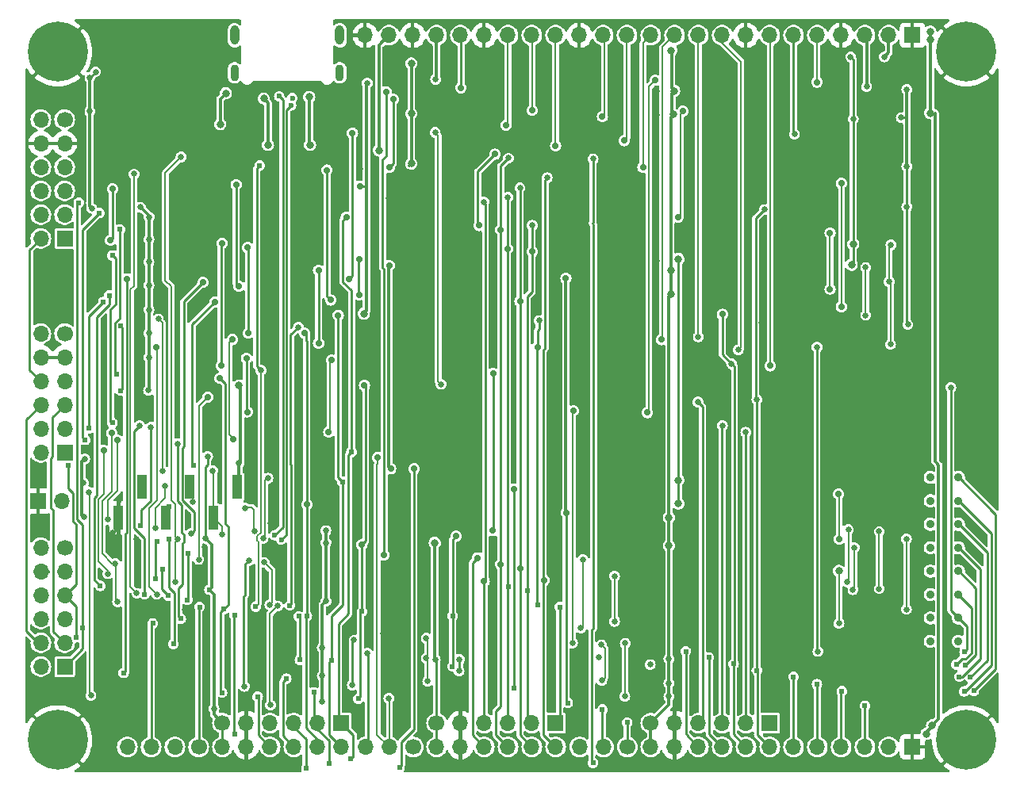
<source format=gbr>
G04 #@! TF.GenerationSoftware,KiCad,Pcbnew,7.0.9-7.0.9~ubuntu22.04.1*
G04 #@! TF.CreationDate,2023-12-15T15:20:44-05:00*
G04 #@! TF.ProjectId,tinytapeout-demo,74696e79-7461-4706-956f-75742d64656d,0.9.4*
G04 #@! TF.SameCoordinates,PX35e1f20PY8044ea0*
G04 #@! TF.FileFunction,Copper,L4,Bot*
G04 #@! TF.FilePolarity,Positive*
%FSLAX46Y46*%
G04 Gerber Fmt 4.6, Leading zero omitted, Abs format (unit mm)*
G04 Created by KiCad (PCBNEW 7.0.9-7.0.9~ubuntu22.04.1) date 2023-12-15 15:20:44*
%MOMM*%
%LPD*%
G01*
G04 APERTURE LIST*
G04 #@! TA.AperFunction,ComponentPad*
%ADD10C,0.900000*%
G04 #@! TD*
G04 #@! TA.AperFunction,ComponentPad*
%ADD11C,0.620000*%
G04 #@! TD*
G04 #@! TA.AperFunction,ComponentPad*
%ADD12C,6.400000*%
G04 #@! TD*
G04 #@! TA.AperFunction,ComponentPad*
%ADD13O,0.950000X2.100000*%
G04 #@! TD*
G04 #@! TA.AperFunction,ComponentPad*
%ADD14O,0.900000X1.800000*%
G04 #@! TD*
G04 #@! TA.AperFunction,ComponentPad*
%ADD15R,1.700000X1.700000*%
G04 #@! TD*
G04 #@! TA.AperFunction,ComponentPad*
%ADD16O,1.700000X1.700000*%
G04 #@! TD*
G04 #@! TA.AperFunction,ComponentPad*
%ADD17C,1.700000*%
G04 #@! TD*
G04 #@! TA.AperFunction,SMDPad,CuDef*
%ADD18R,1.000000X2.510000*%
G04 #@! TD*
G04 #@! TA.AperFunction,ViaPad*
%ADD19C,0.650000*%
G04 #@! TD*
G04 #@! TA.AperFunction,ViaPad*
%ADD20C,0.800000*%
G04 #@! TD*
G04 #@! TA.AperFunction,ViaPad*
%ADD21C,0.620000*%
G04 #@! TD*
G04 #@! TA.AperFunction,ViaPad*
%ADD22C,0.700000*%
G04 #@! TD*
G04 #@! TA.AperFunction,ViaPad*
%ADD23C,0.600000*%
G04 #@! TD*
G04 #@! TA.AperFunction,Conductor*
%ADD24C,0.200000*%
G04 #@! TD*
G04 #@! TA.AperFunction,Conductor*
%ADD25C,0.250000*%
G04 #@! TD*
G04 #@! TA.AperFunction,Conductor*
%ADD26C,0.300000*%
G04 #@! TD*
G04 #@! TA.AperFunction,Conductor*
%ADD27C,0.245000*%
G04 #@! TD*
G04 #@! TA.AperFunction,Conductor*
%ADD28C,0.180000*%
G04 #@! TD*
G04 #@! TA.AperFunction,Conductor*
%ADD29C,0.230000*%
G04 #@! TD*
G04 APERTURE END LIST*
D10*
G04 #@! TO.P,JP7,1,A*
G04 #@! TO.N,out6*
X99900000Y16780000D03*
G04 #@! TO.P,JP7,2,B*
G04 #@! TO.N,Net-(JP7-B)*
X96900000Y16780000D03*
G04 #@! TD*
D11*
G04 #@! TO.P,STITCH1,1*
G04 #@! TO.N,GND*
X27700000Y18800000D03*
G04 #@! TD*
G04 #@! TO.P,STITCH1,1*
G04 #@! TO.N,GND*
X95800000Y18000000D03*
G04 #@! TD*
G04 #@! TO.P,STITCH1,1*
G04 #@! TO.N,GND*
X54900000Y50100000D03*
G04 #@! TD*
G04 #@! TO.P,STITCH1,1*
G04 #@! TO.N,GND*
X62200000Y55600000D03*
G04 #@! TD*
D10*
G04 #@! TO.P,JP1,1,A*
G04 #@! TO.N,out0*
X99900000Y31780000D03*
G04 #@! TO.P,JP1,2,B*
G04 #@! TO.N,Net-(JP1-B)*
X96900000Y31780000D03*
G04 #@! TD*
D12*
G04 #@! TO.P,MT3,1,1*
G04 #@! TO.N,GND*
X3750000Y77250000D03*
G04 #@! TD*
D11*
G04 #@! TO.P,STITCH1,1*
G04 #@! TO.N,GND*
X87100000Y23000000D03*
G04 #@! TD*
G04 #@! TO.P,STITCH1,1*
G04 #@! TO.N,GND*
X83600000Y75600000D03*
G04 #@! TD*
G04 #@! TO.P,STITCH8,1*
G04 #@! TO.N,GND*
X103700000Y64100000D03*
G04 #@! TD*
G04 #@! TO.P,STITCH1,1*
G04 #@! TO.N,GND*
X700000Y58600000D03*
G04 #@! TD*
D13*
G04 #@! TO.P,J15,S1,SHIELD*
G04 #@! TO.N,Net-(C3-Pad1)*
X33870000Y79000000D03*
D14*
G04 #@! TO.P,J15,S2,SHIELD*
X22630000Y75000000D03*
G04 #@! TO.P,J15,S3,SHIELD*
X33870000Y75000000D03*
D13*
G04 #@! TO.P,J15,S4,SHIELD*
X22630000Y79000000D03*
G04 #@! TD*
D11*
G04 #@! TO.P,STITCH1,1*
G04 #@! TO.N,GND*
X67400000Y75600000D03*
G04 #@! TD*
G04 #@! TO.P,STITCH1,1*
G04 #@! TO.N,GND*
X11200000Y54700000D03*
G04 #@! TD*
D15*
G04 #@! TO.P,J13,1,IO1*
G04 #@! TO.N,in0*
X4500000Y34440000D03*
D16*
G04 #@! TO.P,J13,2,IO2*
G04 #@! TO.N,in2*
X4500000Y36980000D03*
G04 #@! TO.P,J13,3,IO3*
G04 #@! TO.N,out3*
X4500000Y39520000D03*
G04 #@! TO.P,J13,4,IO4*
G04 #@! TO.N,in1*
X4500000Y42060000D03*
G04 #@! TO.P,J13,5,GND*
G04 #@! TO.N,GND*
X4500000Y44600000D03*
D17*
G04 #@! TO.P,J13,6,VCC*
G04 #@! TO.N,+3V3*
X4500000Y47140000D03*
D16*
G04 #@! TO.P,J13,7,IO5*
G04 #@! TO.N,in4*
X1960000Y34440000D03*
G04 #@! TO.P,J13,8,IO6*
G04 #@! TO.N,in6*
X1960000Y36980000D03*
G04 #@! TO.P,J13,9,IO7*
G04 #@! TO.N,out7*
X1960000Y39520000D03*
G04 #@! TO.P,J13,10,IO8*
G04 #@! TO.N,in5*
X1960000Y42060000D03*
G04 #@! TO.P,J13,11,GND*
G04 #@! TO.N,GND*
X1960000Y44600000D03*
G04 #@! TO.P,J13,12,VCC*
G04 #@! TO.N,+3V3*
X1960000Y47140000D03*
G04 #@! TD*
D11*
G04 #@! TO.P,STITCH1,1*
G04 #@! TO.N,GND*
X43900000Y36400000D03*
G04 #@! TD*
G04 #@! TO.P,STITCH11,1*
G04 #@! TO.N,GND*
X53060000Y800000D03*
G04 #@! TD*
G04 #@! TO.P,STITCH1,1*
G04 #@! TO.N,GND*
X20000000Y48800000D03*
G04 #@! TD*
G04 #@! TO.P,STITCH1,1*
G04 #@! TO.N,GND*
X62200000Y45300000D03*
G04 #@! TD*
G04 #@! TO.P,STITCH1,1*
G04 #@! TO.N,GND*
X26000000Y20500000D03*
G04 #@! TD*
G04 #@! TO.P,STITCH1,1*
G04 #@! TO.N,GND*
X70900000Y75600000D03*
G04 #@! TD*
G04 #@! TO.P,STITCH1,1*
G04 #@! TO.N,GND*
X62200000Y65300000D03*
G04 #@! TD*
D17*
G04 #@! TO.P,J2,1,Pin_1*
G04 #@! TO.N,in0*
X18810000Y3000000D03*
D16*
G04 #@! TO.P,J2,2,Pin_2*
G04 #@! TO.N,in1*
X16270000Y3000000D03*
G04 #@! TO.P,J2,3,Pin_3*
G04 #@! TO.N,in2*
X13730000Y3000000D03*
G04 #@! TO.P,J2,4,Pin_4*
G04 #@! TO.N,in3*
X11190000Y3000000D03*
G04 #@! TD*
D11*
G04 #@! TO.P,STITCH1,1*
G04 #@! TO.N,GND*
X8500000Y19100000D03*
G04 #@! TD*
G04 #@! TO.P,STITCH1,1*
G04 #@! TO.N,GND*
X40400000Y5600000D03*
G04 #@! TD*
G04 #@! TO.P,STITCH4,1*
G04 #@! TO.N,GND*
X103700000Y44100000D03*
G04 #@! TD*
G04 #@! TO.P,STITCH16,1*
G04 #@! TO.N,GND*
X78460000Y800000D03*
G04 #@! TD*
G04 #@! TO.P,STITCH1,1*
G04 #@! TO.N,GND*
X71300000Y27400000D03*
G04 #@! TD*
G04 #@! TO.P,STITCH1,1*
G04 #@! TO.N,GND*
X83500000Y6800000D03*
G04 #@! TD*
G04 #@! TO.P,STITCH1,1*
G04 #@! TO.N,GND*
X3700000Y9000000D03*
G04 #@! TD*
G04 #@! TO.P,STITCH17,1*
G04 #@! TO.N,GND*
X83540000Y800000D03*
G04 #@! TD*
G04 #@! TO.P,STITCH1,1*
G04 #@! TO.N,GND*
X10300000Y29300000D03*
G04 #@! TD*
G04 #@! TO.P,STITCH1,1*
G04 #@! TO.N,GND*
X35700000Y5600000D03*
G04 #@! TD*
G04 #@! TO.P,STITCH1,1*
G04 #@! TO.N,GND*
X48800000Y66000000D03*
G04 #@! TD*
G04 #@! TO.P,STITCH1,1*
G04 #@! TO.N,GND*
X86000000Y37500000D03*
G04 #@! TD*
G04 #@! TO.P,STITCH1,1*
G04 #@! TO.N,GND*
X66600000Y26500000D03*
G04 #@! TD*
G04 #@! TO.P,STITCH1,1*
G04 #@! TO.N,GND*
X66600000Y23500000D03*
G04 #@! TD*
G04 #@! TO.P,STITCH1,1*
G04 #@! TO.N,GND*
X48100000Y75600000D03*
G04 #@! TD*
G04 #@! TO.P,STITCH1,1*
G04 #@! TO.N,GND*
X50100000Y17200000D03*
G04 #@! TD*
G04 #@! TO.P,STITCH6,1*
G04 #@! TO.N,GND*
X42900000Y800000D03*
G04 #@! TD*
G04 #@! TO.P,STITCH1,1*
G04 #@! TO.N,GND*
X31200000Y56800000D03*
G04 #@! TD*
G04 #@! TO.P,STITCH1,1*
G04 #@! TO.N,GND*
X3400000Y49500000D03*
G04 #@! TD*
G04 #@! TO.P,STITCH1,1*
G04 #@! TO.N,GND*
X86000000Y43100000D03*
G04 #@! TD*
G04 #@! TO.P,STITCH1,1*
G04 #@! TO.N,GND*
X35500000Y19000000D03*
G04 #@! TD*
G04 #@! TO.P,STITCH1,1*
G04 #@! TO.N,GND*
X58700000Y13200000D03*
G04 #@! TD*
G04 #@! TO.P,STITCH1,1*
G04 #@! TO.N,GND*
X26000000Y63000000D03*
G04 #@! TD*
G04 #@! TO.P,STITCH1,1*
G04 #@! TO.N,GND*
X63300000Y75600000D03*
G04 #@! TD*
D10*
G04 #@! TO.P,JP3,1,A*
G04 #@! TO.N,out2*
X99900000Y26780000D03*
G04 #@! TO.P,JP3,2,B*
G04 #@! TO.N,Net-(JP3-B)*
X96900000Y26780000D03*
G04 #@! TD*
D11*
G04 #@! TO.P,STITCH1,1*
G04 #@! TO.N,GND*
X900000Y72300000D03*
G04 #@! TD*
G04 #@! TO.P,STITCH7,1*
G04 #@! TO.N,GND*
X103700000Y59100000D03*
G04 #@! TD*
G04 #@! TO.P,STITCH13,1*
G04 #@! TO.N,GND*
X63220000Y800000D03*
G04 #@! TD*
G04 #@! TO.P,STITCH1,1*
G04 #@! TO.N,GND*
X12400000Y71800000D03*
G04 #@! TD*
D10*
G04 #@! TO.P,JP8,1,A*
G04 #@! TO.N,out7*
X99900000Y14280000D03*
G04 #@! TO.P,JP8,2,B*
G04 #@! TO.N,Net-(JP8-B)*
X96900000Y14280000D03*
G04 #@! TD*
D17*
G04 #@! TO.P,J8,1,Pin_1*
G04 #@! TO.N,uio0*
X64545000Y3000000D03*
D16*
G04 #@! TO.P,J8,2,Pin_2*
G04 #@! TO.N,uio1*
X62005000Y3000000D03*
G04 #@! TO.P,J8,3,Pin_3*
G04 #@! TO.N,uio2*
X59465000Y3000000D03*
G04 #@! TD*
D11*
G04 #@! TO.P,STITCH1,1*
G04 #@! TO.N,GND*
X12500000Y5200000D03*
G04 #@! TD*
G04 #@! TO.P,STITCH1,1*
G04 #@! TO.N,GND*
X80700000Y14200000D03*
G04 #@! TD*
D15*
G04 #@! TO.P,J12,1,IO1*
G04 #@! TO.N,out4*
X4500000Y11580000D03*
D16*
G04 #@! TO.P,J12,2,IO2*
G04 #@! TO.N,out3*
X4500000Y14120000D03*
G04 #@! TO.P,J12,3,IO3*
G04 #@! TO.N,in2*
X4500000Y16660000D03*
G04 #@! TO.P,J12,4,IO4*
G04 #@! TO.N,out5*
X4500000Y19200000D03*
G04 #@! TO.P,J12,5,GND*
G04 #@! TO.N,GND*
X4500000Y21740000D03*
D17*
G04 #@! TO.P,J12,6,VCC*
G04 #@! TO.N,+3V3*
X4500000Y24280000D03*
D16*
G04 #@! TO.P,J12,7,IO5*
G04 #@! TO.N,uio0*
X1960000Y11580000D03*
G04 #@! TO.P,J12,8,IO6*
G04 #@! TO.N,out7*
X1960000Y14120000D03*
G04 #@! TO.P,J12,9,IO7*
G04 #@! TO.N,uio2*
X1960000Y16660000D03*
G04 #@! TO.P,J12,10,IO8*
G04 #@! TO.N,uio1*
X1960000Y19200000D03*
G04 #@! TO.P,J12,11,GND*
G04 #@! TO.N,GND*
X1960000Y21740000D03*
G04 #@! TO.P,J12,12,VCC*
G04 #@! TO.N,+3V3*
X1960000Y24280000D03*
G04 #@! TD*
D11*
G04 #@! TO.P,STITCH1,1*
G04 #@! TO.N,GND*
X101400000Y26600000D03*
G04 #@! TD*
G04 #@! TO.P,STITCH1,1*
G04 #@! TO.N,GND*
X23000000Y43300000D03*
G04 #@! TD*
G04 #@! TO.P,STITCH1,1*
G04 #@! TO.N,GND*
X96200000Y43100000D03*
G04 #@! TD*
G04 #@! TO.P,STITCH1,1*
G04 #@! TO.N,GND*
X7200000Y34800000D03*
G04 #@! TD*
G04 #@! TO.P,STITCH1,1*
G04 #@! TO.N,GND*
X35500000Y26400000D03*
G04 #@! TD*
G04 #@! TO.P,STITCH1,1*
G04 #@! TO.N,GND*
X86200000Y75600000D03*
G04 #@! TD*
G04 #@! TO.P,STITCH1,1*
G04 #@! TO.N,GND*
X90100000Y59200000D03*
G04 #@! TD*
G04 #@! TO.P,STITCH1,1*
G04 #@! TO.N,GND*
X71300000Y32600000D03*
G04 #@! TD*
G04 #@! TO.P,STITCH1,1*
G04 #@! TO.N,GND*
X40200000Y19100000D03*
G04 #@! TD*
G04 #@! TO.P,STITCH1,1*
G04 #@! TO.N,GND*
X88800000Y6800000D03*
G04 #@! TD*
D15*
G04 #@! TO.P,J3,1,IO1*
G04 #@! TO.N,in0*
X34045000Y5545000D03*
D16*
G04 #@! TO.P,J3,2,IO2*
G04 #@! TO.N,in1*
X31505000Y5545000D03*
G04 #@! TO.P,J3,3,IO3*
G04 #@! TO.N,in2*
X28965000Y5545000D03*
G04 #@! TO.P,J3,4,IO4*
G04 #@! TO.N,in3*
X26425000Y5545000D03*
G04 #@! TO.P,J3,5,GND*
G04 #@! TO.N,GND*
X23885000Y5545000D03*
D17*
G04 #@! TO.P,J3,6,VCC*
G04 #@! TO.N,+3V3*
X21345000Y5545000D03*
D16*
G04 #@! TO.P,J3,7,IO5*
G04 #@! TO.N,in4*
X34045000Y3005000D03*
G04 #@! TO.P,J3,8,IO6*
G04 #@! TO.N,in5*
X31505000Y3005000D03*
G04 #@! TO.P,J3,9,IO7*
G04 #@! TO.N,in6*
X28965000Y3005000D03*
G04 #@! TO.P,J3,10,IO8*
G04 #@! TO.N,in7*
X26425000Y3005000D03*
G04 #@! TO.P,J3,11,GND*
G04 #@! TO.N,GND*
X23885000Y3005000D03*
G04 #@! TO.P,J3,12,VCC*
G04 #@! TO.N,+3V3*
X21345000Y3005000D03*
G04 #@! TD*
D11*
G04 #@! TO.P,STITCH1,1*
G04 #@! TO.N,GND*
X66600000Y31600000D03*
G04 #@! TD*
G04 #@! TO.P,STITCH1,1*
G04 #@! TO.N,GND*
X12500000Y13100000D03*
G04 #@! TD*
G04 #@! TO.P,STITCH1,1*
G04 #@! TO.N,GND*
X35200000Y72200000D03*
G04 #@! TD*
G04 #@! TO.P,STITCH1,1*
G04 #@! TO.N,GND*
X34400000Y10300000D03*
G04 #@! TD*
G04 #@! TO.P,STITCH1,1*
G04 #@! TO.N,GND*
X73600000Y75600000D03*
G04 #@! TD*
D12*
G04 #@! TO.P,MT4,1,1*
G04 #@! TO.N,GND*
X100750000Y77250000D03*
G04 #@! TD*
D11*
G04 #@! TO.P,STITCH3,1*
G04 #@! TO.N,GND*
X103700000Y39100000D03*
G04 #@! TD*
G04 #@! TO.P,STITCH1,1*
G04 #@! TO.N,GND*
X23600000Y8100000D03*
G04 #@! TD*
G04 #@! TO.P,STITCH1,1*
G04 #@! TO.N,GND*
X35700000Y32900000D03*
G04 #@! TD*
G04 #@! TO.P,STITCH1,1*
G04 #@! TO.N,GND*
X29000000Y70400000D03*
G04 #@! TD*
G04 #@! TO.P,STITCH1,1*
G04 #@! TO.N,GND*
X12500000Y49700000D03*
G04 #@! TD*
D12*
G04 #@! TO.P,MT2,1,1*
G04 #@! TO.N,GND*
X100750000Y3750000D03*
G04 #@! TD*
D11*
G04 #@! TO.P,STITCH6,1*
G04 #@! TO.N,GND*
X12500000Y700000D03*
G04 #@! TD*
G04 #@! TO.P,STITCH1,1*
G04 #@! TO.N,GND*
X34500000Y14800000D03*
G04 #@! TD*
G04 #@! TO.P,STITCH1,1*
G04 #@! TO.N,GND*
X71300000Y22100000D03*
G04 #@! TD*
G04 #@! TO.P,STITCH1,1*
G04 #@! TO.N,GND*
X71200000Y59400000D03*
G04 #@! TD*
G04 #@! TO.P,STITCH1,1*
G04 #@! TO.N,GND*
X53100000Y75600000D03*
G04 #@! TD*
G04 #@! TO.P,STITCH1,1*
G04 #@! TO.N,GND*
X12500000Y45700000D03*
G04 #@! TD*
D15*
G04 #@! TO.P,J5,1,IO1*
G04 #@! TO.N,uio0*
X56905000Y5545000D03*
D16*
G04 #@! TO.P,J5,2,IO2*
G04 #@! TO.N,uio1*
X54365000Y5545000D03*
G04 #@! TO.P,J5,3,IO3*
G04 #@! TO.N,uio2*
X51825000Y5545000D03*
G04 #@! TO.P,J5,4,IO4*
G04 #@! TO.N,uio3*
X49285000Y5545000D03*
G04 #@! TO.P,J5,5,GND*
G04 #@! TO.N,GND*
X46745000Y5545000D03*
D17*
G04 #@! TO.P,J5,6,VCC*
G04 #@! TO.N,+3V3*
X44205000Y5545000D03*
D16*
G04 #@! TO.P,J5,7,IO5*
G04 #@! TO.N,uio4*
X56905000Y3005000D03*
G04 #@! TO.P,J5,8,IO6*
G04 #@! TO.N,uio5*
X54365000Y3005000D03*
G04 #@! TO.P,J5,9,IO7*
G04 #@! TO.N,uio6*
X51825000Y3005000D03*
G04 #@! TO.P,J5,10,IO8*
G04 #@! TO.N,uio7*
X49285000Y3005000D03*
G04 #@! TO.P,J5,11,GND*
G04 #@! TO.N,GND*
X46745000Y3005000D03*
G04 #@! TO.P,J5,12,VCC*
G04 #@! TO.N,+3V3*
X44205000Y3005000D03*
G04 #@! TD*
D11*
G04 #@! TO.P,STITCH1,1*
G04 #@! TO.N,GND*
X10300000Y39000000D03*
G04 #@! TD*
G04 #@! TO.P,STITCH1,1*
G04 #@! TO.N,GND*
X27000000Y68200000D03*
G04 #@! TD*
G04 #@! TO.P,STITCH1,1*
G04 #@! TO.N,GND*
X39900000Y9700000D03*
G04 #@! TD*
G04 #@! TO.P,STITCH18,1*
G04 #@! TO.N,GND*
X88620000Y800000D03*
G04 #@! TD*
G04 #@! TO.P,STITCH9,1*
G04 #@! TO.N,GND*
X103700000Y69100000D03*
G04 #@! TD*
D10*
G04 #@! TO.P,JP2,1,A*
G04 #@! TO.N,out1*
X99900000Y29280000D03*
G04 #@! TO.P,JP2,2,B*
G04 #@! TO.N,Net-(JP2-B)*
X96900000Y29280000D03*
G04 #@! TD*
D11*
G04 #@! TO.P,STITCH1,1*
G04 #@! TO.N,GND*
X56600000Y55500000D03*
G04 #@! TD*
G04 #@! TO.P,STITCH1,1*
G04 #@! TO.N,GND*
X71300000Y46300000D03*
G04 #@! TD*
G04 #@! TO.P,STITCH1,1*
G04 #@! TO.N,GND*
X700000Y12900000D03*
G04 #@! TD*
G04 #@! TO.P,STITCH1,1*
G04 #@! TO.N,GND*
X81100000Y75600000D03*
G04 #@! TD*
G04 #@! TO.P,STITCH1,1*
G04 #@! TO.N,GND*
X62200000Y19100000D03*
G04 #@! TD*
G04 #@! TO.P,STITCH1,1*
G04 #@! TO.N,GND*
X8500000Y13100000D03*
G04 #@! TD*
G04 #@! TO.P,STITCH1,1*
G04 #@! TO.N,GND*
X63200000Y6300000D03*
G04 #@! TD*
G04 #@! TO.P,STITCH14,1*
G04 #@! TO.N,GND*
X68300000Y800000D03*
G04 #@! TD*
G04 #@! TO.P,STITCH1,1*
G04 #@! TO.N,GND*
X12300000Y21300000D03*
G04 #@! TD*
D15*
G04 #@! TO.P,J10,1,Pin_1*
G04 #@! TO.N,GND*
X1690000Y29260000D03*
D16*
G04 #@! TO.P,J10,2,Pin_2*
G04 #@! TO.N,/RP2040/RUN*
X4230000Y29260000D03*
G04 #@! TD*
D11*
G04 #@! TO.P,STITCH1,1*
G04 #@! TO.N,GND*
X24400000Y18900000D03*
G04 #@! TD*
G04 #@! TO.P,STITCH1,1*
G04 #@! TO.N,GND*
X8600000Y58200000D03*
G04 #@! TD*
D17*
G04 #@! TO.P,J17,1,Pin_1*
G04 #@! TO.N,uio3*
X41700000Y3000000D03*
D16*
G04 #@! TO.P,J17,2,Pin_2*
G04 #@! TO.N,~{project_rst}*
X39160000Y3000000D03*
G04 #@! TO.P,J17,3,Pin_3*
G04 #@! TO.N,project_clk*
X36620000Y3000000D03*
G04 #@! TD*
D11*
G04 #@! TO.P,STITCH1,1*
G04 #@! TO.N,GND*
X92900000Y23000000D03*
G04 #@! TD*
G04 #@! TO.P,STITCH1,1*
G04 #@! TO.N,GND*
X56500000Y9200000D03*
G04 #@! TD*
D15*
G04 #@! TO.P,J9,1,Pin_1*
G04 #@! TO.N,GND*
X95000000Y79000000D03*
D16*
G04 #@! TO.P,J9,2,Pin_2*
G04 #@! TO.N,+1V8*
X92460000Y79000000D03*
G04 #@! TO.P,J9,3,Pin_3*
G04 #@! TO.N,+3V3*
X89920000Y79000000D03*
G04 #@! TO.P,J9,4,Pin_4*
G04 #@! TO.N,GND*
X87380000Y79000000D03*
G04 #@! TO.P,J9,5,Pin_5*
G04 #@! TO.N,usrclk2*
X84840000Y79000000D03*
G04 #@! TO.P,J9,6,Pin_6*
G04 #@! TO.N,HK_SCK*
X82300000Y79000000D03*
G04 #@! TO.P,J9,7,Pin_7*
G04 #@! TO.N,HK_CSB*
X79760000Y79000000D03*
G04 #@! TO.P,J9,8,Pin_8*
G04 #@! TO.N,GND*
X77220000Y79000000D03*
G04 #@! TO.P,J9,9,Pin_9*
G04 #@! TO.N,HK_SDI*
X74680000Y79000000D03*
G04 #@! TO.P,J9,10,Pin_10*
G04 #@! TO.N,HK_SDO*
X72140000Y79000000D03*
G04 #@! TO.P,J9,11,Pin_11*
G04 #@! TO.N,mprj_io0*
X69600000Y79000000D03*
G04 #@! TO.P,J9,12,Pin_12*
G04 #@! TO.N,~{ctrl_sel_rst}*
X67060000Y79000000D03*
G04 #@! TO.P,J9,13,Pin_13*
G04 #@! TO.N,mio37*
X64520000Y79000000D03*
G04 #@! TO.P,J9,14,Pin_14*
G04 #@! TO.N,ctrl_sel_inc*
X61980000Y79000000D03*
G04 #@! TO.P,J9,15,Pin_15*
G04 #@! TO.N,GND*
X59440000Y79000000D03*
G04 #@! TO.P,J9,16,Pin_16*
G04 #@! TO.N,mio35*
X56900000Y79000000D03*
G04 #@! TO.P,J9,17,Pin_17*
G04 #@! TO.N,ctrl_ena*
X54360000Y79000000D03*
G04 #@! TO.P,J9,18,Pin_18*
G04 #@! TO.N,mio33*
X51820000Y79000000D03*
G04 #@! TO.P,J9,19,Pin_19*
G04 #@! TO.N,GND*
X49280000Y79000000D03*
G04 #@! TO.P,J9,20,Pin_20*
G04 #@! TO.N,RPIO29*
X46740000Y79000000D03*
G04 #@! TO.P,J9,21,Pin_21*
G04 #@! TO.N,+3V3*
X44200000Y79000000D03*
G04 #@! TO.P,J9,22,Pin_22*
G04 #@! TO.N,GND*
X41660000Y79000000D03*
G04 #@! TO.P,J9,23,Pin_23*
G04 #@! TO.N,+5V*
X39120000Y79000000D03*
G04 #@! TO.P,J9,24,Pin_24*
G04 #@! TO.N,GND*
X36580000Y79000000D03*
G04 #@! TD*
D11*
G04 #@! TO.P,STITCH1,1*
G04 #@! TO.N,GND*
X43600000Y41300000D03*
G04 #@! TD*
G04 #@! TO.P,STITCH1,1*
G04 #@! TO.N,GND*
X62200000Y27100000D03*
G04 #@! TD*
G04 #@! TO.P,STITCH1,1*
G04 #@! TO.N,GND*
X101400000Y21500000D03*
G04 #@! TD*
G04 #@! TO.P,STITCH1,1*
G04 #@! TO.N,GND*
X19700000Y5200000D03*
G04 #@! TD*
G04 #@! TO.P,STITCH1,1*
G04 #@! TO.N,GND*
X55700000Y75600000D03*
G04 #@! TD*
G04 #@! TO.P,STITCH1,1*
G04 #@! TO.N,GND*
X74400000Y73500000D03*
G04 #@! TD*
G04 #@! TO.P,STITCH1,1*
G04 #@! TO.N,GND*
X8450000Y67550000D03*
G04 #@! TD*
G04 #@! TO.P,STITCH6,1*
G04 #@! TO.N,GND*
X103700000Y54100000D03*
G04 #@! TD*
G04 #@! TO.P,STITCH1,1*
G04 #@! TO.N,GND*
X93400000Y55100000D03*
G04 #@! TD*
D10*
G04 #@! TO.P,JP5,1,A*
G04 #@! TO.N,out4*
X99900000Y21780000D03*
G04 #@! TO.P,JP5,2,B*
G04 #@! TO.N,Net-(JP5-B)*
X96900000Y21780000D03*
G04 #@! TD*
D11*
G04 #@! TO.P,STITCH1,1*
G04 #@! TO.N,GND*
X24500000Y22100000D03*
G04 #@! TD*
G04 #@! TO.P,STITCH1,1*
G04 #@! TO.N,GND*
X95300000Y73600000D03*
G04 #@! TD*
G04 #@! TO.P,STITCH1,1*
G04 #@! TO.N,GND*
X62200000Y41100000D03*
G04 #@! TD*
G04 #@! TO.P,STITCH1,1*
G04 #@! TO.N,GND*
X62200000Y34000000D03*
G04 #@! TD*
G04 #@! TO.P,STITCH1,1*
G04 #@! TO.N,GND*
X56700000Y19100000D03*
G04 #@! TD*
G04 #@! TO.P,STITCH1,1*
G04 #@! TO.N,GND*
X24000000Y73300000D03*
G04 #@! TD*
G04 #@! TO.P,STITCH10,1*
G04 #@! TO.N,GND*
X47980000Y800000D03*
G04 #@! TD*
G04 #@! TO.P,STITCH1,1*
G04 #@! TO.N,GND*
X24200000Y33300000D03*
G04 #@! TD*
G04 #@! TO.P,STITCH1,1*
G04 #@! TO.N,GND*
X20200000Y57300000D03*
G04 #@! TD*
G04 #@! TO.P,STITCH1,1*
G04 #@! TO.N,GND*
X71600000Y12000000D03*
G04 #@! TD*
D15*
G04 #@! TO.P,J14,1,IO1*
G04 #@! TO.N,uio4*
X4500000Y57300000D03*
D16*
G04 #@! TO.P,J14,2,IO2*
G04 #@! TO.N,uio6*
X4500000Y59840000D03*
G04 #@! TO.P,J14,3,IO3*
G04 #@! TO.N,uio3*
X4500000Y62380000D03*
G04 #@! TO.P,J14,4,IO4*
G04 #@! TO.N,uio5*
X4500000Y64920000D03*
G04 #@! TO.P,J14,5,GND*
G04 #@! TO.N,GND*
X4500000Y67460000D03*
D17*
G04 #@! TO.P,J14,6,VCC*
G04 #@! TO.N,+3V3*
X4500000Y70000000D03*
D16*
G04 #@! TO.P,J14,7,IO5*
G04 #@! TO.N,in5*
X1960000Y57300000D03*
G04 #@! TO.P,J14,8,IO6*
G04 #@! TO.N,out4*
X1960000Y59840000D03*
G04 #@! TO.P,J14,9,IO7*
G04 #@! TO.N,in3*
X1960000Y62380000D03*
G04 #@! TO.P,J14,10,IO8*
G04 #@! TO.N,out6*
X1960000Y64920000D03*
G04 #@! TO.P,J14,11,GND*
G04 #@! TO.N,GND*
X1960000Y67460000D03*
G04 #@! TO.P,J14,12,VCC*
G04 #@! TO.N,+3V3*
X1960000Y70000000D03*
G04 #@! TD*
D11*
G04 #@! TO.P,STITCH1,1*
G04 #@! TO.N,GND*
X103700000Y29100000D03*
G04 #@! TD*
G04 #@! TO.P,STITCH2,1*
G04 #@! TO.N,GND*
X103700000Y34100000D03*
G04 #@! TD*
G04 #@! TO.P,STITCH1,1*
G04 #@! TO.N,GND*
X53000000Y69500000D03*
G04 #@! TD*
G04 #@! TO.P,STITCH1,1*
G04 #@! TO.N,GND*
X71200000Y50900000D03*
G04 #@! TD*
D10*
G04 #@! TO.P,JP6,1,A*
G04 #@! TO.N,out5*
X99900000Y19280000D03*
G04 #@! TO.P,JP6,2,B*
G04 #@! TO.N,Net-(JP6-B)*
X96900000Y19280000D03*
G04 #@! TD*
D11*
G04 #@! TO.P,STITCH1,1*
G04 #@! TO.N,GND*
X86000000Y31400000D03*
G04 #@! TD*
G04 #@! TO.P,STITCH1,1*
G04 #@! TO.N,GND*
X90050000Y23000000D03*
G04 #@! TD*
D15*
G04 #@! TO.P,J1,1,Pin_1*
G04 #@! TO.N,GND*
X95000000Y3000000D03*
D16*
G04 #@! TO.P,J1,2,Pin_2*
G04 #@! TO.N,+5V*
X92460000Y3000000D03*
G04 #@! TO.P,J1,3,Pin_3*
G04 #@! TO.N,out0*
X89920000Y3000000D03*
G04 #@! TO.P,J1,4,Pin_4*
G04 #@! TO.N,out1*
X87380000Y3000000D03*
G04 #@! TO.P,J1,5,Pin_5*
G04 #@! TO.N,out2*
X84840000Y3000000D03*
G04 #@! TO.P,J1,6,Pin_6*
G04 #@! TO.N,out3*
X82300000Y3000000D03*
G04 #@! TD*
D11*
G04 #@! TO.P,STITCH1,1*
G04 #@! TO.N,GND*
X91800000Y75600000D03*
G04 #@! TD*
G04 #@! TO.P,STITCH1,1*
G04 #@! TO.N,GND*
X12500000Y41900000D03*
G04 #@! TD*
G04 #@! TO.P,STITCH1,1*
G04 #@! TO.N,GND*
X52000000Y62800000D03*
G04 #@! TD*
G04 #@! TO.P,STITCH1,1*
G04 #@! TO.N,GND*
X56500000Y30300000D03*
G04 #@! TD*
G04 #@! TO.P,STITCH1,1*
G04 #@! TO.N,GND*
X71200000Y65200000D03*
G04 #@! TD*
G04 #@! TO.P,STITCH1,1*
G04 #@! TO.N,GND*
X32800000Y73300000D03*
G04 #@! TD*
G04 #@! TO.P,STITCH5,1*
G04 #@! TO.N,GND*
X103700000Y49100000D03*
G04 #@! TD*
G04 #@! TO.P,STITCH1,1*
G04 #@! TO.N,GND*
X78900000Y73500000D03*
G04 #@! TD*
G04 #@! TO.P,STITCH1,1*
G04 #@! TO.N,GND*
X8100000Y62900000D03*
G04 #@! TD*
G04 #@! TO.P,STITCH1,1*
G04 #@! TO.N,GND*
X37800000Y41500000D03*
G04 #@! TD*
G04 #@! TO.P,STITCH1,1*
G04 #@! TO.N,GND*
X8700000Y41900000D03*
G04 #@! TD*
G04 #@! TO.P,STITCH1,1*
G04 #@! TO.N,GND*
X97700000Y71700000D03*
G04 #@! TD*
G04 #@! TO.P,STITCH1,1*
G04 #@! TO.N,GND*
X17600000Y13900000D03*
G04 #@! TD*
D15*
G04 #@! TO.P,J6,1,IO1*
G04 #@! TO.N,out0*
X79765000Y5545000D03*
D16*
G04 #@! TO.P,J6,2,IO2*
G04 #@! TO.N,out1*
X77225000Y5545000D03*
G04 #@! TO.P,J6,3,IO3*
G04 #@! TO.N,out2*
X74685000Y5545000D03*
G04 #@! TO.P,J6,4,IO4*
G04 #@! TO.N,out3*
X72145000Y5545000D03*
G04 #@! TO.P,J6,5,GND*
G04 #@! TO.N,GND*
X69605000Y5545000D03*
D17*
G04 #@! TO.P,J6,6,VCC*
G04 #@! TO.N,+3V3*
X67065000Y5545000D03*
D16*
G04 #@! TO.P,J6,7,IO5*
G04 #@! TO.N,out4*
X79765000Y3005000D03*
G04 #@! TO.P,J6,8,IO6*
G04 #@! TO.N,out5*
X77225000Y3005000D03*
G04 #@! TO.P,J6,9,IO7*
G04 #@! TO.N,out6*
X74685000Y3005000D03*
G04 #@! TO.P,J6,10,IO8*
G04 #@! TO.N,out7*
X72145000Y3005000D03*
G04 #@! TO.P,J6,11,GND*
G04 #@! TO.N,GND*
X69605000Y3005000D03*
G04 #@! TO.P,J6,12,VCC*
G04 #@! TO.N,+3V3*
X67065000Y3005000D03*
G04 #@! TD*
D10*
G04 #@! TO.P,JP4,1,A*
G04 #@! TO.N,out3*
X99900000Y24280000D03*
G04 #@! TO.P,JP4,2,B*
G04 #@! TO.N,Net-(JP4-B)*
X96900000Y24280000D03*
G04 #@! TD*
D11*
G04 #@! TO.P,STITCH15,1*
G04 #@! TO.N,GND*
X73380000Y800000D03*
G04 #@! TD*
G04 #@! TO.P,STITCH12,1*
G04 #@! TO.N,GND*
X58140000Y800000D03*
G04 #@! TD*
G04 #@! TO.P,STITCH1,1*
G04 #@! TO.N,GND*
X43900000Y31500000D03*
G04 #@! TD*
G04 #@! TO.P,STITCH1,1*
G04 #@! TO.N,GND*
X700000Y63600000D03*
G04 #@! TD*
G04 #@! TO.P,STITCH1,1*
G04 #@! TO.N,GND*
X31900000Y67200000D03*
G04 #@! TD*
G04 #@! TO.P,STITCH1,1*
G04 #@! TO.N,GND*
X8600000Y54800000D03*
G04 #@! TD*
G04 #@! TO.P,STITCH1,1*
G04 #@! TO.N,GND*
X23750000Y71000000D03*
G04 #@! TD*
G04 #@! TO.P,STITCH1,1*
G04 #@! TO.N,GND*
X96200000Y37500000D03*
G04 #@! TD*
G04 #@! TO.P,STITCH1,1*
G04 #@! TO.N,GND*
X66600000Y29000000D03*
G04 #@! TD*
G04 #@! TO.P,STITCH1,1*
G04 #@! TO.N,GND*
X62200000Y50300000D03*
G04 #@! TD*
G04 #@! TO.P,STITCH1,1*
G04 #@! TO.N,GND*
X88700000Y49400000D03*
G04 #@! TD*
G04 #@! TO.P,STITCH1,1*
G04 #@! TO.N,GND*
X101400000Y24100000D03*
G04 #@! TD*
G04 #@! TO.P,STITCH1,1*
G04 #@! TO.N,GND*
X8100000Y73600000D03*
G04 #@! TD*
G04 #@! TO.P,STITCH1,1*
G04 #@! TO.N,GND*
X95800000Y25600000D03*
G04 #@! TD*
G04 #@! TO.P,STITCH1,1*
G04 #@! TO.N,GND*
X86850000Y14200000D03*
G04 #@! TD*
G04 #@! TO.P,STITCH1,1*
G04 #@! TO.N,GND*
X31400000Y44500000D03*
G04 #@! TD*
D12*
G04 #@! TO.P,MT1,1,1*
G04 #@! TO.N,GND*
X3750000Y3750000D03*
G04 #@! TD*
D11*
G04 #@! TO.P,STITCH1,1*
G04 #@! TO.N,GND*
X95900000Y59400000D03*
G04 #@! TD*
G04 #@! TO.P,STITCH1,1*
G04 #@! TO.N,GND*
X27700000Y22000000D03*
G04 #@! TD*
G04 #@! TO.P,STITCH1,1*
G04 #@! TO.N,GND*
X11250000Y80200000D03*
G04 #@! TD*
G04 #@! TO.P,STITCH1,1*
G04 #@! TO.N,GND*
X71300000Y38800000D03*
G04 #@! TD*
D18*
G04 #@! TO.P,J11,1,Pin_1*
G04 #@! TO.N,+3V3*
X22950000Y30775000D03*
G04 #@! TO.P,J11,2,Pin_2*
G04 #@! TO.N,boot_mode*
X20410000Y27465000D03*
G04 #@! TO.P,J11,3,Pin_3*
G04 #@! TO.N,/RP2040/QSPI_CLK*
X17870000Y30775000D03*
G04 #@! TO.P,J11,4,Pin_4*
G04 #@! TO.N,/RP2040/QSPI_SD0*
X15330000Y27465000D03*
G04 #@! TO.P,J11,5,Pin_5*
G04 #@! TO.N,/RP2040/QSPI_SD1*
X12790000Y30775000D03*
G04 #@! TO.P,J11,6,Pin_6*
G04 #@! TO.N,GND*
X10250000Y27465000D03*
G04 #@! TD*
D19*
G04 #@! TO.N,/RP2040/SWCLK*
X59800000Y23000000D03*
G04 #@! TO.N,/RP2040/SWDIO*
X63190000Y21245000D03*
G04 #@! TO.N,GND*
X12180000Y25176684D03*
D20*
X75100000Y41700000D03*
D19*
X8650000Y45300000D03*
X28850000Y14300000D03*
X33263556Y24630665D03*
X90050000Y25900000D03*
X50000000Y10700000D03*
X17100000Y80200000D03*
X95700000Y69600000D03*
D20*
X43600000Y49100000D03*
D19*
X27100000Y27700000D03*
D20*
X43400000Y53900000D03*
X67600000Y54900000D03*
D19*
X20475870Y33495692D03*
X24650000Y15750000D03*
D20*
X80200000Y23800000D03*
X80100000Y28800000D03*
X48700000Y72000000D03*
X80700000Y50900000D03*
D19*
X18000000Y78200000D03*
X38506709Y15088028D03*
X35995000Y64746599D03*
D20*
X84700000Y49100000D03*
X46500000Y62800000D03*
D19*
X33370504Y18577500D03*
X9650000Y25850000D03*
X20100000Y76300000D03*
D20*
X11200000Y69800000D03*
D19*
X50100000Y11550000D03*
X27550000Y10900000D03*
X98600000Y69900000D03*
X28850000Y15195000D03*
X17100000Y7800000D03*
D20*
X80600000Y72000000D03*
D21*
X19000000Y19800004D03*
D19*
X17850000Y80150000D03*
X90050000Y19900000D03*
X90531110Y69424644D03*
X26505707Y26870895D03*
X32004169Y27006574D03*
X87820000Y68139740D03*
D20*
X79000000Y48300000D03*
X82600000Y43100000D03*
D19*
X21922500Y12600000D03*
D20*
X75400000Y56800000D03*
X67600000Y70500000D03*
X39200000Y61600000D03*
D19*
X16200000Y7150000D03*
D20*
X24701333Y72304581D03*
D19*
X17345704Y17700000D03*
X17648100Y27820600D03*
D20*
X80200000Y31400000D03*
X13100000Y67300000D03*
D19*
X65400000Y15800000D03*
X31027500Y28166411D03*
D20*
X83500000Y68600000D03*
X82500000Y60400000D03*
X67600000Y73000000D03*
D19*
X19476489Y24326489D03*
D20*
X80200000Y26300000D03*
X12700000Y68200000D03*
X79400000Y33900000D03*
X31700000Y72400000D03*
D19*
X20194005Y71301998D03*
X19200000Y72200000D03*
D20*
X48300000Y24600000D03*
D19*
X65900000Y12500000D03*
D20*
G04 #@! TO.N,+5V*
X96900000Y78500000D03*
X96900000Y79400000D03*
X96500000Y4400000D03*
X96900000Y70700000D03*
X97100000Y5300000D03*
X38027500Y66714631D03*
D19*
G04 #@! TO.N,Net-(C1-Pad2)*
X43097814Y12473001D03*
X43250000Y10000000D03*
X43100000Y14600000D03*
D22*
G04 #@! TO.N,gpio*
X87400000Y50000000D03*
X87400000Y63200000D03*
G04 #@! TO.N,Caravel_SCK*
X86200000Y57900000D03*
X86200000Y51900000D03*
D19*
G04 #@! TO.N,Caravel_D1*
X92500000Y52700000D03*
X92650000Y45980000D03*
X92702750Y56625000D03*
G04 #@! TO.N,Caravel_D0*
X90000000Y49100000D03*
X90000000Y54200000D03*
D22*
G04 #@! TO.N,xclk*
X50444327Y66300000D03*
X48740570Y58685000D03*
D19*
G04 #@! TO.N,+3V3*
X61510000Y12542981D03*
D20*
X69000000Y27500000D03*
D19*
X13500000Y57200000D03*
X69000000Y9800000D03*
X13500000Y49700000D03*
D20*
X69470000Y70537534D03*
D19*
X12625680Y60629996D03*
X13500000Y54800000D03*
X32370955Y26106049D03*
D20*
X69560000Y73066476D03*
D19*
X7800000Y75100000D03*
X32389808Y18577500D03*
D20*
X69250000Y51388959D03*
D19*
X94400000Y73200000D03*
X13500000Y44600000D03*
D22*
X35999996Y62899996D03*
D19*
X93800000Y70200000D03*
X44050000Y12300000D03*
X19762436Y34010878D03*
D20*
X36434879Y49270000D03*
D19*
X6525000Y31200000D03*
X19500000Y25300000D03*
X67000000Y11790000D03*
D20*
X23100000Y41600000D03*
D19*
X69000000Y12400000D03*
X13500000Y52300000D03*
X6542899Y27544557D03*
D20*
X69000000Y24500000D03*
D19*
X46650000Y12350000D03*
X32400000Y24800000D03*
X94400000Y65000000D03*
X7382427Y60530000D03*
X44100000Y74300000D03*
D21*
X19963914Y19793587D03*
D19*
X36800000Y73900000D03*
X90100000Y73500000D03*
X23100000Y33300000D03*
D20*
X69250000Y77385985D03*
D19*
X13450391Y41077500D03*
X22912443Y30237906D03*
X6632500Y33757998D03*
X7200000Y70900000D03*
X13505972Y59594028D03*
X46600000Y11100000D03*
D20*
X44000000Y24800000D03*
D19*
X31999996Y10600000D03*
X13500000Y47185715D03*
X31999996Y13600000D03*
D20*
X69250000Y53915069D03*
D19*
X69000000Y8400000D03*
X31999996Y7877500D03*
X94500000Y48100000D03*
X94400000Y60700000D03*
X20436373Y7085826D03*
X7200000Y74500000D03*
D22*
G04 #@! TO.N,~{project_rst}*
X37900000Y33900000D03*
X8674316Y34700000D03*
D19*
X64300000Y8400000D03*
X64330912Y14066103D03*
X9100000Y21500000D03*
X39100000Y8185000D03*
D20*
G04 #@! TO.N,+1V8*
X70000000Y55104992D03*
X41500000Y70619502D03*
X21100000Y69500002D03*
X88500000Y54500000D03*
X41500000Y76000000D03*
D19*
X88669022Y70061420D03*
D20*
X70000000Y31500000D03*
X70000000Y29000000D03*
X88669022Y56690000D03*
X21700000Y72800000D03*
D19*
X92000000Y76700000D03*
D20*
X41500000Y65300000D03*
D19*
X88400000Y76700000D03*
D20*
G04 #@! TO.N,VBUS*
X30700000Y67300000D03*
X25750000Y72251652D03*
X30600000Y72400000D03*
X26200000Y67300000D03*
D19*
G04 #@! TO.N,/RP2040/DVDD*
X25800000Y22700000D03*
X26407407Y18196891D03*
G04 #@! TO.N,project_clk*
X36800000Y13000000D03*
X58700000Y14100000D03*
D22*
X58800000Y38900000D03*
G04 #@! TO.N,usrclk2*
X66700000Y38700000D03*
X84800000Y74000000D03*
X67550000Y74200000D03*
G04 #@! TO.N,mprj_io0*
X68200000Y46500000D03*
G04 #@! TO.N,HK_SCK*
X19770240Y40372500D03*
D19*
X18807144Y23020175D03*
X44670042Y41734705D03*
X82400000Y68435498D03*
X44046215Y68625000D03*
D22*
G04 #@! TO.N,HK_CSB*
X9507156Y36528556D03*
D19*
X10152500Y18500000D03*
D22*
X33000000Y44300000D03*
D19*
X9900000Y22600000D03*
D22*
X79825000Y43700000D03*
X32688303Y36627500D03*
G04 #@! TO.N,HK_SDI*
X14291486Y45691486D03*
D19*
X76400000Y45400000D03*
X14322500Y19300000D03*
D22*
G04 #@! TO.N,HK_SDO*
X22520783Y35878556D03*
D19*
X9109077Y27285527D03*
D22*
X10153856Y35758111D03*
D19*
X72140000Y46800000D03*
D22*
X22400000Y46500000D03*
G04 #@! TO.N,uio1*
X54400000Y55900000D03*
D19*
X54400000Y58705000D03*
D21*
X61900000Y7000000D03*
D22*
X35970000Y51300000D03*
D21*
X53900000Y19700000D03*
D22*
X35986425Y55098159D03*
D21*
X8300000Y20200000D03*
X9252500Y51200000D03*
G04 #@! TO.N,uio0*
X57350000Y17950000D03*
D22*
X31600000Y53900000D03*
D21*
X64550000Y5600000D03*
D22*
X11102500Y53002498D03*
D21*
X54967500Y18183611D03*
D22*
X31600000Y46100000D03*
D21*
X10800000Y10900000D03*
D19*
X55151895Y48545000D03*
D22*
X54967500Y45700000D03*
G04 #@! TO.N,uio3*
X49284996Y20700000D03*
D19*
X49247500Y61196712D03*
D22*
G04 #@! TO.N,uio2*
X51755000Y56200000D03*
D21*
X51835085Y20132500D03*
D22*
X21200000Y43700000D03*
X21300000Y56800000D03*
D19*
X51800000Y61700000D03*
D22*
G04 #@! TO.N,uio5*
X53140000Y22100000D03*
X32888703Y50725000D03*
X53100000Y50600000D03*
X32500000Y64600000D03*
D19*
X53100000Y62700000D03*
G04 #@! TO.N,uio4*
X55999081Y63785000D03*
D22*
X55700000Y20800000D03*
X9600000Y62600000D03*
X9400000Y57100000D03*
D21*
G04 #@! TO.N,uio7*
X60900000Y1300000D03*
D19*
X60900000Y65800000D03*
D22*
X48600000Y23200000D03*
D19*
G04 #@! TO.N,uio6*
X51866731Y65880000D03*
D22*
X51041709Y58240000D03*
X51041709Y22500000D03*
D21*
G04 #@! TO.N,in0*
X35113846Y34500000D03*
X8200000Y60015000D03*
D22*
X34555581Y59572500D03*
D21*
X18900000Y17950000D03*
X35050000Y1700000D03*
X6677500Y35792035D03*
D22*
G04 #@! TO.N,mio33*
X51600000Y69400000D03*
D21*
G04 #@! TO.N,in2*
X9600000Y55495000D03*
D22*
X39300000Y32700000D03*
D21*
X30300000Y700004D03*
D22*
X39175619Y54413151D03*
D21*
X40249997Y850003D03*
X9600000Y37600000D03*
X13899998Y16200000D03*
D22*
X41800000Y32700000D03*
D21*
G04 #@! TO.N,in1*
X21300000Y8800000D03*
X10400000Y58267500D03*
X21500000Y17712500D03*
X31100000Y8837500D03*
D22*
X52427500Y30500000D03*
D21*
X32751635Y1195000D03*
X52467500Y9300000D03*
D22*
X21056706Y42373051D03*
D21*
X10025199Y42765000D03*
D22*
G04 #@! TO.N,in4*
X33700000Y49099998D03*
D21*
X32950000Y12250000D03*
X34167500Y31300000D03*
X7067348Y37014594D03*
X8620000Y50500000D03*
X29600000Y12300000D03*
X29500000Y16950000D03*
D22*
G04 #@! TO.N,in3*
X22800000Y63052500D03*
X58037500Y28000000D03*
D21*
X22637500Y17062500D03*
D22*
X58000000Y53050000D03*
X23100000Y52200000D03*
D21*
X22700000Y4342500D03*
X58200000Y7700000D03*
D22*
G04 #@! TO.N,in6*
X50267500Y42867500D03*
X46299998Y25500000D03*
D21*
X45896118Y11602773D03*
X45900000Y17000000D03*
D22*
X23980783Y38779941D03*
X50200000Y26100000D03*
D21*
X28161649Y10288351D03*
D22*
X23900000Y44500000D03*
G04 #@! TO.N,in5*
X24025527Y56332500D03*
X30350000Y28900000D03*
X30110000Y47190000D03*
D21*
X30350000Y16987500D03*
D22*
X24100000Y47200000D03*
D21*
G04 #@! TO.N,out0*
X89920000Y7400000D03*
D19*
X16555000Y35375000D03*
D21*
X101550879Y9000000D03*
X16900000Y16700000D03*
G04 #@! TO.N,in7*
X25099084Y8350826D03*
X36233849Y17455839D03*
D22*
X36233849Y24600000D03*
D21*
X35850000Y8150000D03*
D22*
X36500000Y41600000D03*
D21*
G04 #@! TO.N,out2*
X84800000Y9700000D03*
D19*
X12500000Y37300000D03*
X74700000Y37322500D03*
D21*
X13028555Y19296431D03*
X101173843Y10441214D03*
G04 #@! TO.N,out1*
X100528869Y8941163D03*
X12580000Y26638144D03*
D19*
X13709048Y37140000D03*
X77200000Y36600000D03*
D21*
X87450000Y8950000D03*
D19*
G04 #@! TO.N,out4*
X79200000Y60400000D03*
X78397500Y40097500D03*
D21*
X5998400Y61119996D03*
X100678872Y11735225D03*
X6432500Y15702009D03*
X78397500Y11167500D03*
D19*
G04 #@! TO.N,out3*
X72100000Y39832500D03*
D21*
X82300000Y10500002D03*
X15639110Y25176438D03*
X16100000Y14000000D03*
X100000000Y10500000D03*
G04 #@! TO.N,out6*
X24898272Y17987258D03*
D19*
X99100000Y41400000D03*
X25442386Y43218778D03*
D21*
X73255649Y12575000D03*
X25311780Y65092500D03*
X100552754Y13147246D03*
G04 #@! TO.N,out5*
X5724027Y14711613D03*
X99700000Y11800000D03*
X4900000Y33080498D03*
D22*
X20527500Y50527500D03*
D21*
X75900000Y11867500D03*
D19*
X75700000Y43915000D03*
D21*
X18220875Y33067998D03*
D22*
X74700000Y49200000D03*
G04 #@! TO.N,ctrl_ena*
X39172500Y64887119D03*
X54400000Y70985000D03*
D19*
X16286610Y20593750D03*
D22*
X39572500Y72173904D03*
D19*
X16602453Y25175000D03*
X16923797Y66012500D03*
G04 #@! TO.N,out7*
X84900000Y13207500D03*
D21*
X10470402Y41060522D03*
D19*
X84800000Y45700000D03*
X29444417Y47837500D03*
D21*
X10470000Y47994297D03*
X70807500Y13207500D03*
X28526514Y18117949D03*
D22*
G04 #@! TO.N,mio35*
X56900000Y67200000D03*
G04 #@! TO.N,ctrl_sel_inc*
X34879653Y52938355D03*
X35220040Y68560000D03*
D19*
X18000000Y25800000D03*
D22*
X19249502Y52600000D03*
X61900006Y70312500D03*
G04 #@! TO.N,mio37*
X64250000Y67750000D03*
D19*
G04 #@! TO.N,~{ctrl_sel_rst}*
X12200000Y19400000D03*
D22*
X66220000Y64900000D03*
D19*
X11902611Y64183009D03*
G04 #@! TO.N,/RP2040/SWDIO*
X63200000Y16400000D03*
G04 #@! TO.N,/RP2040/SWCLK*
X59600006Y15700000D03*
D22*
G04 #@! TO.N,RPIO29*
X46800000Y73400000D03*
X38800000Y72970000D03*
X38600000Y23500000D03*
D19*
G04 #@! TO.N,/RP2040/RUN*
X27246916Y18063739D03*
X7299999Y8500001D03*
X7055000Y30204934D03*
X26472662Y7480026D03*
G04 #@! TO.N,boot_mode*
X20300000Y32500000D03*
X14500000Y48710000D03*
X21300000Y25737836D03*
X14989220Y32433056D03*
G04 #@! TO.N,/RP2040/QSPI_CLK*
X24738386Y26063774D03*
X23730000Y28528511D03*
X18175000Y29200000D03*
D21*
G04 #@! TO.N,/RP2040/QSPI_SD0*
X15664621Y28665000D03*
D19*
G04 #@! TO.N,/RP2040/QSPI_SD1*
X12800000Y31300000D03*
X15250000Y30900002D03*
X14157102Y26345000D03*
G04 #@! TO.N,RP_proj_clk*
X35400000Y14400000D03*
X24159456Y22894603D03*
X23700121Y9474133D03*
X35200000Y9600000D03*
D23*
G04 #@! TO.N,usb_d+*
X26923624Y25615895D03*
X28800000Y72300000D03*
X27400000Y72500000D03*
G04 #@! TO.N,usb_d-*
X28670912Y71510481D03*
X27615000Y25133961D03*
D19*
G04 #@! TO.N,Net-(U1-C)*
X91450000Y26000000D03*
X91450000Y19900000D03*
G04 #@! TO.N,Net-(U1-D)*
X88650000Y19800000D03*
X88775000Y24298097D03*
G04 #@! TO.N,Net-(U1-E)*
X87150000Y16200000D03*
D20*
X87150000Y21800000D03*
D19*
G04 #@! TO.N,Net-(U1-F)*
X88150000Y26200000D03*
X88050000Y20600000D03*
D22*
G04 #@! TO.N,Net-(U1-G)*
X87100000Y30000000D03*
X87200000Y25200000D03*
D19*
X94350000Y17700000D03*
X94350000Y25200000D03*
G04 #@! TO.N,/RP2040/QSPI_SD3*
X25675000Y25260904D03*
X26200000Y31700000D03*
D21*
G04 #@! TO.N,SDI{slash}out0*
X14942403Y22000000D03*
X15557635Y19174581D03*
G04 #@! TO.N,SDO{slash}out1*
X14231760Y20994939D03*
X14325000Y24900002D03*
D19*
G04 #@! TO.N,Net-(R13-Pad1)*
X61800000Y13900000D03*
X61847500Y10100000D03*
D21*
G04 #@! TO.N,cinc{slash}out3*
X17600000Y18700000D03*
X17680000Y23700000D03*
D22*
G04 #@! TO.N,/~{CRVRST}*
X70000000Y59600000D03*
X70500000Y70900000D03*
G04 #@! TD*
D24*
G04 #@! TO.N,/RP2040/SWCLK*
X59600006Y15700000D02*
X59800000Y15899994D01*
X59800000Y15899994D02*
X59800000Y23000000D01*
G04 #@! TO.N,/RP2040/SWDIO*
X63200000Y16400000D02*
X63200000Y21235000D01*
X63200000Y21235000D02*
X63190000Y21245000D01*
D25*
G04 #@! TO.N,GND*
X46745000Y3005000D02*
X46745000Y5545000D01*
X23885000Y3005000D02*
X23885000Y5545000D01*
X10250000Y27465000D02*
X10250000Y26450000D01*
X10250000Y26450000D02*
X9650000Y25850000D01*
D26*
G04 #@! TO.N,+5V*
X97800000Y33100000D02*
X97600000Y33300000D01*
X96500000Y4600000D02*
X96500000Y4400000D01*
X97100000Y5300000D02*
X97800000Y6000000D01*
X97400000Y33500000D02*
X97600000Y33300000D01*
X39120000Y79000000D02*
X38027500Y77907500D01*
X97300000Y5400000D02*
X96500000Y4600000D01*
X96900000Y79400000D02*
X96900000Y70700000D01*
X38027500Y77907500D02*
X38027500Y66714631D01*
X97400000Y70700000D02*
X97400000Y33500000D01*
X97800000Y6000000D02*
X97800000Y33100000D01*
D24*
G04 #@! TO.N,Net-(C1-Pad2)*
X43097814Y12473001D02*
X43250000Y12625187D01*
X43250000Y10000000D02*
X43250000Y13100000D01*
X43250000Y12625187D02*
X43250000Y13100000D01*
X43250000Y13100000D02*
X43250000Y14450000D01*
X43250000Y14450000D02*
X43100000Y14600000D01*
G04 #@! TO.N,gpio*
X87400000Y50000000D02*
X87400000Y63200000D01*
G04 #@! TO.N,Caravel_SCK*
X86200000Y57900000D02*
X86200000Y51900000D01*
G04 #@! TO.N,Caravel_D1*
X92650000Y52550000D02*
X92650000Y45980000D01*
X92500000Y52700000D02*
X92500000Y56422250D01*
X92500000Y52700000D02*
X92650000Y52550000D01*
X92500000Y56422250D02*
X92702750Y56625000D01*
G04 #@! TO.N,Caravel_D0*
X90000000Y54200000D02*
X90000000Y49100000D01*
D27*
G04 #@! TO.N,xclk*
X48600000Y64455673D02*
X48600000Y58825570D01*
X50444327Y66300000D02*
X48600000Y64455673D01*
X48600000Y58825570D02*
X48740570Y58685000D01*
D26*
G04 #@! TO.N,+3V3*
X69250000Y53915069D02*
X69250000Y51388959D01*
X69285000Y77350985D02*
X69285000Y73341476D01*
X94400000Y70200000D02*
X94400000Y65000000D01*
X31999996Y18187688D02*
X32389808Y18577500D01*
D25*
X93800000Y70200000D02*
X94400000Y70200000D01*
D26*
X6542899Y27544557D02*
X6350000Y27737456D01*
X21345000Y5545000D02*
X20436373Y6453627D01*
D25*
X21345000Y3005000D02*
X21345000Y5545000D01*
D26*
X69300000Y72806476D02*
X69300000Y70707534D01*
X13500000Y49700000D02*
X13500000Y52300000D01*
D25*
X69300000Y70707534D02*
X69470000Y70537534D01*
D26*
X69000000Y27500000D02*
X69000000Y51138959D01*
X20450000Y7099453D02*
X20450000Y19307501D01*
X32389808Y18577500D02*
X32389808Y24789808D01*
D25*
X69560000Y73066476D02*
X69300000Y72806476D01*
D26*
X23100000Y33300000D02*
X23100000Y30925000D01*
X69200000Y53965069D02*
X69200000Y70267534D01*
D25*
X46650000Y12350000D02*
X46650000Y11150000D01*
D27*
X36699996Y62899996D02*
X35999996Y62899996D01*
D26*
X13500000Y41127109D02*
X13500000Y44600000D01*
X90100000Y78820000D02*
X89920000Y79000000D01*
X13450391Y41077500D02*
X13500000Y41127109D01*
D25*
X46650000Y11150000D02*
X46600000Y11100000D01*
D26*
X44200000Y79000000D02*
X44200000Y74400000D01*
X69200000Y70267534D02*
X69470000Y70537534D01*
X7200000Y60712427D02*
X7382427Y60530000D01*
D25*
X94400000Y60700000D02*
X94400000Y48200000D01*
D26*
X69000000Y24500000D02*
X69000000Y27500000D01*
X69000000Y12400000D02*
X69000000Y24500000D01*
X36700000Y62900000D02*
X36716425Y62883575D01*
X31999996Y10600000D02*
X31999996Y7877500D01*
X69250000Y53915069D02*
X69200000Y53965069D01*
X31999996Y13600000D02*
X31999996Y18187688D01*
X13500000Y57200000D02*
X13500000Y59755676D01*
X94400000Y73200000D02*
X94400000Y70200000D01*
D25*
X44205000Y5545000D02*
X44205000Y12145000D01*
X94400000Y60700000D02*
X94400000Y65000000D01*
D26*
X44000000Y12350000D02*
X44050000Y12300000D01*
X23250783Y33450783D02*
X23100000Y33300000D01*
X69000000Y12400000D02*
X69000000Y9800000D01*
X6350000Y27737456D02*
X6350000Y33475498D01*
X7200000Y74500000D02*
X7200000Y70900000D01*
X32370955Y24829045D02*
X32400000Y24800000D01*
X36716425Y49551546D02*
X36434879Y49270000D01*
X90100000Y73500000D02*
X90100000Y78820000D01*
D25*
X19762436Y33124048D02*
X19500000Y32861612D01*
X19500000Y32861612D02*
X19500000Y25300000D01*
D26*
X23100000Y30925000D02*
X22950000Y30775000D01*
D25*
X69285000Y73341476D02*
X69560000Y73066476D01*
D26*
X13500000Y54800000D02*
X13500000Y57200000D01*
D25*
X94400000Y48200000D02*
X94500000Y48100000D01*
X69250000Y77385985D02*
X69285000Y77350985D01*
D26*
X44200000Y74400000D02*
X44100000Y74300000D01*
X13500000Y44600000D02*
X13500000Y49700000D01*
X69000000Y7480000D02*
X67065000Y5545000D01*
X46700000Y11200000D02*
X46600000Y11100000D01*
X36800000Y73900000D02*
X36700000Y73800000D01*
D25*
X44205000Y12145000D02*
X44050000Y12300000D01*
D26*
X32389808Y24789808D02*
X32400000Y24800000D01*
X20205000Y20034673D02*
X20205000Y24595000D01*
X7200000Y70900000D02*
X7200000Y60712427D01*
X13500000Y59755676D02*
X12625680Y60629996D01*
D25*
X19762436Y34010878D02*
X19762436Y33124048D01*
D26*
X69000000Y51138959D02*
X69250000Y51388959D01*
X32370955Y26106049D02*
X32370955Y24829045D01*
X36716425Y62883575D02*
X36716425Y49551546D01*
X23100000Y41600000D02*
X23250783Y41449217D01*
X31999996Y13600000D02*
X31999996Y10600000D01*
X20205000Y24595000D02*
X19500000Y25300000D01*
X13500000Y52300000D02*
X13500000Y54800000D01*
D27*
X36700000Y62900000D02*
X36699996Y62899996D01*
D26*
X6350000Y33475498D02*
X6632500Y33757998D01*
D25*
X7800000Y75100000D02*
X7200000Y74500000D01*
D26*
X20450000Y19307501D02*
X19963914Y19793587D01*
X20436373Y7085826D02*
X20450000Y7099453D01*
X67065000Y5545000D02*
X67065000Y3005000D01*
X36700000Y73800000D02*
X36700000Y62900000D01*
X44000000Y24800000D02*
X44000000Y12350000D01*
X69000000Y9800000D02*
X69000000Y8400000D01*
X20436373Y6453627D02*
X20436373Y7085826D01*
X69000000Y8400000D02*
X69000000Y7480000D01*
D25*
X44205000Y3005000D02*
X44205000Y5545000D01*
D26*
X23250783Y41449217D02*
X23250783Y33450783D01*
X19963914Y19793587D02*
X20205000Y20034673D01*
D24*
G04 #@! TO.N,~{project_rst}*
X8674316Y29995121D02*
X8674316Y34700000D01*
X37900000Y33200000D02*
X37900000Y33900000D01*
X8084077Y29404882D02*
X8674316Y29995121D01*
X64300000Y8400000D02*
X64300000Y14035191D01*
X8084077Y22815923D02*
X8084077Y29404882D01*
X39160000Y3000000D02*
X37851709Y4308291D01*
X37851709Y33151709D02*
X37900000Y33200000D01*
X64330912Y14066103D02*
X64300000Y14097015D01*
X64300000Y14035191D02*
X64330912Y14066103D01*
X9100000Y21800000D02*
X8084077Y22815923D01*
X39160000Y8125000D02*
X39100000Y8185000D01*
X9100000Y21500000D02*
X9100000Y21800000D01*
X39160000Y3000000D02*
X39160000Y8125000D01*
X37851709Y4308291D02*
X37851709Y33151709D01*
D25*
G04 #@! TO.N,+1V8*
X70000000Y31500000D02*
X70005000Y31505000D01*
X70005000Y55099992D02*
X70000000Y55104992D01*
D26*
X41500000Y65300000D02*
X41300000Y65100000D01*
X41500000Y70600000D02*
X41500000Y65300000D01*
D25*
X88669022Y76430978D02*
X88669022Y70061420D01*
X88500000Y54500000D02*
X88669022Y54669022D01*
X88400000Y76700000D02*
X88669022Y76430978D01*
D26*
X21100000Y72200000D02*
X21100000Y69500002D01*
D25*
X88669022Y54669022D02*
X88669022Y56690000D01*
D26*
X41500000Y70600000D02*
X41500000Y70619502D01*
X21700000Y72800000D02*
X21100000Y72200000D01*
X92460000Y79000000D02*
X92460000Y77160000D01*
D25*
X88669022Y70061420D02*
X88669022Y56690000D01*
D26*
X92460000Y77160000D02*
X92000000Y76700000D01*
X41500000Y76000000D02*
X41500000Y70600000D01*
D25*
X70005000Y31505000D02*
X70005000Y55099992D01*
X70000000Y31500000D02*
X70000000Y29000000D01*
D26*
G04 #@! TO.N,VBUS*
X26200000Y67300000D02*
X26200000Y71801652D01*
X26200000Y71801652D02*
X25750000Y72251652D01*
X30600000Y72400000D02*
X30600000Y67400000D01*
X30600000Y67400000D02*
X30700000Y67300000D01*
D24*
G04 #@! TO.N,/RP2040/DVDD*
X25800000Y22700000D02*
X26640000Y21860000D01*
X26640000Y21860000D02*
X26640000Y18429484D01*
X26640000Y18429484D02*
X26407407Y18196891D01*
D27*
G04 #@! TO.N,project_clk*
X36900000Y12900000D02*
X36800000Y13000000D01*
X36620000Y3000000D02*
X36900000Y3280000D01*
X36900000Y3280000D02*
X36900000Y12900000D01*
D24*
X58700000Y14100000D02*
X58700000Y38800000D01*
X58700000Y38800000D02*
X58800000Y38900000D01*
G04 #@! TO.N,usrclk2*
X67550000Y74200000D02*
X66870000Y73520000D01*
X84800000Y74000000D02*
X84800000Y78960000D01*
X84800000Y78960000D02*
X84840000Y79000000D01*
X66870000Y38870000D02*
X66700000Y38700000D01*
X66870000Y73520000D02*
X66870000Y38870000D01*
G04 #@! TO.N,mprj_io0*
X68330000Y77730000D02*
X68330000Y46630000D01*
X68330000Y46630000D02*
X68200000Y46500000D01*
X69600000Y79000000D02*
X68330000Y77730000D01*
G04 #@! TO.N,HK_SCK*
X44670042Y41734705D02*
X44370000Y42034747D01*
X18830875Y32818197D02*
X18830875Y39433135D01*
X18807144Y23020175D02*
X18807144Y32794466D01*
X18830875Y39433135D02*
X19770240Y40372500D01*
D27*
X82300000Y79000000D02*
X82300000Y68535498D01*
D24*
X44370000Y42034747D02*
X44370000Y68301215D01*
X82300000Y68535498D02*
X82400000Y68435498D01*
X44370000Y68301215D02*
X44046215Y68625000D01*
X18807144Y32794466D02*
X18830875Y32818197D01*
G04 #@! TO.N,HK_CSB*
X79760000Y79000000D02*
X79825000Y78935000D01*
X9503856Y36525256D02*
X9507156Y36528556D01*
X8484077Y29239196D02*
X9503856Y30258975D01*
X9550000Y22600000D02*
X8484077Y23665923D01*
X10000000Y18652500D02*
X10152500Y18500000D01*
X9900000Y22600000D02*
X10000000Y22500000D01*
X8484077Y23665923D02*
X8484077Y29239196D01*
X9503856Y30258975D02*
X9503856Y36525256D01*
X79825000Y78935000D02*
X79825000Y43700000D01*
X32800000Y44100000D02*
X32800000Y36739197D01*
X33000000Y44300000D02*
X32800000Y44100000D01*
X9900000Y22600000D02*
X9550000Y22600000D01*
X10000000Y22500000D02*
X10000000Y18652500D01*
X32800000Y36739197D02*
X32688303Y36627500D01*
G04 #@! TO.N,HK_SDI*
X14334048Y45648924D02*
X14291486Y45691486D01*
X13525100Y20097400D02*
X13525100Y28512594D01*
X76700000Y45700000D02*
X76400000Y45400000D01*
X76700000Y76200000D02*
X76700000Y45700000D01*
X74680000Y79000000D02*
X74680000Y78220000D01*
X14322500Y19300000D02*
X13525100Y20097400D01*
X14291486Y45691486D02*
X14300000Y45700000D01*
X74680000Y78220000D02*
X76700000Y76200000D01*
X13525100Y28512594D02*
X14334048Y29321542D01*
X14334048Y29321542D02*
X14334048Y45648924D01*
G04 #@! TO.N,HK_SDO*
X10153856Y30343289D02*
X9125000Y29314433D01*
X22070000Y36329339D02*
X22520783Y35878556D01*
X22070000Y46170000D02*
X22070000Y36329339D01*
X10153856Y35758111D02*
X10153856Y30343289D01*
X9125000Y27301450D02*
X9109077Y27285527D01*
X22400000Y46500000D02*
X22070000Y46170000D01*
X72140000Y79000000D02*
X72140000Y46800000D01*
X9125000Y29314433D02*
X9125000Y27301450D01*
D27*
G04 #@! TO.N,uio1*
X7661577Y29579888D02*
X7936052Y29854363D01*
X53900000Y6010000D02*
X53900000Y19700000D01*
X54390000Y51600000D02*
X54400000Y51610000D01*
X35970000Y51300000D02*
X35900000Y51370000D01*
X35900000Y51370000D02*
X35900000Y55011734D01*
X35900000Y55011734D02*
X35986425Y55098159D01*
X7936052Y48921561D02*
X9252500Y50238009D01*
X54365000Y5545000D02*
X53900000Y6010000D01*
X7661579Y23675229D02*
X7661577Y23675233D01*
X7661577Y23675233D02*
X7661577Y29579888D01*
X61900000Y3105000D02*
X62005000Y3000000D01*
X9252500Y50238009D02*
X9252500Y51200000D01*
X54400000Y51610000D02*
X54400000Y58705000D01*
X7936052Y29854363D02*
X7936052Y48921561D01*
X54390000Y51600000D02*
X53900000Y51110000D01*
X8300000Y20200000D02*
X7661579Y20838421D01*
X7661579Y20838421D02*
X7661579Y23675229D01*
X53900000Y51110000D02*
X53900000Y19700000D01*
X54390000Y51810000D02*
X54390000Y51600000D01*
X61900000Y7000000D02*
X61900000Y3105000D01*
G04 #@! TO.N,uio0*
X11000000Y25755000D02*
X11102500Y25857500D01*
X54967500Y47467500D02*
X55151895Y47651895D01*
X64550000Y3005000D02*
X64545000Y3000000D01*
X11102500Y53002498D02*
X11200000Y53099998D01*
X11000000Y11100000D02*
X11000000Y25755000D01*
X31600000Y53900000D02*
X31600000Y46100000D01*
X11102500Y25857500D02*
X11102500Y53002498D01*
X57350000Y5990000D02*
X56905000Y5545000D01*
X54927500Y45660000D02*
X54967500Y45700000D01*
X57350000Y17950000D02*
X57350000Y5990000D01*
X54967500Y18183611D02*
X54927500Y18223611D01*
X55151895Y47651895D02*
X55151895Y48545000D01*
X54967500Y45700000D02*
X54967500Y47467500D01*
X54927500Y18223611D02*
X54927500Y45660000D01*
X10800000Y10900000D02*
X11000000Y11100000D01*
X64550000Y5600000D02*
X64550000Y3005000D01*
G04 #@! TO.N,uio3*
X49285000Y20127500D02*
X49285000Y20699996D01*
X49413070Y61031142D02*
X49413070Y20828074D01*
X49413070Y20828074D02*
X49284996Y20700000D01*
X49285000Y20699996D02*
X49284996Y20700000D01*
X49285000Y5545000D02*
X49285000Y20127500D01*
X49247500Y61196712D02*
X49413070Y61031142D01*
G04 #@! TO.N,uio2*
X51755000Y61655000D02*
X51755000Y56200000D01*
X51825000Y5545000D02*
X51825000Y20122415D01*
X51755000Y56200000D02*
X51755000Y20212585D01*
X21200000Y43700000D02*
X21200000Y56700000D01*
X51755000Y20212585D02*
X51835085Y20132500D01*
X51825000Y20122415D02*
X51835085Y20132500D01*
X51800000Y61700000D02*
X51755000Y61655000D01*
X21200000Y56700000D02*
X21300000Y56800000D01*
G04 #@! TO.N,uio5*
X32500000Y64600000D02*
X32500000Y51113703D01*
X54365000Y3005000D02*
X53100000Y4270000D01*
X32500000Y51113703D02*
X32888703Y50725000D01*
X53100000Y4270000D02*
X53100000Y62700000D01*
G04 #@! TO.N,uio4*
X55999081Y63785000D02*
X55800195Y63586114D01*
X55800195Y63586114D02*
X55800195Y45581636D01*
X9600000Y62600000D02*
X9600000Y57300000D01*
X56905000Y3005000D02*
X55600000Y4310000D01*
X55600000Y45381441D02*
X55600000Y20900000D01*
X55800195Y45581636D02*
X55600000Y45381441D01*
X55600000Y4310000D02*
X55600000Y20700000D01*
X9600000Y57300000D02*
X9400000Y57100000D01*
X55600000Y20900000D02*
X55700000Y20800000D01*
G04 #@! TO.N,uio7*
X49285000Y3005000D02*
X48050000Y4240000D01*
X60752500Y1447500D02*
X60752500Y15486796D01*
X60752500Y15486796D02*
X60947500Y15681796D01*
X60900000Y1300000D02*
X60752500Y1447500D01*
X60900000Y58967500D02*
X60832500Y58900000D01*
X48050000Y22650000D02*
X48600000Y23200000D01*
X60832500Y58900000D02*
X60832500Y58967500D01*
X60947500Y15681796D02*
X60947500Y58785000D01*
X48050000Y4240000D02*
X48050000Y22650000D01*
X60947500Y58785000D02*
X60832500Y58900000D01*
X60900000Y65800000D02*
X60900000Y58967500D01*
G04 #@! TO.N,uio6*
X51041709Y7291709D02*
X51041709Y22500000D01*
X51041709Y65054978D02*
X51041709Y22500000D01*
X51866731Y65880000D02*
X51041709Y65054978D01*
X50550000Y4280000D02*
X50550000Y6800000D01*
X51825000Y3005000D02*
X50550000Y4280000D01*
X50550000Y6800000D02*
X51041709Y7291709D01*
G04 #@! TO.N,in0*
X18810000Y3000000D02*
X18810000Y17860000D01*
X35050000Y1700000D02*
X35300000Y1950000D01*
X6434848Y36034687D02*
X6677500Y35792035D01*
X33737500Y5852500D02*
X33737500Y16137500D01*
X8200000Y60015000D02*
X6434848Y58249848D01*
X18810000Y17860000D02*
X18900000Y17950000D01*
X35300000Y1950000D02*
X35300000Y4290000D01*
X34555581Y59572500D02*
X34207153Y59224072D01*
X6434848Y58249848D02*
X6434848Y36034687D01*
X34800000Y34186154D02*
X35113846Y34500000D01*
X34207153Y52659796D02*
X35113846Y51753103D01*
X34207153Y59224072D02*
X34207153Y52659796D01*
X34800000Y17200000D02*
X34800000Y34186154D01*
X34045000Y5545000D02*
X33737500Y5852500D01*
X35300000Y4290000D02*
X34045000Y5545000D01*
X33737500Y16137500D02*
X34800000Y17200000D01*
X35113846Y51753103D02*
X35113846Y34500000D01*
D24*
G04 #@! TO.N,mio33*
X51820000Y79000000D02*
X51820000Y69620000D01*
X51820000Y69620000D02*
X51600000Y69400000D01*
X51900000Y78920000D02*
X51820000Y79000000D01*
D27*
G04 #@! TO.N,in2*
X30250000Y3850000D02*
X30250000Y750004D01*
X9932500Y55162500D02*
X9600000Y55495000D01*
X40450000Y3550000D02*
X41800000Y4900000D01*
X13730000Y16030002D02*
X13899998Y16200000D01*
X40249997Y850003D02*
X40450000Y1050006D01*
X28965000Y5545000D02*
X28965000Y5135000D01*
X30250000Y750004D02*
X30300000Y700004D01*
D26*
X39100000Y32900000D02*
X39100000Y54337532D01*
D27*
X9630724Y37520000D02*
X9392699Y37758025D01*
D26*
X39100000Y54337532D02*
X39175619Y54413151D01*
X39300000Y32700000D02*
X39100000Y32900000D01*
D27*
X40450000Y1050006D02*
X40450000Y3550000D01*
X9392699Y49748882D02*
X9932500Y50288683D01*
X9932500Y50288683D02*
X9932500Y55162500D01*
X28965000Y5135000D02*
X30250000Y3850000D01*
X41800000Y4900000D02*
X41800000Y32700000D01*
X13730000Y3000000D02*
X13730000Y16030002D01*
X9392699Y37758025D02*
X9392699Y49748882D01*
G04 #@! TO.N,in1*
X21300000Y8800000D02*
X21150000Y8950000D01*
X31100000Y5950000D02*
X31100000Y8837500D01*
X21150000Y17362500D02*
X21500000Y17712500D01*
X31505000Y4915674D02*
X32751635Y3669039D01*
X21647500Y41782257D02*
X21056706Y42373051D01*
D28*
X21512500Y17712500D02*
X21500000Y17712500D01*
D27*
X31505000Y5545000D02*
X31100000Y5950000D01*
D28*
X21600000Y17800000D02*
X21512500Y17712500D01*
D27*
X21647500Y26825006D02*
X21647500Y41782257D01*
X9837699Y48256487D02*
X10400000Y48818788D01*
X10025199Y42765000D02*
X9837699Y42952500D01*
X21150000Y8950000D02*
X21150000Y17362500D01*
X10400000Y48818788D02*
X10400000Y58267500D01*
X52467500Y30460000D02*
X52467500Y9300000D01*
X21600000Y17800000D02*
X21947500Y18147500D01*
X9837699Y42952500D02*
X9837699Y48256487D01*
X21947500Y26525006D02*
X21647500Y26825006D01*
X32751635Y3669039D02*
X32751635Y1195000D01*
X31505000Y5545000D02*
X31505000Y4915674D01*
X21947500Y18147500D02*
X21947500Y26525006D01*
X52427500Y30500000D02*
X52467500Y30460000D01*
G04 #@! TO.N,in4*
X29600000Y12300000D02*
X29600000Y16850000D01*
X7067348Y37014594D02*
X7067348Y48947348D01*
X29600000Y16850000D02*
X29500000Y16950000D01*
X32950000Y16950000D02*
X34167500Y18167500D01*
X32950000Y12250000D02*
X32950000Y16950000D01*
X33700000Y31767500D02*
X33700000Y49099998D01*
X34167500Y31300000D02*
X33700000Y31767500D01*
X32750000Y12050000D02*
X32950000Y12250000D01*
X7067348Y48947348D02*
X8620000Y50500000D01*
X32750000Y4300000D02*
X32750000Y12050000D01*
X34167500Y18167500D02*
X34167500Y31300000D01*
X34045000Y3005000D02*
X32750000Y4300000D01*
G04 #@! TO.N,in3*
X22600000Y4442500D02*
X22700000Y4342500D01*
X58200000Y7700000D02*
X58037500Y7862500D01*
X22600000Y17025000D02*
X22600000Y4442500D01*
X58037500Y7862500D02*
X58037500Y28000000D01*
D26*
X58037500Y28000000D02*
X58000000Y28037500D01*
X58000000Y28037500D02*
X58000000Y53050000D01*
D27*
X22800000Y52500000D02*
X22800000Y63052500D01*
D28*
X22637500Y17062500D02*
X22600000Y17025000D01*
D27*
X23100000Y52200000D02*
X22800000Y52500000D01*
G04 #@! TO.N,in6*
X27792500Y9919202D02*
X28161649Y10288351D01*
X28965000Y3005000D02*
X27792500Y4177500D01*
X45900000Y11606655D02*
X45896118Y11602773D01*
X50267500Y26167500D02*
X50200000Y26100000D01*
X45900000Y17000000D02*
X45900000Y11606655D01*
X27792500Y4177500D02*
X27792500Y9919202D01*
X23900000Y44500000D02*
X23900000Y38860724D01*
X50267500Y42867500D02*
X50267500Y26167500D01*
X45900000Y25100002D02*
X46299998Y25500000D01*
X23900000Y38860724D02*
X23980783Y38779941D01*
X45900000Y17000000D02*
X45900000Y25100002D01*
G04 #@! TO.N,in5*
X30110000Y47190000D02*
X30300000Y47000000D01*
X757500Y56097500D02*
X757500Y43262500D01*
X757500Y43262500D02*
X1960000Y42060000D01*
X30350000Y16987500D02*
X30350000Y28900000D01*
X24100000Y47200000D02*
X24100000Y56258027D01*
X1960000Y57300000D02*
X757500Y56097500D01*
X30300000Y47000000D02*
X30300000Y46400000D01*
X30250000Y16887500D02*
X30350000Y16987500D01*
X30250000Y5050000D02*
X30250000Y16887500D01*
X31505000Y3795000D02*
X30250000Y5050000D01*
X30350000Y28900000D02*
X30350000Y46350000D01*
X30350000Y46350000D02*
X30300000Y46400000D01*
X24100000Y56258027D02*
X24025527Y56332500D01*
X31505000Y3005000D02*
X31505000Y3795000D01*
G04 #@! TO.N,out0*
X79765000Y5545000D02*
X79400000Y5910000D01*
X17047500Y24704343D02*
X17249953Y24906796D01*
X99920000Y31780000D02*
X103857499Y27842501D01*
X103857499Y11306620D02*
X101550879Y9000000D01*
X17047500Y20331796D02*
X17047500Y24704343D01*
X16555000Y29242505D02*
X16555000Y35375000D01*
X16900000Y16700000D02*
X16668204Y16931796D01*
X16668204Y19952500D02*
X17047500Y20331796D01*
X89920000Y3000000D02*
X89920000Y7400000D01*
X17249953Y24906796D02*
X17249953Y25624453D01*
X16954129Y28843376D02*
X16555000Y29242505D01*
X99900000Y31780000D02*
X99920000Y31780000D01*
X103857499Y27842501D02*
X103857499Y11306620D01*
X16954129Y25920277D02*
X16954129Y28843376D01*
X16668204Y16931796D02*
X16668204Y19952500D01*
X17249953Y25624453D02*
X16954129Y25920277D01*
G04 #@! TO.N,in7*
X25165138Y4264862D02*
X25165138Y8284772D01*
X36632500Y41467500D02*
X36500000Y41600000D01*
X25165138Y8284772D02*
X25099084Y8350826D01*
X36233849Y24600000D02*
X36632500Y24998651D01*
X36047500Y8347500D02*
X36047500Y17269490D01*
X36632500Y24998651D02*
X36632500Y41467500D01*
X36233849Y24600000D02*
X36233849Y17455839D01*
X26425000Y3005000D02*
X25165138Y4264862D01*
X35850000Y8150000D02*
X36047500Y8347500D01*
X36047500Y17269490D02*
X36233849Y17455839D01*
G04 #@! TO.N,out2*
X84840000Y9660000D02*
X84800000Y9700000D01*
X74685000Y37307500D02*
X74700000Y37322500D01*
X74685000Y5545000D02*
X74685000Y37307500D01*
X99900000Y26780000D02*
X99920000Y26780000D01*
X11947500Y36747500D02*
X12500000Y37300000D01*
X11947500Y26367314D02*
X11947500Y36747500D01*
X99920000Y26780000D02*
X102967500Y23732500D01*
X84840000Y3000000D02*
X84840000Y9660000D01*
X13028555Y19296431D02*
X13028555Y25286259D01*
X13028555Y25286259D02*
X11947500Y26367314D01*
X102967500Y12234871D02*
X101173843Y10441214D01*
X102967500Y23732500D02*
X102967500Y12234871D01*
G04 #@! TO.N,out1*
X13674955Y29259955D02*
X13674955Y37105907D01*
X12700000Y28285000D02*
X13674955Y29259955D01*
X77225000Y5545000D02*
X77225000Y36575000D01*
X87380000Y3000000D02*
X87380000Y8880000D01*
X99900000Y29280000D02*
X99920000Y29280000D01*
X77225000Y36575000D02*
X77200000Y36600000D01*
X13674955Y37105907D02*
X13709048Y37140000D01*
X99920000Y29280000D02*
X103412499Y25787501D01*
X103412499Y25787501D02*
X103412499Y11756107D01*
X12700000Y26758144D02*
X12700000Y28285000D01*
X13612500Y37103204D02*
X13649296Y37140000D01*
X100597555Y8941163D02*
X100528869Y8941163D01*
X87380000Y8880000D02*
X87450000Y8950000D01*
X103412499Y11756107D02*
X100597555Y8941163D01*
X12580000Y26638144D02*
X12700000Y26758144D01*
X13649296Y37140000D02*
X13709048Y37140000D01*
G04 #@! TO.N,out4*
X78247500Y40247500D02*
X78397500Y40097500D01*
X6432500Y26696826D02*
X5847500Y27281826D01*
X5847500Y60969096D02*
X5998400Y61119996D01*
X101777500Y19922500D02*
X101777500Y12833853D01*
X78450000Y4320000D02*
X78450000Y11115000D01*
X79765000Y3005000D02*
X78450000Y4320000D01*
X78450000Y11115000D02*
X78397500Y11167500D01*
X78247500Y59447500D02*
X78247500Y40247500D01*
X5847500Y27281826D02*
X5847500Y60969096D01*
X6432500Y15702009D02*
X6432500Y26696826D01*
X101777500Y12833853D02*
X100678872Y11735225D01*
X79200000Y60400000D02*
X78247500Y59447500D01*
X99900000Y21780000D02*
X99920000Y21780000D01*
X4500000Y11580000D02*
X6432500Y13512500D01*
X6432500Y13512500D02*
X6432500Y15702009D01*
X78397500Y11167500D02*
X78397500Y40097500D01*
X99920000Y21780000D02*
X101777500Y19922500D01*
G04 #@! TO.N,out3*
X3200000Y38220000D02*
X4500000Y39520000D01*
X99900000Y24280000D02*
X99920000Y24280000D01*
X3200000Y34021834D02*
X3200000Y38220000D01*
X72590000Y39342500D02*
X72100000Y39832500D01*
X82300000Y3000000D02*
X82300000Y10500002D01*
X3000000Y33821834D02*
X3200000Y34021834D01*
X102222500Y12384362D02*
X100338138Y10500000D01*
X72590000Y5990000D02*
X72590000Y39342500D01*
X102222500Y21977500D02*
X102222500Y12384362D01*
X3000000Y28565917D02*
X3000000Y33821834D01*
X15639110Y20015861D02*
X15639110Y25176438D01*
X100338138Y10500000D02*
X100000000Y10500000D01*
X16190135Y19464836D02*
X15639110Y20015861D01*
X99920000Y24280000D02*
X102222500Y21977500D01*
X72145000Y5545000D02*
X72590000Y5990000D01*
X16100000Y14000000D02*
X16190135Y14090135D01*
X16190135Y14090135D02*
X16190135Y19464836D01*
X3297500Y15322500D02*
X3297500Y28268417D01*
X4500000Y14120000D02*
X3297500Y15322500D01*
X3297500Y28268417D02*
X3000000Y28565917D01*
D28*
G04 #@! TO.N,out6*
X25060000Y25006162D02*
X25060000Y25515646D01*
X25160000Y24906162D02*
X25060000Y25006162D01*
D27*
X74685000Y3005000D02*
X73317500Y4372500D01*
D28*
X25060000Y25515646D02*
X25454742Y25910388D01*
D27*
X99900000Y16780000D02*
X100800000Y15880000D01*
D28*
X25454742Y25910388D02*
X25454742Y43206422D01*
X25160000Y18248986D02*
X25160000Y24906162D01*
D27*
X25000000Y43661164D02*
X25000000Y64780720D01*
X25000000Y64780720D02*
X25311780Y65092500D01*
X99100000Y17580000D02*
X99900000Y16780000D01*
X25442386Y43218778D02*
X25000000Y43661164D01*
X73317500Y12513149D02*
X73255649Y12575000D01*
D28*
X24898272Y17987258D02*
X25160000Y18248986D01*
D27*
X100800000Y15880000D02*
X100800000Y13394492D01*
X100800000Y13394492D02*
X100552754Y13147246D01*
X73317500Y4372500D02*
X73317500Y12513149D01*
X99100000Y41400000D02*
X99100000Y17580000D01*
D28*
X25454742Y43206422D02*
X25442386Y43218778D01*
D27*
G04 #@! TO.N,out5*
X5724027Y14711613D02*
X5724027Y17975973D01*
X99900000Y19280000D02*
X101332500Y17847500D01*
X5702500Y20402500D02*
X5702500Y26797500D01*
X20527500Y50527500D02*
X18100000Y48100000D01*
X75700000Y43915000D02*
X74700000Y44915000D01*
X18100000Y48100000D02*
X18100000Y33188873D01*
X76000000Y43615000D02*
X76000000Y11967500D01*
X4900000Y30624083D02*
X4900000Y33080498D01*
X5724027Y17975973D02*
X4500000Y19200000D01*
X18100000Y33188873D02*
X18220875Y33067998D01*
X75700000Y43915000D02*
X76000000Y43615000D01*
X101332500Y17847500D02*
X101332500Y13032500D01*
X101332500Y13032500D02*
X100667500Y12367500D01*
X76000000Y11967500D02*
X75900000Y11867500D01*
X74700000Y44915000D02*
X74700000Y49200000D01*
X5702500Y26797500D02*
X5402500Y27097501D01*
X5402500Y30121583D02*
X4900000Y30624083D01*
X4500000Y19200000D02*
X5702500Y20402500D01*
X77225000Y3005000D02*
X75900000Y4330000D01*
X75900000Y4330000D02*
X75900000Y11867500D01*
X100667500Y12367500D02*
X100267500Y12367500D01*
X100267500Y12367500D02*
X99700000Y11800000D01*
X5402500Y27097501D02*
X5402500Y30121583D01*
D24*
G04 #@! TO.N,ctrl_ena*
X16300000Y28899999D02*
X15900000Y29299999D01*
D27*
X39172500Y64887119D02*
X39572500Y65287119D01*
X39572500Y65287119D02*
X39572500Y72173904D01*
D24*
X16300000Y24872547D02*
X16300000Y20607140D01*
X16300000Y20607140D02*
X16286610Y20593750D01*
X16300000Y25477453D02*
X16300000Y28899999D01*
X54360000Y79000000D02*
X54400000Y78960000D01*
X54400000Y78960000D02*
X54400000Y70985000D01*
X16602453Y25175000D02*
X16300000Y24872547D01*
X15250000Y52830761D02*
X15250000Y64338703D01*
X15900000Y52180761D02*
X15250000Y52830761D01*
X15900000Y29299999D02*
X15900000Y52180761D01*
X16602453Y25175000D02*
X16300000Y25477453D01*
X15250000Y64338703D02*
X16923797Y66012500D01*
D27*
G04 #@! TO.N,out7*
X1680000Y14120000D02*
X422500Y15377500D01*
X422500Y37982500D02*
X1960000Y39520000D01*
X28635001Y33130401D02*
X28619056Y33146346D01*
X10470402Y41060522D02*
X10657500Y41247620D01*
X84800000Y13307500D02*
X84900000Y13207500D01*
X28619056Y47012139D02*
X29444417Y47837500D01*
X28619056Y33146346D02*
X28619056Y47012139D01*
X28526514Y18117949D02*
X28635001Y18226436D01*
X72145000Y3005000D02*
X70900000Y4250000D01*
X422500Y15377500D02*
X422500Y37982500D01*
X28635001Y18226436D02*
X28635001Y33130401D01*
X10657500Y41247620D02*
X10657500Y47806797D01*
X10657500Y47806797D02*
X10470000Y47994297D01*
X1960000Y14120000D02*
X1680000Y14120000D01*
X70807500Y13207500D02*
X70807500Y4342500D01*
X84800000Y45700000D02*
X84800000Y13307500D01*
D24*
G04 #@! TO.N,mio35*
X56900000Y67200000D02*
X56900000Y79000000D01*
G04 #@! TO.N,ctrl_sel_inc*
X62100000Y70512494D02*
X61900006Y70312500D01*
D27*
X17202500Y50552998D02*
X17202500Y35106796D01*
X18355000Y26155002D02*
X18000000Y25800002D01*
X18355000Y28071830D02*
X18355000Y26155002D01*
D24*
X62100000Y78880000D02*
X62100000Y70512494D01*
D27*
X35228081Y68551959D02*
X35228081Y53286783D01*
X17047500Y34951796D02*
X17047500Y29379330D01*
D24*
X18000000Y25800000D02*
X18000000Y25800002D01*
D27*
X19249502Y52600000D02*
X17202500Y50552998D01*
D24*
X61980000Y79000000D02*
X62100000Y78880000D01*
D27*
X17047500Y29379330D02*
X18355000Y28071830D01*
X35228081Y53286783D02*
X34879653Y52938355D01*
X35220040Y68560000D02*
X35228081Y68551959D01*
X17202500Y35106796D02*
X17047500Y34951796D01*
D24*
G04 #@! TO.N,mio37*
X64520000Y68020000D02*
X64250000Y67750000D01*
X64520000Y79000000D02*
X64520000Y68020000D01*
G04 #@! TO.N,~{ctrl_sel_rst}*
X66220000Y78160000D02*
X66220000Y64900000D01*
X12200000Y19400000D02*
X11525000Y20075000D01*
X11525000Y51862329D02*
X11902611Y52239940D01*
X11525000Y20075000D02*
X11525000Y51862329D01*
X11902611Y52239940D02*
X11902611Y64183009D01*
X67060000Y79000000D02*
X66220000Y78160000D01*
G04 #@! TO.N,/RP2040/SWDIO*
X63400000Y16600000D02*
X63200000Y16400000D01*
D27*
G04 #@! TO.N,RPIO29*
X38600000Y23500000D02*
X38600000Y54037711D01*
X38447500Y65747500D02*
X38800000Y66100000D01*
X38447500Y54190211D02*
X38447500Y65747500D01*
X38800000Y66100000D02*
X38800000Y72970000D01*
X46800000Y78940000D02*
X46740000Y79000000D01*
X46800000Y73400000D02*
X46800000Y78940000D01*
X38600000Y54037711D02*
X38447500Y54190211D01*
D24*
G04 #@! TO.N,/RP2040/RUN*
X7055000Y30204934D02*
X7197899Y30062035D01*
X7197899Y30062035D02*
X7197899Y8602101D01*
X27246916Y18063739D02*
X26400000Y17216823D01*
X7197899Y8602101D02*
X7299999Y8500001D01*
X26400000Y7552688D02*
X26472662Y7480026D01*
X26400000Y17216823D02*
X26400000Y7552688D01*
G04 #@! TO.N,boot_mode*
X20410000Y27465000D02*
X20410000Y32390000D01*
X21300000Y26575000D02*
X21300000Y25737836D01*
X20410000Y32390000D02*
X20300000Y32500000D01*
X14941486Y48268514D02*
X14941486Y32480790D01*
X14941486Y32480790D02*
X14989220Y32433056D01*
X14500000Y48710000D02*
X14941486Y48268514D01*
X20410000Y27465000D02*
X21300000Y26575000D01*
G04 #@! TO.N,/RP2040/QSPI_CLK*
X17870000Y30775000D02*
X18175000Y30470000D01*
X24450000Y28600000D02*
X23801489Y28600000D01*
X24700000Y28350000D02*
X24450000Y28600000D01*
X24738386Y26063774D02*
X24700000Y26102160D01*
X23801489Y28600000D02*
X23730000Y28528511D01*
X24750000Y26075388D02*
X24738386Y26063774D01*
X24700000Y26102160D02*
X24700000Y28350000D01*
X18175000Y30470000D02*
X18175000Y29200000D01*
X24750000Y26135252D02*
X24750000Y26075388D01*
G04 #@! TO.N,/RP2040/QSPI_SD1*
X14157102Y26345000D02*
X14157102Y28507102D01*
X12790000Y31290000D02*
X12800000Y31300000D01*
X15250000Y29600000D02*
X15250000Y30900002D01*
X12790000Y30775000D02*
X12790000Y31290000D01*
X14157102Y28507102D02*
X15250000Y29600000D01*
D27*
G04 #@! TO.N,RP_proj_clk*
X23600000Y19036917D02*
X23600000Y9574254D01*
X35200000Y9600000D02*
X35200000Y14200000D01*
X23600000Y9574254D02*
X23700121Y9474133D01*
X24159456Y22894603D02*
X23800000Y22535147D01*
X23800000Y22535147D02*
X23800000Y19236917D01*
X35200000Y14200000D02*
X35400000Y14400000D01*
X23800000Y19236917D02*
X23600000Y19036917D01*
D29*
G04 #@! TO.N,usb_d+*
X27802499Y32785571D02*
X27802499Y26494770D01*
X27802499Y26494770D02*
X26923624Y25615895D01*
X27786556Y32801514D02*
X27802499Y32785571D01*
X27400000Y72500000D02*
X27786556Y72113444D01*
X27786556Y72113444D02*
X27786556Y32801514D01*
G04 #@! TO.N,usb_d-*
X28197501Y25716462D02*
X28197501Y32949183D01*
X28181556Y32965128D02*
X28181556Y71021125D01*
X28181556Y71021125D02*
X28670912Y71510481D01*
X28197501Y32949183D02*
X28181556Y32965128D01*
X27615000Y25133961D02*
X28197501Y25716462D01*
D24*
G04 #@! TO.N,Net-(U1-C)*
X91450000Y26000000D02*
X91450000Y19900000D01*
G04 #@! TO.N,Net-(U1-D)*
X88775000Y19925000D02*
X88775000Y24298097D01*
X88650000Y19800000D02*
X88775000Y19925000D01*
G04 #@! TO.N,Net-(U1-E)*
X87150000Y21900000D02*
X87150000Y21800000D01*
X87150000Y21800000D02*
X87150000Y16200000D01*
G04 #@! TO.N,Net-(U1-F)*
X88150000Y26200000D02*
X88150000Y20700000D01*
X88150000Y20700000D02*
X88050000Y20600000D01*
G04 #@! TO.N,Net-(U1-G)*
X87200000Y29900000D02*
X87100000Y30000000D01*
X87200000Y25200000D02*
X87200000Y29900000D01*
X94350000Y17700000D02*
X94350000Y25200000D01*
G04 #@! TO.N,/RP2040/QSPI_SD3*
X26200000Y31700000D02*
X26100000Y31700000D01*
X25844742Y25430646D02*
X25675000Y25260904D01*
X25844742Y31444742D02*
X25844742Y25430646D01*
X26100000Y31700000D02*
X25844742Y31444742D01*
D27*
G04 #@! TO.N,SDI{slash}out0*
X15557635Y19174581D02*
X14907500Y19824716D01*
X14907500Y21965097D02*
X14942403Y22000000D01*
X14907500Y19824716D02*
X14907500Y21965097D01*
G04 #@! TO.N,SDO{slash}out1*
X14231760Y20994939D02*
X14231760Y24806762D01*
X14231760Y24806762D02*
X14325000Y24900002D01*
D24*
G04 #@! TO.N,Net-(R13-Pad1)*
X62165000Y13535000D02*
X62165000Y10417500D01*
X62165000Y10417500D02*
X61847500Y10100000D01*
X61800000Y13900000D02*
X62165000Y13535000D01*
D27*
G04 #@! TO.N,cinc{slash}out3*
X17680000Y23700000D02*
X17680000Y18780000D01*
X17680000Y18780000D02*
X17600000Y18700000D01*
D24*
G04 #@! TO.N,/~{CRVRST}*
X70200000Y70600000D02*
X70500000Y70900000D01*
X70200000Y59800000D02*
X70200000Y70600000D01*
X70000000Y59600000D02*
X70200000Y59800000D01*
G04 #@! TD*
G04 #@! TA.AperFunction,Conductor*
G04 #@! TO.N,GND*
G36*
X19329094Y24747875D02*
G01*
X19349764Y24739313D01*
X19474475Y24722895D01*
X19538371Y24694629D01*
X19545970Y24687637D01*
X19768181Y24465426D01*
X19801666Y24404103D01*
X19804500Y24377745D01*
X19804500Y20417092D01*
X19784815Y20350053D01*
X19732011Y20304298D01*
X19727956Y20302532D01*
X19681246Y20283183D01*
X19681240Y20283180D01*
X19564160Y20193341D01*
X19474317Y20076255D01*
X19417840Y19939908D01*
X19417839Y19939906D01*
X19398577Y19793589D01*
X19398577Y19793586D01*
X19417839Y19647269D01*
X19417840Y19647267D01*
X19474317Y19510919D01*
X19474318Y19510918D01*
X19564160Y19393833D01*
X19681245Y19303991D01*
X19817594Y19247513D01*
X19920965Y19233905D01*
X19984862Y19205639D01*
X19992462Y19198647D01*
X20013181Y19177928D01*
X20046666Y19116605D01*
X20049500Y19090247D01*
X20049500Y7569098D01*
X20029815Y7502059D01*
X20023876Y7493612D01*
X19933675Y7376060D01*
X19933673Y7376057D01*
X19875686Y7236063D01*
X19875685Y7236061D01*
X19855907Y7085827D01*
X19855907Y7085826D01*
X19875685Y6935592D01*
X19875686Y6935590D01*
X19933673Y6795596D01*
X19933675Y6795592D01*
X20010248Y6695802D01*
X20035443Y6630633D01*
X20035873Y6620315D01*
X20035873Y6390198D01*
X20035874Y6390188D01*
X20042719Y6369120D01*
X20047260Y6350209D01*
X20050727Y6328323D01*
X20050728Y6328320D01*
X20060785Y6308582D01*
X20068230Y6290609D01*
X20075077Y6269537D01*
X20088099Y6251613D01*
X20098263Y6235027D01*
X20101240Y6229185D01*
X20108323Y6215285D01*
X20129237Y6194371D01*
X20129251Y6194356D01*
X20130888Y6192719D01*
X20130889Y6192718D01*
X20277275Y6046332D01*
X20310759Y5985011D01*
X20308860Y5924718D01*
X20284552Y5839283D01*
X20262466Y5761658D01*
X20258602Y5748079D01*
X20239785Y5545001D01*
X20239785Y5545000D01*
X20258602Y5341918D01*
X20314417Y5145753D01*
X20314422Y5145740D01*
X20405327Y4963179D01*
X20528237Y4800419D01*
X20678958Y4663020D01*
X20678960Y4663018D01*
X20745559Y4621782D01*
X20852363Y4555652D01*
X20890293Y4540958D01*
X20945694Y4498388D01*
X20969286Y4432622D01*
X20969500Y4425332D01*
X20969500Y4124670D01*
X20949815Y4057631D01*
X20897011Y4011876D01*
X20890295Y4009044D01*
X20852371Y3994353D01*
X20852359Y3994347D01*
X20678960Y3886983D01*
X20678958Y3886981D01*
X20528237Y3749582D01*
X20405327Y3586822D01*
X20314422Y3404261D01*
X20314417Y3404248D01*
X20258602Y3208083D01*
X20239785Y3005001D01*
X20239785Y3005000D01*
X20258602Y2801918D01*
X20314417Y2605753D01*
X20314422Y2605740D01*
X20405327Y2423179D01*
X20528237Y2260419D01*
X20678958Y2123020D01*
X20678960Y2123018D01*
X20712654Y2102156D01*
X20852363Y2015652D01*
X21042544Y1941976D01*
X21243024Y1904500D01*
X21243026Y1904500D01*
X21446974Y1904500D01*
X21446976Y1904500D01*
X21647456Y1941976D01*
X21837637Y2015652D01*
X22011041Y2123019D01*
X22161764Y2260421D01*
X22284673Y2423179D01*
X22346598Y2547544D01*
X22371817Y2598188D01*
X22419319Y2649425D01*
X22486982Y2666847D01*
X22553323Y2644922D01*
X22597278Y2590611D01*
X22602592Y2575011D01*
X22611567Y2541515D01*
X22611570Y2541508D01*
X22711399Y2327422D01*
X22846894Y2133918D01*
X23013917Y1966895D01*
X23207421Y1831400D01*
X23421507Y1731571D01*
X23421516Y1731567D01*
X23649678Y1670432D01*
X23710000Y1665155D01*
X23710000Y2535247D01*
X23742685Y2520320D01*
X23849237Y2505000D01*
X23920763Y2505000D01*
X24027315Y2520320D01*
X24060000Y2535247D01*
X24060000Y1665155D01*
X24120319Y1670432D01*
X24120323Y1670432D01*
X24348483Y1731567D01*
X24348492Y1731571D01*
X24562578Y1831400D01*
X24756082Y1966895D01*
X24923105Y2133918D01*
X25058600Y2327422D01*
X25158429Y2541508D01*
X25158431Y2541511D01*
X25167406Y2575008D01*
X25203770Y2634669D01*
X25266616Y2665200D01*
X25335992Y2656906D01*
X25389871Y2612422D01*
X25398182Y2598189D01*
X25485327Y2423179D01*
X25608237Y2260419D01*
X25758958Y2123020D01*
X25758960Y2123018D01*
X25792654Y2102156D01*
X25932363Y2015652D01*
X26122544Y1941976D01*
X26323024Y1904500D01*
X26323026Y1904500D01*
X26526974Y1904500D01*
X26526976Y1904500D01*
X26727456Y1941976D01*
X26917637Y2015652D01*
X27091041Y2123019D01*
X27241764Y2260421D01*
X27364673Y2423179D01*
X27455582Y2605750D01*
X27511397Y2801917D01*
X27530215Y3005000D01*
X27511397Y3208083D01*
X27455582Y3404250D01*
X27455105Y3405207D01*
X27388348Y3539274D01*
X27364673Y3586821D01*
X27274854Y3705761D01*
X27241762Y3749582D01*
X27091041Y3886981D01*
X27091039Y3886983D01*
X26917642Y3994345D01*
X26917639Y3994347D01*
X26917637Y3994348D01*
X26917636Y3994349D01*
X26917635Y3994349D01*
X26780218Y4047584D01*
X26727456Y4068024D01*
X26526976Y4105500D01*
X26323024Y4105500D01*
X26181555Y4079055D01*
X26122538Y4068023D01*
X26029896Y4032133D01*
X25960273Y4026271D01*
X25898533Y4058981D01*
X25897422Y4060079D01*
X25574457Y4383044D01*
X25540972Y4444367D01*
X25538138Y4470725D01*
X25538138Y4583491D01*
X25557823Y4650530D01*
X25610627Y4696285D01*
X25679785Y4706229D01*
X25743341Y4677204D01*
X25745677Y4675127D01*
X25758958Y4663020D01*
X25758960Y4663018D01*
X25825559Y4621782D01*
X25932363Y4555652D01*
X26122544Y4481976D01*
X26323024Y4444500D01*
X26323026Y4444500D01*
X26526974Y4444500D01*
X26526976Y4444500D01*
X26727456Y4481976D01*
X26917637Y4555652D01*
X27091041Y4663019D01*
X27211962Y4773254D01*
X27274766Y4803870D01*
X27344153Y4795673D01*
X27398093Y4751263D01*
X27419461Y4684741D01*
X27419500Y4681616D01*
X27419500Y4229048D01*
X27416861Y4203604D01*
X27414665Y4193132D01*
X27414665Y4193127D01*
X27419023Y4158162D01*
X27419500Y4150486D01*
X27419500Y4146590D01*
X27420915Y4138108D01*
X27423317Y4123712D01*
X27430062Y4069599D01*
X27432295Y4062102D01*
X27434831Y4054713D01*
X27460790Y4006746D01*
X27484737Y3957760D01*
X27489281Y3951396D01*
X27494080Y3945231D01*
X27534214Y3908284D01*
X27906277Y3536222D01*
X27939762Y3474899D01*
X27935121Y3410010D01*
X27935987Y3409763D01*
X27934807Y3405617D01*
X27934778Y3405208D01*
X27934432Y3404299D01*
X27934418Y3404251D01*
X27934418Y3404250D01*
X27932995Y3399250D01*
X27878602Y3208083D01*
X27859785Y3005001D01*
X27859785Y3005000D01*
X27878602Y2801918D01*
X27934417Y2605753D01*
X27934422Y2605740D01*
X28025327Y2423179D01*
X28148237Y2260419D01*
X28298958Y2123020D01*
X28298960Y2123018D01*
X28332654Y2102156D01*
X28472363Y2015652D01*
X28662544Y1941976D01*
X28863024Y1904500D01*
X28863026Y1904500D01*
X29066974Y1904500D01*
X29066976Y1904500D01*
X29267456Y1941976D01*
X29457637Y2015652D01*
X29631041Y2123019D01*
X29660638Y2150000D01*
X29669462Y2158044D01*
X29732266Y2188661D01*
X29801653Y2180464D01*
X29855593Y2136054D01*
X29876961Y2069531D01*
X29877000Y2066407D01*
X29877000Y1111555D01*
X29857315Y1044516D01*
X29851376Y1036069D01*
X29810403Y982673D01*
X29753926Y846325D01*
X29753925Y846323D01*
X29734663Y700006D01*
X29734663Y700003D01*
X29753925Y553686D01*
X29753927Y553681D01*
X29787780Y471952D01*
X29795249Y402483D01*
X29763974Y340004D01*
X29703885Y304352D01*
X29673219Y300500D01*
X5646424Y300500D01*
X5579385Y320185D01*
X5533630Y372989D01*
X5523686Y442147D01*
X5552711Y505703D01*
X5590131Y534986D01*
X5602543Y541311D01*
X5927783Y752524D01*
X5927785Y752526D01*
X6229176Y996587D01*
X6229184Y996594D01*
X6242552Y1009961D01*
X4751387Y2501126D01*
X4884870Y2615130D01*
X4998874Y2748613D01*
X6490039Y1257448D01*
X6503406Y1270816D01*
X6503413Y1270824D01*
X6747474Y1572215D01*
X6747476Y1572217D01*
X6958689Y1897457D01*
X7134755Y2243006D01*
X7273737Y2605064D01*
X7374112Y2979670D01*
X7374113Y2979677D01*
X7377332Y3000000D01*
X10084785Y3000000D01*
X10103602Y2796918D01*
X10159417Y2600753D01*
X10159422Y2600740D01*
X10250327Y2418179D01*
X10373237Y2255419D01*
X10523958Y2118020D01*
X10523960Y2118018D01*
X10607315Y2066407D01*
X10697363Y2010652D01*
X10887544Y1936976D01*
X11088024Y1899500D01*
X11088026Y1899500D01*
X11291974Y1899500D01*
X11291976Y1899500D01*
X11492456Y1936976D01*
X11682637Y2010652D01*
X11856041Y2118019D01*
X12006764Y2255421D01*
X12129673Y2418179D01*
X12220582Y2600750D01*
X12276397Y2796917D01*
X12295215Y3000000D01*
X12624785Y3000000D01*
X12643602Y2796918D01*
X12699417Y2600753D01*
X12699422Y2600740D01*
X12790327Y2418179D01*
X12913237Y2255419D01*
X13063958Y2118020D01*
X13063960Y2118018D01*
X13147315Y2066407D01*
X13237363Y2010652D01*
X13427544Y1936976D01*
X13628024Y1899500D01*
X13628026Y1899500D01*
X13831974Y1899500D01*
X13831976Y1899500D01*
X14032456Y1936976D01*
X14222637Y2010652D01*
X14396041Y2118019D01*
X14546764Y2255421D01*
X14669673Y2418179D01*
X14760582Y2600750D01*
X14816397Y2796917D01*
X14835215Y3000000D01*
X15164785Y3000000D01*
X15183602Y2796918D01*
X15239417Y2600753D01*
X15239422Y2600740D01*
X15330327Y2418179D01*
X15453237Y2255419D01*
X15603958Y2118020D01*
X15603960Y2118018D01*
X15687315Y2066407D01*
X15777363Y2010652D01*
X15967544Y1936976D01*
X16168024Y1899500D01*
X16168026Y1899500D01*
X16371974Y1899500D01*
X16371976Y1899500D01*
X16572456Y1936976D01*
X16762637Y2010652D01*
X16936041Y2118019D01*
X17086764Y2255421D01*
X17209673Y2418179D01*
X17300582Y2600750D01*
X17356397Y2796917D01*
X17375215Y3000000D01*
X17704785Y3000000D01*
X17723602Y2796918D01*
X17779417Y2600753D01*
X17779422Y2600740D01*
X17870327Y2418179D01*
X17993237Y2255419D01*
X18143958Y2118020D01*
X18143960Y2118018D01*
X18227315Y2066407D01*
X18317363Y2010652D01*
X18507544Y1936976D01*
X18708024Y1899500D01*
X18708026Y1899500D01*
X18911974Y1899500D01*
X18911976Y1899500D01*
X19112456Y1936976D01*
X19302637Y2010652D01*
X19476041Y2118019D01*
X19626764Y2255421D01*
X19749673Y2418179D01*
X19840582Y2600750D01*
X19896397Y2796917D01*
X19915215Y3000000D01*
X19896397Y3203083D01*
X19840582Y3399250D01*
X19838093Y3404248D01*
X19772378Y3536222D01*
X19749673Y3581821D01*
X19666063Y3692539D01*
X19626762Y3744582D01*
X19476041Y3881981D01*
X19476039Y3881983D01*
X19302640Y3989347D01*
X19302634Y3989350D01*
X19262206Y4005011D01*
X19206805Y4047584D01*
X19183214Y4113351D01*
X19183000Y4120638D01*
X19183000Y17399509D01*
X19202685Y17466548D01*
X19231510Y17497882D01*
X19299754Y17550246D01*
X19389596Y17667331D01*
X19446074Y17803680D01*
X19465337Y17950000D01*
X19462047Y17974987D01*
X19446491Y18093153D01*
X19446074Y18096320D01*
X19404415Y18196892D01*
X19389596Y18232669D01*
X19299756Y18349753D01*
X19182668Y18439597D01*
X19046320Y18496074D01*
X19046318Y18496075D01*
X18900001Y18515337D01*
X18899999Y18515337D01*
X18753681Y18496075D01*
X18753679Y18496074D01*
X18617332Y18439597D01*
X18500246Y18349754D01*
X18410403Y18232668D01*
X18353926Y18096321D01*
X18353925Y18096319D01*
X18334663Y17950002D01*
X18334663Y17949999D01*
X18353925Y17803682D01*
X18353926Y17803680D01*
X18410402Y17667334D01*
X18410403Y17667333D01*
X18410404Y17667331D01*
X18411372Y17666070D01*
X18411858Y17664813D01*
X18414466Y17660296D01*
X18413761Y17659890D01*
X18436570Y17600902D01*
X18437000Y17590579D01*
X18437000Y4120638D01*
X18417315Y4053599D01*
X18364511Y4007844D01*
X18357794Y4005011D01*
X18317365Y3989350D01*
X18317359Y3989347D01*
X18143960Y3881983D01*
X18143958Y3881981D01*
X17993237Y3744582D01*
X17870327Y3581822D01*
X17779422Y3399261D01*
X17779417Y3399248D01*
X17723602Y3203083D01*
X17704785Y3000001D01*
X17704785Y3000000D01*
X17375215Y3000000D01*
X17356397Y3203083D01*
X17300582Y3399250D01*
X17298093Y3404248D01*
X17232378Y3536222D01*
X17209673Y3581821D01*
X17126063Y3692539D01*
X17086762Y3744582D01*
X16936041Y3881981D01*
X16936039Y3881983D01*
X16762642Y3989345D01*
X16762639Y3989347D01*
X16762637Y3989348D01*
X16762636Y3989349D01*
X16762635Y3989349D01*
X16629862Y4040785D01*
X16572456Y4063024D01*
X16371976Y4100500D01*
X16168024Y4100500D01*
X15967544Y4063024D01*
X15967541Y4063024D01*
X15967541Y4063023D01*
X15777364Y3989349D01*
X15777357Y3989345D01*
X15603960Y3881983D01*
X15603958Y3881981D01*
X15453237Y3744582D01*
X15330327Y3581822D01*
X15239422Y3399261D01*
X15239417Y3399248D01*
X15183602Y3203083D01*
X15164785Y3000001D01*
X15164785Y3000000D01*
X14835215Y3000000D01*
X14816397Y3203083D01*
X14760582Y3399250D01*
X14758093Y3404248D01*
X14692378Y3536222D01*
X14669673Y3581821D01*
X14586063Y3692539D01*
X14546762Y3744582D01*
X14396041Y3881981D01*
X14396039Y3881983D01*
X14222640Y3989347D01*
X14222634Y3989350D01*
X14182206Y4005011D01*
X14126805Y4047584D01*
X14103214Y4113351D01*
X14103000Y4120638D01*
X14103000Y15594551D01*
X14122685Y15661590D01*
X14175489Y15707345D01*
X14179550Y15709113D01*
X14182667Y15710404D01*
X14299752Y15800246D01*
X14389594Y15917331D01*
X14446072Y16053680D01*
X14459269Y16153926D01*
X14465335Y16199999D01*
X14465335Y16200002D01*
X14452138Y16300246D01*
X14446072Y16346320D01*
X14402268Y16452070D01*
X14389594Y16482669D01*
X14299754Y16599753D01*
X14182666Y16689597D01*
X14046318Y16746074D01*
X14046316Y16746075D01*
X13899999Y16765337D01*
X13899997Y16765337D01*
X13753679Y16746075D01*
X13753677Y16746074D01*
X13617330Y16689597D01*
X13500244Y16599754D01*
X13410401Y16482668D01*
X13353924Y16346321D01*
X13353923Y16346319D01*
X13334661Y16200002D01*
X13334661Y16199999D01*
X13340727Y16153926D01*
X13348235Y16096890D01*
X13354985Y16045623D01*
X13354541Y16045565D01*
X13356592Y16032136D01*
X13357000Y16022282D01*
X13357000Y4120638D01*
X13337315Y4053599D01*
X13284511Y4007844D01*
X13277794Y4005011D01*
X13237365Y3989350D01*
X13237359Y3989347D01*
X13063960Y3881983D01*
X13063958Y3881981D01*
X12913237Y3744582D01*
X12790327Y3581822D01*
X12699422Y3399261D01*
X12699417Y3399248D01*
X12643602Y3203083D01*
X12624785Y3000001D01*
X12624785Y3000000D01*
X12295215Y3000000D01*
X12276397Y3203083D01*
X12220582Y3399250D01*
X12218093Y3404248D01*
X12152378Y3536222D01*
X12129673Y3581821D01*
X12046063Y3692539D01*
X12006762Y3744582D01*
X11856041Y3881981D01*
X11856039Y3881983D01*
X11682642Y3989345D01*
X11682639Y3989347D01*
X11682637Y3989348D01*
X11682636Y3989349D01*
X11682635Y3989349D01*
X11549862Y4040785D01*
X11492456Y4063024D01*
X11291976Y4100500D01*
X11088024Y4100500D01*
X10887544Y4063024D01*
X10887541Y4063024D01*
X10887541Y4063023D01*
X10697364Y3989349D01*
X10697357Y3989345D01*
X10523960Y3881983D01*
X10523958Y3881981D01*
X10373237Y3744582D01*
X10250327Y3581822D01*
X10159422Y3399261D01*
X10159417Y3399248D01*
X10103602Y3203083D01*
X10084785Y3000001D01*
X10084785Y3000000D01*
X7377332Y3000000D01*
X7434780Y3362713D01*
X7455078Y3750000D01*
X7455078Y3750001D01*
X7434780Y4137288D01*
X7374113Y4520324D01*
X7374112Y4520331D01*
X7273737Y4894937D01*
X7134755Y5256995D01*
X6958689Y5602544D01*
X6747476Y5927784D01*
X6747474Y5927786D01*
X6503413Y6229177D01*
X6503406Y6229185D01*
X6490039Y6242552D01*
X4998874Y4751388D01*
X4884870Y4884870D01*
X4751387Y4998875D01*
X6242552Y6490039D01*
X6229184Y6503407D01*
X6229176Y6503414D01*
X5927785Y6747475D01*
X5927783Y6747477D01*
X5602543Y6958690D01*
X5256994Y7134756D01*
X4894936Y7273738D01*
X4520330Y7374113D01*
X4520323Y7374114D01*
X4137287Y7434781D01*
X3750001Y7455078D01*
X3749999Y7455078D01*
X3362712Y7434781D01*
X2979676Y7374114D01*
X2979669Y7374113D01*
X2605063Y7273738D01*
X2243005Y7134756D01*
X1897456Y6958690D01*
X1572216Y6747477D01*
X1572214Y6747475D01*
X1270823Y6503414D01*
X1270815Y6503407D01*
X1257448Y6490039D01*
X2748612Y4998875D01*
X2615130Y4884870D01*
X2501125Y4751388D01*
X1009961Y6242552D01*
X996593Y6229185D01*
X996586Y6229177D01*
X752525Y5927786D01*
X752523Y5927784D01*
X541308Y5602542D01*
X541306Y5602538D01*
X534984Y5590129D01*
X487009Y5539333D01*
X419188Y5522539D01*
X353053Y5545077D01*
X309602Y5599793D01*
X300500Y5646425D01*
X300500Y11580000D01*
X854785Y11580000D01*
X873602Y11376918D01*
X929417Y11180753D01*
X929422Y11180740D01*
X1020327Y10998179D01*
X1143237Y10835419D01*
X1293958Y10698020D01*
X1293960Y10698018D01*
X1378323Y10645783D01*
X1467363Y10590652D01*
X1657544Y10516976D01*
X1858024Y10479500D01*
X1858026Y10479500D01*
X2061974Y10479500D01*
X2061976Y10479500D01*
X2262456Y10516976D01*
X2452637Y10590652D01*
X2626041Y10698019D01*
X2754122Y10814781D01*
X2776762Y10835419D01*
X2776764Y10835421D01*
X2899673Y10998179D01*
X2990582Y11180750D01*
X3046397Y11376917D01*
X3065215Y11580000D01*
X3046397Y11783083D01*
X2990582Y11979250D01*
X2989431Y11981561D01*
X2925593Y12109766D01*
X2899673Y12161821D01*
X2801114Y12292335D01*
X2776762Y12324582D01*
X2626041Y12461981D01*
X2626039Y12461983D01*
X2452642Y12569345D01*
X2452635Y12569349D01*
X2269660Y12640233D01*
X2262456Y12643024D01*
X2061976Y12680500D01*
X1858024Y12680500D01*
X1657544Y12643024D01*
X1657541Y12643024D01*
X1657541Y12643023D01*
X1467364Y12569349D01*
X1467357Y12569345D01*
X1293960Y12461983D01*
X1293958Y12461981D01*
X1143237Y12324582D01*
X1020327Y12161822D01*
X929422Y11979261D01*
X929417Y11979248D01*
X873602Y11783083D01*
X854785Y11580001D01*
X854785Y11580000D01*
X300500Y11580000D01*
X300500Y14672637D01*
X320185Y14739676D01*
X372989Y14785431D01*
X442147Y14795375D01*
X505703Y14766350D01*
X512175Y14760323D01*
X682599Y14589899D01*
X839325Y14433173D01*
X872810Y14371850D01*
X873443Y14328855D01*
X874132Y14328791D01*
X873603Y14323084D01*
X873603Y14323083D01*
X872369Y14309767D01*
X854785Y14120001D01*
X854785Y14120000D01*
X873602Y13916918D01*
X929417Y13720753D01*
X929422Y13720740D01*
X1020327Y13538179D01*
X1143237Y13375419D01*
X1293958Y13238020D01*
X1293960Y13238018D01*
X1367940Y13192212D01*
X1467363Y13130652D01*
X1657544Y13056976D01*
X1858024Y13019500D01*
X1858026Y13019500D01*
X2061974Y13019500D01*
X2061976Y13019500D01*
X2262456Y13056976D01*
X2452637Y13130652D01*
X2626041Y13238019D01*
X2776764Y13375421D01*
X2899673Y13538179D01*
X2990582Y13720750D01*
X3046397Y13916917D01*
X3065215Y14120000D01*
X3058770Y14189549D01*
X3046397Y14323083D01*
X3036936Y14356333D01*
X2990582Y14519250D01*
X2990105Y14520207D01*
X2924868Y14651222D01*
X2899673Y14701821D01*
X2779668Y14860734D01*
X2776762Y14864582D01*
X2626041Y15001981D01*
X2626039Y15001983D01*
X2452642Y15109345D01*
X2452635Y15109349D01*
X2320112Y15160688D01*
X2262456Y15183024D01*
X2061976Y15220500D01*
X1858024Y15220500D01*
X1657544Y15183024D01*
X1657541Y15183024D01*
X1657541Y15183023D01*
X1467364Y15109349D01*
X1467357Y15109345D01*
X1396958Y15065756D01*
X1329597Y15047201D01*
X1262898Y15068009D01*
X1244000Y15083502D01*
X831819Y15495683D01*
X798334Y15557006D01*
X795500Y15583364D01*
X795500Y16005933D01*
X815185Y16072972D01*
X867989Y16118727D01*
X937147Y16128671D01*
X1000703Y16099646D01*
X1018454Y16080659D01*
X1143234Y15915423D01*
X1143236Y15915420D01*
X1293958Y15778020D01*
X1293960Y15778018D01*
X1378782Y15725499D01*
X1467363Y15670652D01*
X1657544Y15596976D01*
X1858024Y15559500D01*
X1858026Y15559500D01*
X2061974Y15559500D01*
X2061976Y15559500D01*
X2262456Y15596976D01*
X2452637Y15670652D01*
X2626041Y15778019D01*
X2705258Y15850235D01*
X2716962Y15860904D01*
X2779766Y15891521D01*
X2849153Y15883323D01*
X2903093Y15838914D01*
X2924461Y15772391D01*
X2924500Y15769267D01*
X2924500Y15374048D01*
X2921861Y15348604D01*
X2919665Y15338132D01*
X2919665Y15338127D01*
X2924023Y15303162D01*
X2924500Y15295486D01*
X2924500Y15291590D01*
X2924841Y15289549D01*
X2928317Y15268712D01*
X2935062Y15214599D01*
X2937295Y15207102D01*
X2939831Y15199713D01*
X2965790Y15151746D01*
X2989737Y15102760D01*
X2994281Y15096396D01*
X2999080Y15090231D01*
X3039214Y15053284D01*
X3441276Y14651222D01*
X3474761Y14589899D01*
X3470120Y14525011D01*
X3470986Y14524764D01*
X3469806Y14520619D01*
X3469777Y14520207D01*
X3469429Y14519295D01*
X3413603Y14323085D01*
X3413602Y14323083D01*
X3394785Y14120001D01*
X3394785Y14120000D01*
X3413602Y13916918D01*
X3469417Y13720753D01*
X3469422Y13720740D01*
X3560327Y13538179D01*
X3683237Y13375419D01*
X3833958Y13238020D01*
X3833960Y13238018D01*
X3907940Y13192212D01*
X4007363Y13130652D01*
X4197544Y13056976D01*
X4398024Y13019500D01*
X4398026Y13019500D01*
X4601974Y13019500D01*
X4601976Y13019500D01*
X4802456Y13056976D01*
X4992637Y13130652D01*
X5166041Y13238019D01*
X5316764Y13375421D01*
X5439673Y13538179D01*
X5530582Y13720750D01*
X5586397Y13916917D01*
X5597220Y14033717D01*
X5623006Y14098654D01*
X5679807Y14139342D01*
X5720691Y14146276D01*
X5724028Y14146276D01*
X5772800Y14152697D01*
X5870347Y14165539D01*
X5888048Y14172872D01*
X5957516Y14180340D01*
X6019996Y14149065D01*
X6055648Y14088976D01*
X6059500Y14058310D01*
X6059500Y13718363D01*
X6039815Y13651324D01*
X6023181Y13630682D01*
X5109318Y12716819D01*
X5047995Y12683334D01*
X5021637Y12680500D01*
X3625323Y12680500D01*
X3552264Y12665968D01*
X3552260Y12665967D01*
X3469399Y12610601D01*
X3414033Y12527740D01*
X3414032Y12527736D01*
X3399500Y12454679D01*
X3399500Y10705322D01*
X3414032Y10632265D01*
X3414033Y10632261D01*
X3414034Y10632260D01*
X3469399Y10549399D01*
X3542963Y10500246D01*
X3552260Y10494034D01*
X3552264Y10494033D01*
X3625321Y10479501D01*
X3625324Y10479500D01*
X3625326Y10479500D01*
X5374676Y10479500D01*
X5374677Y10479501D01*
X5447740Y10494034D01*
X5530601Y10549399D01*
X5585966Y10632260D01*
X5600500Y10705326D01*
X5600500Y12101637D01*
X5620185Y12168676D01*
X5636819Y12189318D01*
X6635718Y13188217D01*
X6697041Y13221702D01*
X6766733Y13216718D01*
X6822666Y13174846D01*
X6847083Y13109382D01*
X6847399Y13100536D01*
X6847399Y8897616D01*
X6827714Y8830577D01*
X6821776Y8822131D01*
X6797300Y8790234D01*
X6797299Y8790232D01*
X6739312Y8650238D01*
X6739311Y8650236D01*
X6719533Y8500002D01*
X6719533Y8500001D01*
X6739311Y8349767D01*
X6739312Y8349765D01*
X6788246Y8231627D01*
X6797301Y8209768D01*
X6889548Y8089550D01*
X7009766Y7997303D01*
X7149763Y7939314D01*
X7224881Y7929425D01*
X7299998Y7919535D01*
X7299999Y7919535D01*
X7300000Y7919535D01*
X7350077Y7926128D01*
X7450235Y7939314D01*
X7590232Y7997303D01*
X7710450Y8089550D01*
X7802697Y8209768D01*
X7860686Y8349765D01*
X7880465Y8500001D01*
X7879095Y8510404D01*
X7862087Y8639597D01*
X7860686Y8650237D01*
X7802697Y8790234D01*
X7710450Y8910452D01*
X7670424Y8941165D01*
X7596912Y8997574D01*
X7555710Y9054002D01*
X7548399Y9095949D01*
X7548399Y19926477D01*
X7568084Y19993516D01*
X7620888Y20039271D01*
X7690046Y20049215D01*
X7753602Y20020190D01*
X7786960Y19973929D01*
X7810402Y19917333D01*
X7830344Y19891344D01*
X7900246Y19800246D01*
X8017331Y19710404D01*
X8153680Y19653926D01*
X8204246Y19647269D01*
X8299999Y19634663D01*
X8300000Y19634663D01*
X8300001Y19634663D01*
X8348773Y19641084D01*
X8446320Y19653926D01*
X8582669Y19710404D01*
X8699754Y19800246D01*
X8789596Y19917331D01*
X8846074Y20053680D01*
X8865337Y20200000D01*
X8864512Y20206263D01*
X8848331Y20329178D01*
X8846074Y20346320D01*
X8803598Y20448865D01*
X8789596Y20482669D01*
X8699756Y20599753D01*
X8582668Y20689597D01*
X8502797Y20722681D01*
X8446320Y20746074D01*
X8420800Y20749434D01*
X8298159Y20765580D01*
X8234263Y20793847D01*
X8226664Y20800838D01*
X8070898Y20956604D01*
X8037413Y21017927D01*
X8034579Y21044285D01*
X8034579Y22070377D01*
X8054264Y22137416D01*
X8107068Y22183171D01*
X8176226Y22193115D01*
X8239782Y22164090D01*
X8246260Y22158058D01*
X8543630Y21860688D01*
X8577115Y21799365D01*
X8572131Y21729673D01*
X8570511Y21725556D01*
X8539313Y21650236D01*
X8539312Y21650235D01*
X8519534Y21500001D01*
X8519534Y21500000D01*
X8539312Y21349766D01*
X8539313Y21349764D01*
X8593362Y21219277D01*
X8597302Y21209767D01*
X8689549Y21089549D01*
X8809767Y20997302D01*
X8949764Y20939313D01*
X9024882Y20929424D01*
X9099999Y20919534D01*
X9100000Y20919534D01*
X9100001Y20919534D01*
X9150078Y20926127D01*
X9250236Y20939313D01*
X9390233Y20997302D01*
X9450013Y21043173D01*
X9515182Y21068368D01*
X9583627Y21054330D01*
X9633617Y21005516D01*
X9649500Y20944798D01*
X9649500Y18814170D01*
X9640061Y18766718D01*
X9591814Y18650240D01*
X9591812Y18650235D01*
X9572034Y18500001D01*
X9572034Y18500000D01*
X9591812Y18349766D01*
X9591813Y18349764D01*
X9649433Y18210656D01*
X9649802Y18209767D01*
X9742049Y18089549D01*
X9862267Y17997302D01*
X10002264Y17939313D01*
X10044033Y17933814D01*
X10152499Y17919534D01*
X10152500Y17919534D01*
X10152501Y17919534D01*
X10202578Y17926127D01*
X10302736Y17939313D01*
X10412154Y17984637D01*
X10450242Y18000412D01*
X10450946Y17998712D01*
X10508880Y18012776D01*
X10574911Y17989934D01*
X10618110Y17935020D01*
X10627000Y17888915D01*
X10627000Y11517877D01*
X10607315Y11450838D01*
X10554511Y11405083D01*
X10550454Y11403316D01*
X10517331Y11389596D01*
X10400246Y11299754D01*
X10310403Y11182668D01*
X10253926Y11046321D01*
X10253925Y11046319D01*
X10234663Y10900002D01*
X10234663Y10899999D01*
X10253925Y10753682D01*
X10253926Y10753680D01*
X10310403Y10617332D01*
X10310404Y10617331D01*
X10400246Y10500246D01*
X10517331Y10410404D01*
X10653680Y10353926D01*
X10691994Y10348882D01*
X10799999Y10334663D01*
X10800000Y10334663D01*
X10800001Y10334663D01*
X10848773Y10341084D01*
X10946320Y10353926D01*
X11082669Y10410404D01*
X11199754Y10500246D01*
X11289596Y10617331D01*
X11346074Y10753680D01*
X11364051Y10890233D01*
X11365337Y10899999D01*
X11365337Y10900000D01*
X11364094Y10909440D01*
X11358155Y10954549D01*
X11363813Y11010997D01*
X11367309Y11021180D01*
X11373000Y11037757D01*
X11373000Y11037759D01*
X11374287Y11045471D01*
X11375254Y11053227D01*
X11373000Y11107725D01*
X11373000Y19380737D01*
X11392685Y19447776D01*
X11445489Y19493531D01*
X11514647Y19503475D01*
X11578203Y19474450D01*
X11615977Y19415672D01*
X11619939Y19396923D01*
X11622836Y19374922D01*
X11637973Y19259939D01*
X11639313Y19249765D01*
X11639313Y19249764D01*
X11696755Y19111086D01*
X11697302Y19109767D01*
X11789549Y18989549D01*
X11909767Y18897302D01*
X12049764Y18839313D01*
X12112497Y18831054D01*
X12199999Y18819534D01*
X12200000Y18819534D01*
X12200001Y18819534D01*
X12256573Y18826982D01*
X12350236Y18839313D01*
X12490233Y18897302D01*
X12490236Y18897305D01*
X12497079Y18901255D01*
X12564977Y18917733D01*
X12631006Y18894886D01*
X12634547Y18892268D01*
X12689779Y18849887D01*
X12745885Y18806835D01*
X12787726Y18789504D01*
X12882235Y18750357D01*
X12953082Y18741030D01*
X13028554Y18731094D01*
X13028555Y18731094D01*
X13028556Y18731094D01*
X13090606Y18739263D01*
X13174875Y18750357D01*
X13311224Y18806835D01*
X13428309Y18896677D01*
X13518151Y19013762D01*
X13518212Y19013908D01*
X13553588Y19099314D01*
X13597428Y19153718D01*
X13663723Y19175783D01*
X13731422Y19158504D01*
X13779033Y19107367D01*
X13782710Y19099314D01*
X13819799Y19009772D01*
X13819799Y19009771D01*
X13819801Y19009768D01*
X13819802Y19009767D01*
X13912049Y18889549D01*
X14032267Y18797302D01*
X14172264Y18739313D01*
X14232103Y18731435D01*
X14322499Y18719534D01*
X14322500Y18719534D01*
X14322501Y18719534D01*
X14372578Y18726127D01*
X14472736Y18739313D01*
X14612733Y18797302D01*
X14732951Y18889549D01*
X14820457Y19003590D01*
X14876884Y19044791D01*
X14946630Y19048946D01*
X15007550Y19014734D01*
X15033393Y18975554D01*
X15068037Y18891914D01*
X15097265Y18853824D01*
X15157881Y18774827D01*
X15274966Y18684985D01*
X15411315Y18628507D01*
X15442314Y18624426D01*
X15557634Y18609244D01*
X15557635Y18609244D01*
X15557636Y18609244D01*
X15625504Y18618179D01*
X15676950Y18624952D01*
X15745985Y18614186D01*
X15798241Y18567806D01*
X15817135Y18502013D01*
X15817135Y14550596D01*
X15797450Y14483557D01*
X15768622Y14452220D01*
X15700244Y14399753D01*
X15610403Y14282668D01*
X15553926Y14146321D01*
X15553925Y14146319D01*
X15534663Y14000002D01*
X15534663Y13999999D01*
X15553925Y13853682D01*
X15553926Y13853680D01*
X15610403Y13717332D01*
X15610404Y13717331D01*
X15700246Y13600246D01*
X15817331Y13510404D01*
X15953680Y13453926D01*
X16026840Y13444295D01*
X16099999Y13434663D01*
X16100000Y13434663D01*
X16100001Y13434663D01*
X16148773Y13441084D01*
X16246320Y13453926D01*
X16382669Y13510404D01*
X16499754Y13600246D01*
X16589596Y13717331D01*
X16646074Y13853680D01*
X16665337Y14000000D01*
X16659017Y14048003D01*
X16646074Y14146319D01*
X16646074Y14146320D01*
X16589596Y14282668D01*
X16588754Y14283765D01*
X16588332Y14284857D01*
X16585534Y14289704D01*
X16586290Y14290141D01*
X16563564Y14348934D01*
X16563135Y14359245D01*
X16563135Y16047274D01*
X16582820Y16114313D01*
X16635624Y16160068D01*
X16704782Y16170012D01*
X16734585Y16161836D01*
X16753680Y16153926D01*
X16816422Y16145666D01*
X16899999Y16134663D01*
X16900000Y16134663D01*
X16900001Y16134663D01*
X16948773Y16141084D01*
X17046320Y16153926D01*
X17182669Y16210404D01*
X17299754Y16300246D01*
X17389596Y16417331D01*
X17446074Y16553680D01*
X17460433Y16662746D01*
X17465337Y16699999D01*
X17465337Y16700002D01*
X17446074Y16846319D01*
X17446074Y16846320D01*
X17412874Y16926471D01*
X17389596Y16982669D01*
X17299756Y17099753D01*
X17182669Y17189596D01*
X17117750Y17216487D01*
X17063347Y17260329D01*
X17041283Y17326623D01*
X17041204Y17331048D01*
X17041204Y18170837D01*
X17060889Y18237876D01*
X17113693Y18283631D01*
X17182851Y18293575D01*
X17240689Y18269213D01*
X17262262Y18252660D01*
X17317330Y18210404D01*
X17373808Y18187011D01*
X17453680Y18153926D01*
X17508439Y18146717D01*
X17599999Y18134663D01*
X17600000Y18134663D01*
X17600001Y18134663D01*
X17648773Y18141084D01*
X17746320Y18153926D01*
X17882669Y18210404D01*
X17999754Y18300246D01*
X18089596Y18417331D01*
X18146074Y18553680D01*
X18165337Y18700000D01*
X18162765Y18719534D01*
X18150583Y18812073D01*
X18146074Y18846320D01*
X18089596Y18982668D01*
X18084316Y18989549D01*
X18078623Y18996969D01*
X18053430Y19062139D01*
X18053000Y19072454D01*
X18053000Y22713596D01*
X18072685Y22780635D01*
X18125489Y22826390D01*
X18194647Y22836334D01*
X18258203Y22807309D01*
X18291561Y22761048D01*
X18304443Y22729947D01*
X18304443Y22729946D01*
X18304445Y22729943D01*
X18304446Y22729942D01*
X18396693Y22609724D01*
X18516911Y22517477D01*
X18656908Y22459488D01*
X18730769Y22449764D01*
X18807143Y22439709D01*
X18807144Y22439709D01*
X18807145Y22439709D01*
X18862851Y22447043D01*
X18957380Y22459488D01*
X19097377Y22517477D01*
X19217595Y22609724D01*
X19309842Y22729942D01*
X19367831Y22869939D01*
X19387610Y23020175D01*
X19385342Y23037399D01*
X19371608Y23141725D01*
X19367831Y23170411D01*
X19309842Y23310408D01*
X19217595Y23430626D01*
X19217592Y23430629D01*
X19217590Y23430631D01*
X19206156Y23439405D01*
X19164954Y23495833D01*
X19157644Y23537779D01*
X19157644Y24633313D01*
X19177329Y24700352D01*
X19230133Y24746107D01*
X19299291Y24756051D01*
X19329094Y24747875D01*
G37*
G04 #@! TD.AperFunction*
G04 #@! TA.AperFunction,Conductor*
G36*
X46920000Y3474754D02*
G01*
X46887315Y3489680D01*
X46780763Y3505000D01*
X46709237Y3505000D01*
X46602685Y3489680D01*
X46570000Y3474754D01*
X46570000Y5075247D01*
X46602685Y5060320D01*
X46709237Y5045000D01*
X46780763Y5045000D01*
X46887315Y5060320D01*
X46920000Y5075247D01*
X46920000Y3474754D01*
G37*
G04 #@! TD.AperFunction*
G04 #@! TA.AperFunction,Conductor*
G36*
X50629205Y25549345D02*
G01*
X50664857Y25489256D01*
X50668709Y25458590D01*
X50668709Y23031852D01*
X50649024Y22964813D01*
X50620197Y22933477D01*
X50613429Y22928285D01*
X50517172Y22802840D01*
X50456665Y22656763D01*
X50456664Y22656761D01*
X50436027Y22500002D01*
X50436027Y22499999D01*
X50456664Y22343240D01*
X50456665Y22343238D01*
X50479759Y22287483D01*
X50517173Y22197159D01*
X50613427Y22071718D01*
X50620192Y22066527D01*
X50661396Y22010103D01*
X50668709Y21968150D01*
X50668709Y7497573D01*
X50649024Y7430534D01*
X50632390Y7409892D01*
X50322699Y7100202D01*
X50302844Y7084078D01*
X50293886Y7078225D01*
X50293878Y7078218D01*
X50272237Y7050415D01*
X50267160Y7044664D01*
X50264403Y7041906D01*
X50264386Y7041887D01*
X50250917Y7023022D01*
X50217421Y6979987D01*
X50213699Y6973110D01*
X50210264Y6966083D01*
X50194703Y6913813D01*
X50177000Y6862245D01*
X50175709Y6854512D01*
X50174745Y6846777D01*
X50177000Y6792276D01*
X50177000Y6501826D01*
X50157315Y6434787D01*
X50104511Y6389032D01*
X50035353Y6379088D01*
X49971797Y6408113D01*
X49969463Y6410188D01*
X49951041Y6426981D01*
X49951039Y6426983D01*
X49777640Y6534347D01*
X49777634Y6534350D01*
X49744389Y6547229D01*
X49737205Y6550012D01*
X49681805Y6592584D01*
X49658214Y6658351D01*
X49658000Y6665638D01*
X49658000Y20168153D01*
X49677685Y20235192D01*
X49706514Y20266529D01*
X49713278Y20271718D01*
X49809532Y20397159D01*
X49870040Y20543238D01*
X49889308Y20689596D01*
X49890678Y20699999D01*
X49890678Y20700002D01*
X49875130Y20818102D01*
X49870040Y20856762D01*
X49809532Y21002841D01*
X49809530Y21002844D01*
X49805468Y21009881D01*
X49807441Y21011021D01*
X49786500Y21065196D01*
X49786070Y21075510D01*
X49786070Y25435900D01*
X49805755Y25502939D01*
X49858559Y25548694D01*
X49927717Y25558638D01*
X49957518Y25550463D01*
X50043238Y25514956D01*
X50121619Y25504637D01*
X50199999Y25494318D01*
X50200000Y25494318D01*
X50200001Y25494318D01*
X50265483Y25502939D01*
X50356762Y25514956D01*
X50497257Y25573152D01*
X50566725Y25580620D01*
X50629205Y25549345D01*
G37*
G04 #@! TD.AperFunction*
G04 #@! TA.AperFunction,Conductor*
G36*
X69780000Y3474754D02*
G01*
X69747315Y3489680D01*
X69640763Y3505000D01*
X69569237Y3505000D01*
X69462685Y3489680D01*
X69430000Y3474754D01*
X69430000Y5075247D01*
X69462685Y5060320D01*
X69569237Y5045000D01*
X69640763Y5045000D01*
X69747315Y5060320D01*
X69780000Y5075247D01*
X69780000Y3474754D01*
G37*
G04 #@! TD.AperFunction*
G04 #@! TA.AperFunction,Conductor*
G36*
X23272539Y80679815D02*
G01*
X23318294Y80627011D01*
X23329500Y80575500D01*
X23329500Y80199945D01*
X23309815Y80132906D01*
X23257011Y80087151D01*
X23187853Y80077207D01*
X23124297Y80106232D01*
X23120406Y80109751D01*
X23066190Y80160902D01*
X22919314Y80245700D01*
X22919313Y80245701D01*
X22919312Y80245701D01*
X22785599Y80285732D01*
X22756840Y80294342D01*
X22756834Y80294343D01*
X22587530Y80304204D01*
X22587528Y80304203D01*
X22420514Y80274755D01*
X22420509Y80274754D01*
X22420508Y80274753D01*
X22353158Y80245701D01*
X22264780Y80207579D01*
X22128745Y80106305D01*
X22128741Y80106302D01*
X22019727Y79976384D01*
X22019726Y79976382D01*
X21943613Y79824829D01*
X21943612Y79824826D01*
X21943612Y79824825D01*
X21904500Y79659799D01*
X21904500Y78382744D01*
X21913909Y78302248D01*
X21919250Y78256549D01*
X21969671Y78118018D01*
X21977256Y78097180D01*
X22070451Y77955483D01*
X22120871Y77907914D01*
X22193810Y77839099D01*
X22219689Y77824158D01*
X22340688Y77754299D01*
X22503161Y77705658D01*
X22616034Y77699084D01*
X22672469Y77695797D01*
X22672469Y77695798D01*
X22672471Y77695797D01*
X22839492Y77725247D01*
X22995219Y77792421D01*
X23129846Y77892647D01*
X23131453Y77893843D01*
X23196982Y77918086D01*
X23265215Y77903053D01*
X23314489Y77853517D01*
X23329500Y77794379D01*
X23329500Y76041672D01*
X23309815Y75974633D01*
X23257011Y75928878D01*
X23187853Y75918934D01*
X23124297Y75947959D01*
X23123317Y75948817D01*
X23061643Y76003456D01*
X23030849Y76030737D01*
X22880226Y76109790D01*
X22715056Y76150500D01*
X22544944Y76150500D01*
X22379773Y76109790D01*
X22229150Y76030737D01*
X22139790Y75951570D01*
X22102952Y75918934D01*
X22101816Y75917928D01*
X22005182Y75777932D01*
X21944860Y75618875D01*
X21944859Y75618869D01*
X21929500Y75492375D01*
X21929500Y74507626D01*
X21944859Y74381132D01*
X21944860Y74381126D01*
X22005182Y74222069D01*
X22058248Y74145191D01*
X22101817Y74082071D01*
X22207505Y73988440D01*
X22229150Y73969264D01*
X22371832Y73894379D01*
X22379775Y73890210D01*
X22544944Y73849500D01*
X22715056Y73849500D01*
X22880225Y73890210D01*
X22959692Y73931919D01*
X23030849Y73969264D01*
X23030850Y73969266D01*
X23030852Y73969266D01*
X23158183Y74082071D01*
X23171387Y74101202D01*
X23225666Y74145191D01*
X23295115Y74152852D01*
X23357681Y74121751D01*
X23390099Y74072785D01*
X23392294Y74066691D01*
X23392294Y74066690D01*
X23422835Y74019055D01*
X23473170Y73940545D01*
X23580085Y73835562D01*
X23707680Y73757003D01*
X23849557Y73708805D01*
X23871801Y73706505D01*
X23879642Y73705181D01*
X23885238Y73703863D01*
X23885247Y73703859D01*
X23922187Y73701112D01*
X23928343Y73700654D01*
X23937575Y73699699D01*
X23971421Y73696197D01*
X23971429Y73696199D01*
X23977199Y73696511D01*
X23985147Y73696431D01*
X24000558Y73695284D01*
X24135098Y73715639D01*
X24261736Y73765421D01*
X24374120Y73842135D01*
X24466617Y73941934D01*
X24503961Y74006698D01*
X24521688Y74037441D01*
X24572228Y74085684D01*
X24629109Y74099500D01*
X31870889Y74099500D01*
X31937928Y74079815D01*
X31978310Y74037441D01*
X32033378Y73941938D01*
X32033382Y73941933D01*
X32104858Y73864813D01*
X32125877Y73842135D01*
X32238263Y73765420D01*
X32304674Y73739313D01*
X32364895Y73715639D01*
X32364901Y73715637D01*
X32499441Y73695282D01*
X32514860Y73696430D01*
X32522810Y73696510D01*
X32528570Y73696199D01*
X32528579Y73696197D01*
X32571620Y73700651D01*
X32614753Y73703858D01*
X32614762Y73703863D01*
X32620377Y73705184D01*
X32628207Y73706506D01*
X32650443Y73708806D01*
X32792320Y73757004D01*
X32919915Y73835563D01*
X33026829Y73940545D01*
X33107702Y74066686D01*
X33109899Y74072785D01*
X33151133Y74129185D01*
X33216317Y74154340D01*
X33284754Y74140261D01*
X33328609Y74101206D01*
X33341817Y74082071D01*
X33445494Y73990221D01*
X33469150Y73969264D01*
X33611832Y73894379D01*
X33619775Y73890210D01*
X33784944Y73849500D01*
X33955056Y73849500D01*
X34120225Y73890210D01*
X34199692Y73931919D01*
X34270849Y73969264D01*
X34270850Y73969266D01*
X34270852Y73969266D01*
X34398183Y74082071D01*
X34494818Y74222070D01*
X34555140Y74381128D01*
X34568113Y74487967D01*
X34570500Y74507626D01*
X34570500Y75492375D01*
X34557104Y75602698D01*
X34555140Y75618872D01*
X34539281Y75660688D01*
X34494817Y75777932D01*
X34449777Y75843182D01*
X34398183Y75917929D01*
X34301643Y76003456D01*
X34270849Y76030737D01*
X34120226Y76109790D01*
X33955056Y76150500D01*
X33784944Y76150500D01*
X33619773Y76109790D01*
X33469150Y76030737D01*
X33438357Y76003456D01*
X33376725Y75948856D01*
X33313494Y75919135D01*
X33244230Y75928319D01*
X33190927Y75973491D01*
X33170507Y76040310D01*
X33170500Y76041672D01*
X33170500Y77800056D01*
X33190185Y77867095D01*
X33242989Y77912850D01*
X33312147Y77922794D01*
X33375703Y77893769D01*
X33379570Y77890272D01*
X33433812Y77839098D01*
X33580688Y77754299D01*
X33743161Y77705658D01*
X33856034Y77699084D01*
X33912469Y77695797D01*
X33912469Y77695798D01*
X33912471Y77695797D01*
X34079492Y77725247D01*
X34235219Y77792421D01*
X34371258Y77893698D01*
X34480273Y78023617D01*
X34556388Y78175175D01*
X34595500Y78340201D01*
X34595500Y79617256D01*
X34580750Y79743451D01*
X34522744Y79902820D01*
X34429549Y80044517D01*
X34364061Y80106302D01*
X34306189Y80160902D01*
X34159314Y80245700D01*
X34159313Y80245701D01*
X34159312Y80245701D01*
X34025599Y80285732D01*
X33996840Y80294342D01*
X33996834Y80294343D01*
X33827530Y80304204D01*
X33827528Y80304203D01*
X33660514Y80274755D01*
X33660509Y80274754D01*
X33660508Y80274753D01*
X33593158Y80245701D01*
X33504780Y80207579D01*
X33368547Y80106158D01*
X33303018Y80081915D01*
X33234784Y80096948D01*
X33185510Y80146484D01*
X33170500Y80205622D01*
X33170500Y80575500D01*
X33190185Y80642539D01*
X33242989Y80688294D01*
X33294500Y80699500D01*
X33317595Y80699500D01*
X98853576Y80699500D01*
X98920615Y80679815D01*
X98966370Y80627011D01*
X98976314Y80557853D01*
X98947289Y80494297D01*
X98909869Y80465014D01*
X98897456Y80458690D01*
X98572216Y80247477D01*
X98572214Y80247475D01*
X98270823Y80003414D01*
X98270815Y80003407D01*
X98257448Y79990039D01*
X99748612Y78498875D01*
X99615130Y78384870D01*
X99501125Y78251388D01*
X98009961Y79742552D01*
X97996593Y79729185D01*
X97996586Y79729177D01*
X97762248Y79439793D01*
X97704761Y79400082D01*
X97634930Y79397754D01*
X97574926Y79433549D01*
X97543800Y79496103D01*
X97542786Y79502882D01*
X97538367Y79539274D01*
X97536237Y79556818D01*
X97480220Y79704523D01*
X97390483Y79834530D01*
X97272240Y79939283D01*
X97272238Y79939284D01*
X97272237Y79939285D01*
X97132365Y80012697D01*
X96978986Y80050500D01*
X96978985Y80050500D01*
X96821015Y80050500D01*
X96821014Y80050500D01*
X96667634Y80012697D01*
X96527761Y79939285D01*
X96521588Y79935023D01*
X96520468Y79936646D01*
X96466412Y79911250D01*
X96397151Y79920446D01*
X96343856Y79965628D01*
X96331259Y79990458D01*
X96293355Y80092085D01*
X96293350Y80092094D01*
X96207190Y80207188D01*
X96207187Y80207191D01*
X96092093Y80293351D01*
X96092086Y80293355D01*
X95957379Y80343597D01*
X95957372Y80343599D01*
X95897844Y80350000D01*
X95175000Y80350000D01*
X95175000Y79469754D01*
X95142315Y79484680D01*
X95035763Y79500000D01*
X94964237Y79500000D01*
X94857685Y79484680D01*
X94825000Y79469754D01*
X94825000Y80350000D01*
X94102155Y80350000D01*
X94042627Y80343599D01*
X94042620Y80343597D01*
X93907913Y80293355D01*
X93907906Y80293351D01*
X93792812Y80207191D01*
X93792809Y80207188D01*
X93706649Y80092094D01*
X93706645Y80092087D01*
X93656403Y79957380D01*
X93656401Y79957373D01*
X93650000Y79897845D01*
X93650000Y79606313D01*
X93630315Y79539274D01*
X93577511Y79493519D01*
X93508353Y79483575D01*
X93444797Y79512600D01*
X93415000Y79551040D01*
X93412122Y79556820D01*
X93399673Y79581821D01*
X93372919Y79617250D01*
X93276762Y79744582D01*
X93126041Y79881981D01*
X93126039Y79881983D01*
X92952642Y79989345D01*
X92952635Y79989349D01*
X92826769Y80038109D01*
X92762456Y80063024D01*
X92561976Y80100500D01*
X92358024Y80100500D01*
X92157544Y80063024D01*
X92157541Y80063024D01*
X92157541Y80063023D01*
X91967364Y79989349D01*
X91967357Y79989345D01*
X91793960Y79881983D01*
X91793958Y79881981D01*
X91643237Y79744582D01*
X91520327Y79581822D01*
X91429422Y79399261D01*
X91429417Y79399248D01*
X91373602Y79203083D01*
X91354785Y79000001D01*
X91354785Y79000000D01*
X91373602Y78796918D01*
X91429417Y78600753D01*
X91429422Y78600740D01*
X91520327Y78418179D01*
X91643237Y78255419D01*
X91793958Y78118020D01*
X91793960Y78118018D01*
X91827612Y78097182D01*
X91967363Y78010652D01*
X91980290Y78005644D01*
X92035691Y77963076D01*
X92059285Y77897311D01*
X92059500Y77890017D01*
X92059500Y77397045D01*
X92039815Y77330006D01*
X91987011Y77284251D01*
X91951686Y77274106D01*
X91866366Y77262873D01*
X91849764Y77260687D01*
X91849763Y77260687D01*
X91709770Y77202700D01*
X91709767Y77202699D01*
X91709767Y77202698D01*
X91589549Y77110451D01*
X91503977Y76998931D01*
X91497300Y76990230D01*
X91439313Y76850237D01*
X91439312Y76850235D01*
X91419534Y76700001D01*
X91419534Y76700000D01*
X91439312Y76549766D01*
X91439313Y76549764D01*
X91496487Y76411733D01*
X91497302Y76409767D01*
X91589549Y76289549D01*
X91709767Y76197302D01*
X91849764Y76139313D01*
X91924882Y76129424D01*
X91999999Y76119534D01*
X92000000Y76119534D01*
X92000001Y76119534D01*
X92050078Y76126127D01*
X92150236Y76139313D01*
X92290233Y76197302D01*
X92410451Y76289549D01*
X92502698Y76409767D01*
X92560687Y76549764D01*
X92577106Y76674480D01*
X92605371Y76738373D01*
X92612337Y76745947D01*
X92765483Y76899091D01*
X92788050Y76921658D01*
X92798109Y76941403D01*
X92808271Y76957986D01*
X92821296Y76975910D01*
X92828141Y76996978D01*
X92835586Y77014955D01*
X92845646Y77034696D01*
X92849112Y77056585D01*
X92853652Y77075499D01*
X92860499Y77096567D01*
X92860499Y77125924D01*
X92860500Y77125949D01*
X92860500Y77890017D01*
X92880185Y77957056D01*
X92932989Y78002811D01*
X92939682Y78005634D01*
X92952637Y78010652D01*
X93126041Y78118019D01*
X93276764Y78255421D01*
X93399673Y78418179D01*
X93407324Y78433544D01*
X93415000Y78448959D01*
X93462503Y78500197D01*
X93530165Y78517618D01*
X93596506Y78495693D01*
X93640461Y78441381D01*
X93650000Y78393688D01*
X93650000Y78102156D01*
X93656401Y78042628D01*
X93656403Y78042621D01*
X93706645Y77907914D01*
X93706649Y77907907D01*
X93792809Y77792813D01*
X93792812Y77792810D01*
X93907906Y77706650D01*
X93907913Y77706646D01*
X94042620Y77656404D01*
X94042627Y77656402D01*
X94102155Y77650001D01*
X94102172Y77650000D01*
X94825000Y77650000D01*
X94825000Y78530247D01*
X94857685Y78515320D01*
X94964237Y78500000D01*
X95035763Y78500000D01*
X95142315Y78515320D01*
X95175000Y78530247D01*
X95175000Y77650000D01*
X95897828Y77650000D01*
X95897844Y77650001D01*
X95957372Y77656402D01*
X95957379Y77656404D01*
X96092086Y77706646D01*
X96092093Y77706650D01*
X96207187Y77792810D01*
X96207190Y77792813D01*
X96276234Y77885042D01*
X96332168Y77926913D01*
X96401859Y77931897D01*
X96463182Y77898411D01*
X96496666Y77837088D01*
X96499500Y77810731D01*
X96499500Y71270056D01*
X96479815Y71203017D01*
X96457727Y71177241D01*
X96409521Y71134535D01*
X96409515Y71134528D01*
X96319781Y71004525D01*
X96319780Y71004524D01*
X96263762Y70856819D01*
X96244722Y70700001D01*
X96244722Y70700000D01*
X96263762Y70543182D01*
X96309999Y70421267D01*
X96319780Y70395477D01*
X96409517Y70265470D01*
X96527760Y70160717D01*
X96527762Y70160716D01*
X96667634Y70087304D01*
X96821014Y70049500D01*
X96875500Y70049500D01*
X96942539Y70029815D01*
X96988294Y69977011D01*
X96999500Y69925500D01*
X96999500Y33436571D01*
X96999501Y33436561D01*
X97006346Y33415493D01*
X97010887Y33396582D01*
X97014354Y33374696D01*
X97014355Y33374693D01*
X97024412Y33354955D01*
X97031857Y33336982D01*
X97038704Y33315910D01*
X97051726Y33297986D01*
X97061890Y33281400D01*
X97063081Y33279063D01*
X97071950Y33261658D01*
X97092864Y33240744D01*
X97092893Y33240713D01*
X97294516Y33039091D01*
X97363181Y32970426D01*
X97396666Y32909103D01*
X97399500Y32882745D01*
X97399500Y32514082D01*
X97379815Y32447043D01*
X97327011Y32401288D01*
X97257853Y32391344D01*
X97217875Y32404285D01*
X97150225Y32439791D01*
X96985056Y32480500D01*
X96814944Y32480500D01*
X96649773Y32439790D01*
X96499150Y32360737D01*
X96371816Y32247928D01*
X96275182Y32107932D01*
X96214860Y31948875D01*
X96214859Y31948870D01*
X96194355Y31780000D01*
X96214859Y31611131D01*
X96214860Y31611126D01*
X96275182Y31452069D01*
X96323378Y31382246D01*
X96371817Y31312071D01*
X96472999Y31222432D01*
X96499150Y31199264D01*
X96629967Y31130606D01*
X96649775Y31120210D01*
X96814944Y31079500D01*
X96985056Y31079500D01*
X97150225Y31120210D01*
X97191464Y31141854D01*
X97217874Y31155715D01*
X97286382Y31169441D01*
X97351435Y31143949D01*
X97392380Y31087333D01*
X97399500Y31045919D01*
X97399500Y30014082D01*
X97379815Y29947043D01*
X97327011Y29901288D01*
X97257853Y29891344D01*
X97217875Y29904285D01*
X97150225Y29939791D01*
X96985056Y29980500D01*
X96814944Y29980500D01*
X96649773Y29939790D01*
X96499150Y29860737D01*
X96371816Y29747928D01*
X96275182Y29607932D01*
X96214860Y29448875D01*
X96214859Y29448870D01*
X96194355Y29280000D01*
X96214859Y29111131D01*
X96214860Y29111126D01*
X96275182Y28952069D01*
X96332953Y28868375D01*
X96371817Y28812071D01*
X96449514Y28743238D01*
X96499150Y28699264D01*
X96615641Y28638125D01*
X96649775Y28620210D01*
X96814944Y28579500D01*
X96985056Y28579500D01*
X97150225Y28620210D01*
X97193880Y28643122D01*
X97217874Y28655715D01*
X97286382Y28669441D01*
X97351435Y28643949D01*
X97392380Y28587333D01*
X97399500Y28545919D01*
X97399500Y27514082D01*
X97379815Y27447043D01*
X97327011Y27401288D01*
X97257853Y27391344D01*
X97217875Y27404285D01*
X97150225Y27439791D01*
X96985056Y27480500D01*
X96814944Y27480500D01*
X96649773Y27439790D01*
X96499150Y27360737D01*
X96371816Y27247928D01*
X96275182Y27107932D01*
X96214860Y26948875D01*
X96214859Y26948870D01*
X96194355Y26780000D01*
X96214859Y26611131D01*
X96214860Y26611126D01*
X96275182Y26452069D01*
X96313690Y26396282D01*
X96371817Y26312071D01*
X96472999Y26222432D01*
X96499150Y26199264D01*
X96618825Y26136454D01*
X96649775Y26120210D01*
X96814944Y26079500D01*
X96985056Y26079500D01*
X97150225Y26120210D01*
X97190816Y26141515D01*
X97217874Y26155715D01*
X97286382Y26169441D01*
X97351435Y26143949D01*
X97392380Y26087333D01*
X97399500Y26045919D01*
X97399500Y25014082D01*
X97379815Y24947043D01*
X97327011Y24901288D01*
X97257853Y24891344D01*
X97217875Y24904285D01*
X97150225Y24939791D01*
X96985056Y24980500D01*
X96814944Y24980500D01*
X96649773Y24939790D01*
X96499150Y24860737D01*
X96371816Y24747928D01*
X96275182Y24607932D01*
X96214860Y24448875D01*
X96214859Y24448870D01*
X96194355Y24280000D01*
X96214859Y24111131D01*
X96214860Y24111126D01*
X96275182Y23952069D01*
X96334860Y23865612D01*
X96371817Y23812071D01*
X96470623Y23724537D01*
X96499150Y23699264D01*
X96629967Y23630606D01*
X96649775Y23620210D01*
X96814944Y23579500D01*
X96985056Y23579500D01*
X97150225Y23620210D01*
X97190816Y23641515D01*
X97217874Y23655715D01*
X97286382Y23669441D01*
X97351435Y23643949D01*
X97392380Y23587333D01*
X97399500Y23545919D01*
X97399500Y22514082D01*
X97379815Y22447043D01*
X97327011Y22401288D01*
X97257853Y22391344D01*
X97217875Y22404285D01*
X97150225Y22439791D01*
X96985056Y22480500D01*
X96814944Y22480500D01*
X96649773Y22439790D01*
X96499150Y22360737D01*
X96371816Y22247928D01*
X96275182Y22107932D01*
X96214860Y21948875D01*
X96214859Y21948870D01*
X96194355Y21780000D01*
X96214859Y21611131D01*
X96214860Y21611126D01*
X96275182Y21452069D01*
X96334153Y21366636D01*
X96371817Y21312071D01*
X96443545Y21248526D01*
X96499150Y21199264D01*
X96629967Y21130606D01*
X96649775Y21120210D01*
X96814944Y21079500D01*
X96985056Y21079500D01*
X97150225Y21120210D01*
X97190816Y21141515D01*
X97217874Y21155715D01*
X97286382Y21169441D01*
X97351435Y21143949D01*
X97392380Y21087333D01*
X97399500Y21045919D01*
X97399500Y20014082D01*
X97379815Y19947043D01*
X97327011Y19901288D01*
X97257853Y19891344D01*
X97217875Y19904285D01*
X97150225Y19939791D01*
X96985056Y19980500D01*
X96814944Y19980500D01*
X96649773Y19939790D01*
X96499150Y19860737D01*
X96371816Y19747928D01*
X96275182Y19607932D01*
X96214860Y19448875D01*
X96214859Y19448870D01*
X96194355Y19280000D01*
X96214859Y19111131D01*
X96214860Y19111126D01*
X96275182Y18952069D01*
X96316474Y18892248D01*
X96371817Y18812071D01*
X96464340Y18730103D01*
X96499150Y18699264D01*
X96649773Y18620211D01*
X96649775Y18620210D01*
X96814944Y18579500D01*
X96985056Y18579500D01*
X97150225Y18620210D01*
X97190816Y18641515D01*
X97217874Y18655715D01*
X97286382Y18669441D01*
X97351435Y18643949D01*
X97392380Y18587333D01*
X97399500Y18545919D01*
X97399500Y17514082D01*
X97379815Y17447043D01*
X97327011Y17401288D01*
X97257853Y17391344D01*
X97217875Y17404285D01*
X97150225Y17439791D01*
X96985056Y17480500D01*
X96814944Y17480500D01*
X96649773Y17439790D01*
X96499150Y17360737D01*
X96371816Y17247928D01*
X96275182Y17107932D01*
X96214860Y16948875D01*
X96214859Y16948870D01*
X96194355Y16780000D01*
X96214859Y16611131D01*
X96214860Y16611126D01*
X96275182Y16452069D01*
X96321565Y16384873D01*
X96371817Y16312071D01*
X96465733Y16228869D01*
X96499150Y16199264D01*
X96633654Y16128671D01*
X96649775Y16120210D01*
X96814944Y16079500D01*
X96985056Y16079500D01*
X97150225Y16120210D01*
X97190816Y16141515D01*
X97217874Y16155715D01*
X97286382Y16169441D01*
X97351435Y16143949D01*
X97392380Y16087333D01*
X97399500Y16045919D01*
X97399500Y15014082D01*
X97379815Y14947043D01*
X97327011Y14901288D01*
X97257853Y14891344D01*
X97217875Y14904285D01*
X97150225Y14939791D01*
X96985056Y14980500D01*
X96814944Y14980500D01*
X96649773Y14939790D01*
X96499150Y14860737D01*
X96371816Y14747928D01*
X96275182Y14607932D01*
X96214860Y14448875D01*
X96214859Y14448870D01*
X96194355Y14280000D01*
X96214859Y14111131D01*
X96214860Y14111126D01*
X96275182Y13952069D01*
X96320599Y13886272D01*
X96371817Y13812071D01*
X96474909Y13720740D01*
X96499150Y13699264D01*
X96618939Y13636394D01*
X96649775Y13620210D01*
X96814944Y13579500D01*
X96985056Y13579500D01*
X97150225Y13620210D01*
X97190816Y13641515D01*
X97217874Y13655715D01*
X97286382Y13669441D01*
X97351435Y13643949D01*
X97392380Y13587333D01*
X97399500Y13545919D01*
X97399500Y6217256D01*
X97379815Y6150217D01*
X97363181Y6129575D01*
X97220425Y5986819D01*
X97159102Y5953334D01*
X97132744Y5950500D01*
X97021014Y5950500D01*
X96867634Y5912697D01*
X96727762Y5839285D01*
X96727760Y5839283D01*
X96622827Y5746321D01*
X96609516Y5734529D01*
X96519781Y5604525D01*
X96519780Y5604524D01*
X96463762Y5456819D01*
X96444722Y5300001D01*
X96444722Y5299999D01*
X96457895Y5191501D01*
X96446434Y5122578D01*
X96422480Y5088875D01*
X96396477Y5062872D01*
X96338472Y5030156D01*
X96267632Y5012696D01*
X96127762Y4939285D01*
X96077703Y4894937D01*
X96011292Y4836102D01*
X96009516Y4834529D01*
X95919781Y4704525D01*
X95919780Y4704524D01*
X95863763Y4556820D01*
X95851892Y4459053D01*
X95824270Y4394875D01*
X95766336Y4355819D01*
X95728796Y4350000D01*
X95175000Y4350000D01*
X95175000Y3469754D01*
X95142315Y3484680D01*
X95035763Y3500000D01*
X94964237Y3500000D01*
X94857685Y3484680D01*
X94825000Y3469754D01*
X94825000Y4350000D01*
X94102155Y4350000D01*
X94042627Y4343599D01*
X94042620Y4343597D01*
X93907913Y4293355D01*
X93907906Y4293351D01*
X93792812Y4207191D01*
X93792809Y4207188D01*
X93706649Y4092094D01*
X93706645Y4092087D01*
X93656403Y3957380D01*
X93656401Y3957373D01*
X93650000Y3897845D01*
X93650000Y3606313D01*
X93630315Y3539274D01*
X93577511Y3493519D01*
X93508353Y3483575D01*
X93444797Y3512600D01*
X93415000Y3551040D01*
X93414076Y3552896D01*
X93399673Y3581821D01*
X93395897Y3586822D01*
X93276762Y3744582D01*
X93126041Y3881981D01*
X93126039Y3881983D01*
X92952642Y3989345D01*
X92952639Y3989347D01*
X92952637Y3989348D01*
X92952636Y3989349D01*
X92952635Y3989349D01*
X92819862Y4040785D01*
X92762456Y4063024D01*
X92561976Y4100500D01*
X92358024Y4100500D01*
X92157544Y4063024D01*
X92157541Y4063024D01*
X92157541Y4063023D01*
X91967364Y3989349D01*
X91967357Y3989345D01*
X91793960Y3881983D01*
X91793958Y3881981D01*
X91643237Y3744582D01*
X91520327Y3581822D01*
X91429422Y3399261D01*
X91429417Y3399248D01*
X91373602Y3203083D01*
X91354785Y3000001D01*
X91354785Y3000000D01*
X91373602Y2796918D01*
X91429417Y2600753D01*
X91429422Y2600740D01*
X91520327Y2418179D01*
X91643237Y2255419D01*
X91793958Y2118020D01*
X91793960Y2118018D01*
X91877315Y2066407D01*
X91967363Y2010652D01*
X92157544Y1936976D01*
X92358024Y1899500D01*
X92358026Y1899500D01*
X92561974Y1899500D01*
X92561976Y1899500D01*
X92762456Y1936976D01*
X92952637Y2010652D01*
X93126041Y2118019D01*
X93276764Y2255421D01*
X93399673Y2418179D01*
X93407000Y2432894D01*
X93415000Y2448959D01*
X93462503Y2500197D01*
X93530165Y2517618D01*
X93596506Y2495693D01*
X93640461Y2441381D01*
X93650000Y2393688D01*
X93650000Y2102156D01*
X93656401Y2042628D01*
X93656403Y2042621D01*
X93706645Y1907914D01*
X93706649Y1907907D01*
X93792809Y1792813D01*
X93792812Y1792810D01*
X93907906Y1706650D01*
X93907913Y1706646D01*
X94042620Y1656404D01*
X94042627Y1656402D01*
X94102155Y1650001D01*
X94102172Y1650000D01*
X94825000Y1650000D01*
X94825000Y2530247D01*
X94857685Y2515320D01*
X94964237Y2500000D01*
X95035763Y2500000D01*
X95142315Y2515320D01*
X95175000Y2530247D01*
X95175000Y1650000D01*
X95897828Y1650000D01*
X95897844Y1650001D01*
X95957372Y1656402D01*
X95957379Y1656404D01*
X96092086Y1706646D01*
X96092093Y1706650D01*
X96207187Y1792810D01*
X96207190Y1792813D01*
X96293350Y1907907D01*
X96293354Y1907914D01*
X96343596Y2042621D01*
X96343598Y2042628D01*
X96349999Y2102156D01*
X96350000Y2102173D01*
X96350000Y2825000D01*
X95469724Y2825000D01*
X95500000Y2928111D01*
X95500000Y3071889D01*
X95469724Y3175000D01*
X96350000Y3175000D01*
X96350000Y3625500D01*
X96369685Y3692539D01*
X96422489Y3738294D01*
X96474000Y3749500D01*
X96578985Y3749500D01*
X96732365Y3787304D01*
X96863324Y3856038D01*
X96931829Y3869763D01*
X96996883Y3844271D01*
X97037827Y3787656D01*
X97044778Y3752731D01*
X97065219Y3362713D01*
X97125886Y2979677D01*
X97125887Y2979670D01*
X97226262Y2605064D01*
X97365244Y2243006D01*
X97541310Y1897457D01*
X97752523Y1572217D01*
X97752525Y1572215D01*
X97996586Y1270824D01*
X97996593Y1270816D01*
X98009961Y1257448D01*
X99501125Y2748613D01*
X99615130Y2615130D01*
X99748612Y2501126D01*
X98257448Y1009961D01*
X98270815Y996594D01*
X98270823Y996587D01*
X98572214Y752526D01*
X98572216Y752524D01*
X98897456Y541311D01*
X98909869Y534986D01*
X98960666Y487012D01*
X98977462Y419191D01*
X98954926Y353056D01*
X98900211Y309604D01*
X98853576Y300500D01*
X40786291Y300500D01*
X40719252Y320185D01*
X40673497Y372989D01*
X40663553Y442147D01*
X40687913Y499984D01*
X40739593Y567334D01*
X40796071Y703683D01*
X40815334Y850003D01*
X40808152Y904552D01*
X40813810Y960996D01*
X40823000Y987763D01*
X40823000Y987766D01*
X40824287Y995477D01*
X40825254Y1003233D01*
X40823000Y1057731D01*
X40823000Y2029501D01*
X40842685Y2096540D01*
X40895489Y2142295D01*
X40964647Y2152239D01*
X41028203Y2123214D01*
X41030503Y2121170D01*
X41033959Y2118019D01*
X41207363Y2010652D01*
X41397544Y1936976D01*
X41598024Y1899500D01*
X41598026Y1899500D01*
X41801974Y1899500D01*
X41801976Y1899500D01*
X42002456Y1936976D01*
X42192637Y2010652D01*
X42366041Y2118019D01*
X42516764Y2255421D01*
X42639673Y2418179D01*
X42730582Y2600750D01*
X42786397Y2796917D01*
X42805215Y3000000D01*
X42786397Y3203083D01*
X42730582Y3399250D01*
X42728093Y3404248D01*
X42662378Y3536222D01*
X42639673Y3581821D01*
X42556063Y3692539D01*
X42516762Y3744582D01*
X42366041Y3881981D01*
X42366039Y3881983D01*
X42192642Y3989345D01*
X42192639Y3989347D01*
X42192637Y3989348D01*
X42192636Y3989349D01*
X42192635Y3989349D01*
X42059862Y4040785D01*
X42002456Y4063024D01*
X41802388Y4100423D01*
X41740107Y4132091D01*
X41704834Y4192404D01*
X41707768Y4262212D01*
X41737490Y4309991D01*
X42027302Y4599803D01*
X42047156Y4615926D01*
X42056119Y4621780D01*
X42077763Y4649590D01*
X42082858Y4655358D01*
X42085607Y4658106D01*
X42090051Y4664330D01*
X42099081Y4676977D01*
X42130573Y4717439D01*
X42132580Y4720017D01*
X42132580Y4720020D01*
X42136301Y4726895D01*
X42139730Y4733909D01*
X42139730Y4733913D01*
X42139733Y4733915D01*
X42155292Y4786176D01*
X42173000Y4837757D01*
X42173000Y4837760D01*
X42174286Y4845467D01*
X42175254Y4853225D01*
X42173000Y4907714D01*
X42173000Y12473001D01*
X42517348Y12473001D01*
X42537126Y12322767D01*
X42537127Y12322765D01*
X42560120Y12267254D01*
X42595116Y12182768D01*
X42687363Y12062550D01*
X42807581Y11970303D01*
X42807582Y11970303D01*
X42807583Y11970302D01*
X42822952Y11963936D01*
X42877356Y11920096D01*
X42899421Y11853802D01*
X42899500Y11849375D01*
X42899500Y10517604D01*
X42879815Y10450565D01*
X42850988Y10419230D01*
X42839553Y10410456D01*
X42839549Y10410452D01*
X42839549Y10410451D01*
X42762291Y10309766D01*
X42747300Y10290230D01*
X42689313Y10150237D01*
X42689312Y10150235D01*
X42669534Y10000001D01*
X42669534Y10000000D01*
X42689312Y9849766D01*
X42689313Y9849764D01*
X42739927Y9727570D01*
X42747302Y9709767D01*
X42839549Y9589549D01*
X42959767Y9497302D01*
X43099764Y9439313D01*
X43164730Y9430760D01*
X43249999Y9419534D01*
X43250000Y9419534D01*
X43250001Y9419534D01*
X43325152Y9429428D01*
X43400236Y9439313D01*
X43540233Y9497302D01*
X43630013Y9566194D01*
X43695182Y9591388D01*
X43763627Y9577350D01*
X43813617Y9528536D01*
X43829500Y9467818D01*
X43829500Y6664670D01*
X43809815Y6597631D01*
X43757011Y6551876D01*
X43750295Y6549044D01*
X43712371Y6534353D01*
X43712359Y6534347D01*
X43538960Y6426983D01*
X43538958Y6426981D01*
X43388237Y6289582D01*
X43265327Y6126822D01*
X43174422Y5944261D01*
X43174417Y5944248D01*
X43118602Y5748083D01*
X43099785Y5545001D01*
X43099785Y5545000D01*
X43118602Y5341918D01*
X43174417Y5145753D01*
X43174422Y5145740D01*
X43265327Y4963179D01*
X43388237Y4800419D01*
X43538958Y4663020D01*
X43538960Y4663018D01*
X43605559Y4621782D01*
X43712363Y4555652D01*
X43750293Y4540958D01*
X43805694Y4498388D01*
X43829286Y4432622D01*
X43829500Y4425332D01*
X43829500Y4124670D01*
X43809815Y4057631D01*
X43757011Y4011876D01*
X43750295Y4009044D01*
X43712371Y3994353D01*
X43712359Y3994347D01*
X43538960Y3886983D01*
X43538958Y3886981D01*
X43388237Y3749582D01*
X43265327Y3586822D01*
X43174422Y3404261D01*
X43174417Y3404248D01*
X43118602Y3208083D01*
X43099785Y3005001D01*
X43099785Y3005000D01*
X43118602Y2801918D01*
X43174417Y2605753D01*
X43174422Y2605740D01*
X43265327Y2423179D01*
X43388237Y2260419D01*
X43538958Y2123020D01*
X43538960Y2123018D01*
X43572654Y2102156D01*
X43712363Y2015652D01*
X43902544Y1941976D01*
X44103024Y1904500D01*
X44103026Y1904500D01*
X44306974Y1904500D01*
X44306976Y1904500D01*
X44507456Y1941976D01*
X44697637Y2015652D01*
X44871041Y2123019D01*
X45021764Y2260421D01*
X45144673Y2423179D01*
X45206598Y2547544D01*
X45231817Y2598188D01*
X45279319Y2649425D01*
X45346982Y2666847D01*
X45413323Y2644922D01*
X45457278Y2590611D01*
X45462592Y2575011D01*
X45471567Y2541515D01*
X45471570Y2541508D01*
X45571399Y2327422D01*
X45706894Y2133918D01*
X45873917Y1966895D01*
X46067421Y1831400D01*
X46281507Y1731571D01*
X46281516Y1731567D01*
X46509678Y1670432D01*
X46570000Y1665155D01*
X46570000Y2535247D01*
X46602685Y2520320D01*
X46709237Y2505000D01*
X46780763Y2505000D01*
X46887315Y2520320D01*
X46920000Y2535247D01*
X46920000Y1665155D01*
X46980319Y1670432D01*
X46980323Y1670432D01*
X47208483Y1731567D01*
X47208492Y1731571D01*
X47422578Y1831400D01*
X47616082Y1966895D01*
X47783105Y2133918D01*
X47918600Y2327422D01*
X48018429Y2541508D01*
X48018431Y2541511D01*
X48027406Y2575008D01*
X48063770Y2634669D01*
X48126616Y2665200D01*
X48195992Y2656906D01*
X48249871Y2612422D01*
X48258182Y2598189D01*
X48345327Y2423179D01*
X48468237Y2260419D01*
X48618958Y2123020D01*
X48618960Y2123018D01*
X48652654Y2102156D01*
X48792363Y2015652D01*
X48982544Y1941976D01*
X49183024Y1904500D01*
X49183026Y1904500D01*
X49386974Y1904500D01*
X49386976Y1904500D01*
X49587456Y1941976D01*
X49777637Y2015652D01*
X49951041Y2123019D01*
X50101764Y2260421D01*
X50224673Y2423179D01*
X50315582Y2605750D01*
X50371397Y2801917D01*
X50390215Y3005000D01*
X50371397Y3208083D01*
X50315582Y3404250D01*
X50315105Y3405207D01*
X50248348Y3539274D01*
X50224673Y3586821D01*
X50134854Y3705761D01*
X50101762Y3749582D01*
X49951041Y3886981D01*
X49951039Y3886983D01*
X49777642Y3994345D01*
X49777639Y3994347D01*
X49777637Y3994348D01*
X49777636Y3994349D01*
X49777635Y3994349D01*
X49640218Y4047584D01*
X49587456Y4068024D01*
X49386976Y4105500D01*
X49183024Y4105500D01*
X49041555Y4079055D01*
X48982538Y4068023D01*
X48889896Y4032133D01*
X48820273Y4026271D01*
X48758533Y4058981D01*
X48757422Y4060079D01*
X48459319Y4358182D01*
X48425834Y4419505D01*
X48423000Y4445863D01*
X48423000Y4561975D01*
X48442685Y4629014D01*
X48495489Y4674769D01*
X48564647Y4684713D01*
X48613135Y4664505D01*
X48614084Y4666037D01*
X48721065Y4599798D01*
X48792363Y4555652D01*
X48982544Y4481976D01*
X49183024Y4444500D01*
X49183026Y4444500D01*
X49386974Y4444500D01*
X49386976Y4444500D01*
X49587456Y4481976D01*
X49777637Y4555652D01*
X49951041Y4663019D01*
X49969461Y4679811D01*
X50032265Y4710429D01*
X50101652Y4702232D01*
X50155592Y4657823D01*
X50176961Y4591301D01*
X50177000Y4588175D01*
X50177000Y4331548D01*
X50174361Y4306104D01*
X50172165Y4295632D01*
X50172165Y4295627D01*
X50176523Y4260662D01*
X50177000Y4252986D01*
X50177000Y4249090D01*
X50178775Y4238453D01*
X50180817Y4226212D01*
X50187562Y4172099D01*
X50189795Y4164602D01*
X50192331Y4157213D01*
X50218290Y4109246D01*
X50242237Y4060260D01*
X50246781Y4053896D01*
X50251580Y4047731D01*
X50291714Y4010784D01*
X50766277Y3536222D01*
X50799762Y3474899D01*
X50795121Y3410010D01*
X50795987Y3409763D01*
X50794807Y3405617D01*
X50794778Y3405208D01*
X50794432Y3404299D01*
X50794418Y3404251D01*
X50794418Y3404250D01*
X50792995Y3399250D01*
X50738602Y3208083D01*
X50719785Y3005001D01*
X50719785Y3005000D01*
X50738602Y2801918D01*
X50794417Y2605753D01*
X50794422Y2605740D01*
X50885327Y2423179D01*
X51008237Y2260419D01*
X51158958Y2123020D01*
X51158960Y2123018D01*
X51192654Y2102156D01*
X51332363Y2015652D01*
X51522544Y1941976D01*
X51723024Y1904500D01*
X51723026Y1904500D01*
X51926974Y1904500D01*
X51926976Y1904500D01*
X52127456Y1941976D01*
X52317637Y2015652D01*
X52491041Y2123019D01*
X52641764Y2260421D01*
X52764673Y2423179D01*
X52855582Y2605750D01*
X52911397Y2801917D01*
X52930215Y3005000D01*
X52911397Y3208083D01*
X52855582Y3404250D01*
X52855105Y3405207D01*
X52788348Y3539274D01*
X52764673Y3586821D01*
X52674854Y3705761D01*
X52641762Y3749582D01*
X52491041Y3886981D01*
X52491039Y3886983D01*
X52317642Y3994345D01*
X52317639Y3994347D01*
X52317637Y3994348D01*
X52317636Y3994349D01*
X52317635Y3994349D01*
X52180218Y4047584D01*
X52127456Y4068024D01*
X51926976Y4105500D01*
X51723024Y4105500D01*
X51581555Y4079055D01*
X51522538Y4068023D01*
X51429896Y4032133D01*
X51360273Y4026271D01*
X51298533Y4058981D01*
X51297422Y4060079D01*
X51137789Y4219712D01*
X50959319Y4398183D01*
X50925834Y4459506D01*
X50923000Y4485864D01*
X50923000Y4597291D01*
X50942685Y4664330D01*
X50995489Y4710085D01*
X51064647Y4720029D01*
X51128203Y4691004D01*
X51130505Y4688959D01*
X51158959Y4663019D01*
X51158961Y4663018D01*
X51158962Y4663017D01*
X51196782Y4639600D01*
X51332363Y4555652D01*
X51522544Y4481976D01*
X51723024Y4444500D01*
X51723026Y4444500D01*
X51926974Y4444500D01*
X51926976Y4444500D01*
X52127456Y4481976D01*
X52317637Y4555652D01*
X52491041Y4663019D01*
X52519462Y4688929D01*
X52582265Y4719545D01*
X52651653Y4711348D01*
X52705593Y4666938D01*
X52726961Y4600416D01*
X52727000Y4597291D01*
X52727000Y4321548D01*
X52724361Y4296104D01*
X52722165Y4285632D01*
X52722165Y4285627D01*
X52726523Y4250662D01*
X52727000Y4242986D01*
X52727000Y4239090D01*
X52729149Y4226213D01*
X52730817Y4216212D01*
X52737562Y4162099D01*
X52739795Y4154602D01*
X52742331Y4147213D01*
X52768290Y4099246D01*
X52792237Y4050260D01*
X52796781Y4043896D01*
X52801580Y4037731D01*
X52841714Y4000784D01*
X53306277Y3536222D01*
X53339762Y3474899D01*
X53335121Y3410010D01*
X53335987Y3409763D01*
X53334807Y3405617D01*
X53334778Y3405208D01*
X53334432Y3404299D01*
X53334418Y3404251D01*
X53334418Y3404250D01*
X53332995Y3399250D01*
X53278602Y3208083D01*
X53259785Y3005001D01*
X53259785Y3005000D01*
X53278602Y2801918D01*
X53334417Y2605753D01*
X53334422Y2605740D01*
X53425327Y2423179D01*
X53548237Y2260419D01*
X53698958Y2123020D01*
X53698960Y2123018D01*
X53732654Y2102156D01*
X53872363Y2015652D01*
X54062544Y1941976D01*
X54263024Y1904500D01*
X54263026Y1904500D01*
X54466974Y1904500D01*
X54466976Y1904500D01*
X54667456Y1941976D01*
X54857637Y2015652D01*
X55031041Y2123019D01*
X55181764Y2260421D01*
X55304673Y2423179D01*
X55395582Y2605750D01*
X55451397Y2801917D01*
X55470215Y3005000D01*
X55451397Y3208083D01*
X55395582Y3404250D01*
X55395105Y3405207D01*
X55328348Y3539274D01*
X55304673Y3586821D01*
X55214854Y3705761D01*
X55181762Y3749582D01*
X55031041Y3886981D01*
X55031039Y3886983D01*
X54857642Y3994345D01*
X54857639Y3994347D01*
X54857637Y3994348D01*
X54857636Y3994349D01*
X54857635Y3994349D01*
X54720218Y4047584D01*
X54667456Y4068024D01*
X54466976Y4105500D01*
X54263024Y4105500D01*
X54121555Y4079055D01*
X54062538Y4068023D01*
X53969896Y4032133D01*
X53900273Y4026271D01*
X53838533Y4058981D01*
X53837422Y4060079D01*
X53509319Y4388182D01*
X53475834Y4449505D01*
X53473000Y4475863D01*
X53473000Y4588175D01*
X53492685Y4655214D01*
X53545489Y4700969D01*
X53614647Y4710913D01*
X53678203Y4681888D01*
X53680539Y4679811D01*
X53698958Y4663020D01*
X53698960Y4663018D01*
X53765559Y4621782D01*
X53872363Y4555652D01*
X54062544Y4481976D01*
X54263024Y4444500D01*
X54263026Y4444500D01*
X54466974Y4444500D01*
X54466976Y4444500D01*
X54667456Y4481976D01*
X54857637Y4555652D01*
X54993218Y4639600D01*
X55035916Y4666037D01*
X55037032Y4664234D01*
X55093616Y4685619D01*
X55161953Y4671064D01*
X55211573Y4621874D01*
X55227000Y4561975D01*
X55227000Y4361548D01*
X55224361Y4336104D01*
X55222165Y4325632D01*
X55222165Y4325627D01*
X55226523Y4290662D01*
X55227000Y4282986D01*
X55227000Y4279090D01*
X55228628Y4269333D01*
X55230817Y4256212D01*
X55237562Y4202099D01*
X55239795Y4194602D01*
X55242331Y4187213D01*
X55268290Y4139246D01*
X55292237Y4090260D01*
X55296781Y4083896D01*
X55301580Y4077731D01*
X55341714Y4040784D01*
X55846276Y3536222D01*
X55879761Y3474899D01*
X55875120Y3410011D01*
X55875986Y3409764D01*
X55874806Y3405619D01*
X55874777Y3405207D01*
X55874429Y3404295D01*
X55818603Y3208085D01*
X55818602Y3208083D01*
X55799785Y3005001D01*
X55799785Y3005000D01*
X55818602Y2801918D01*
X55874417Y2605753D01*
X55874422Y2605740D01*
X55965327Y2423179D01*
X56088237Y2260419D01*
X56238958Y2123020D01*
X56238960Y2123018D01*
X56272654Y2102156D01*
X56412363Y2015652D01*
X56602544Y1941976D01*
X56803024Y1904500D01*
X56803026Y1904500D01*
X57006974Y1904500D01*
X57006976Y1904500D01*
X57207456Y1941976D01*
X57397637Y2015652D01*
X57571041Y2123019D01*
X57721764Y2260421D01*
X57844673Y2423179D01*
X57935582Y2605750D01*
X57991397Y2801917D01*
X58010215Y3005000D01*
X57991397Y3208083D01*
X57935582Y3404250D01*
X57935105Y3405207D01*
X57868348Y3539274D01*
X57844673Y3586821D01*
X57754854Y3705761D01*
X57721762Y3749582D01*
X57571041Y3886981D01*
X57571039Y3886983D01*
X57397642Y3994345D01*
X57397639Y3994347D01*
X57397637Y3994348D01*
X57397636Y3994349D01*
X57397635Y3994349D01*
X57260218Y4047584D01*
X57207456Y4068024D01*
X57006976Y4105500D01*
X56803024Y4105500D01*
X56661555Y4079055D01*
X56602538Y4068023D01*
X56509896Y4032133D01*
X56440273Y4026271D01*
X56378533Y4058981D01*
X56377422Y4060079D01*
X56204682Y4232819D01*
X56171197Y4294142D01*
X56176181Y4363834D01*
X56218053Y4419767D01*
X56283517Y4444184D01*
X56292363Y4444500D01*
X57779676Y4444500D01*
X57779677Y4444501D01*
X57852740Y4459034D01*
X57935601Y4514399D01*
X57990966Y4597260D01*
X58005500Y4670326D01*
X58005500Y6419674D01*
X58005500Y6419677D01*
X58005499Y6419679D01*
X57990967Y6492736D01*
X57990966Y6492740D01*
X57963662Y6533604D01*
X57935601Y6575601D01*
X57879370Y6613173D01*
X57852739Y6630967D01*
X57852736Y6630968D01*
X57822807Y6636921D01*
X57760897Y6669307D01*
X57726323Y6730023D01*
X57723000Y6758538D01*
X57723000Y7108073D01*
X57742685Y7175112D01*
X57795489Y7220867D01*
X57864647Y7230811D01*
X57908950Y7212140D01*
X57910294Y7214466D01*
X57917327Y7210406D01*
X57917330Y7210405D01*
X57917331Y7210404D01*
X58053680Y7153926D01*
X58111462Y7146319D01*
X58199999Y7134663D01*
X58200000Y7134663D01*
X58200001Y7134663D01*
X58248773Y7141084D01*
X58346320Y7153926D01*
X58482669Y7210404D01*
X58599754Y7300246D01*
X58689596Y7417331D01*
X58746074Y7553680D01*
X58765337Y7700000D01*
X58746074Y7846320D01*
X58702684Y7951072D01*
X58689596Y7982669D01*
X58599756Y8099753D01*
X58482669Y8189596D01*
X58475627Y8193662D01*
X58476936Y8195930D01*
X58432642Y8231627D01*
X58410579Y8297921D01*
X58410500Y8302344D01*
X58410500Y13416253D01*
X58430185Y13483292D01*
X58482989Y13529047D01*
X58550684Y13539192D01*
X58700000Y13519534D01*
X58700001Y13519534D01*
X58773967Y13529272D01*
X58850236Y13539313D01*
X58990233Y13597302D01*
X59110451Y13689549D01*
X59202698Y13809767D01*
X59260687Y13949764D01*
X59280466Y14100000D01*
X59260687Y14250236D01*
X59202698Y14390233D01*
X59110451Y14510451D01*
X59110448Y14510454D01*
X59110446Y14510456D01*
X59099012Y14519230D01*
X59057810Y14575658D01*
X59050500Y14617604D01*
X59050500Y15144803D01*
X59070185Y15211842D01*
X59122989Y15257597D01*
X59192147Y15267541D01*
X59249987Y15243178D01*
X59309771Y15197303D01*
X59309773Y15197302D01*
X59449770Y15139313D01*
X59506108Y15131896D01*
X59600005Y15119534D01*
X59600006Y15119534D01*
X59600007Y15119534D01*
X59693904Y15131896D01*
X59750242Y15139313D01*
X59890239Y15197302D01*
X60010457Y15289549D01*
X60102704Y15409767D01*
X60140939Y15502075D01*
X60184780Y15556478D01*
X60251074Y15578543D01*
X60318773Y15561264D01*
X60366384Y15510127D01*
X60379500Y15454622D01*
X60379500Y3936315D01*
X60359815Y3869276D01*
X60307011Y3823521D01*
X60237853Y3813577D01*
X60174297Y3842602D01*
X60171963Y3844677D01*
X60131041Y3881981D01*
X60131039Y3881983D01*
X59957642Y3989345D01*
X59957639Y3989347D01*
X59957637Y3989348D01*
X59957636Y3989349D01*
X59957635Y3989349D01*
X59824862Y4040785D01*
X59767456Y4063024D01*
X59566976Y4100500D01*
X59363024Y4100500D01*
X59162544Y4063024D01*
X59162541Y4063024D01*
X59162541Y4063023D01*
X58972364Y3989349D01*
X58972357Y3989345D01*
X58798960Y3881983D01*
X58798958Y3881981D01*
X58648237Y3744582D01*
X58525327Y3581822D01*
X58434422Y3399261D01*
X58434417Y3399248D01*
X58378602Y3203083D01*
X58359785Y3000001D01*
X58359785Y3000000D01*
X58378602Y2796918D01*
X58434417Y2600753D01*
X58434422Y2600740D01*
X58525327Y2418179D01*
X58648237Y2255419D01*
X58798958Y2118020D01*
X58798960Y2118018D01*
X58882315Y2066407D01*
X58972363Y2010652D01*
X59162544Y1936976D01*
X59363024Y1899500D01*
X59363026Y1899500D01*
X59566974Y1899500D01*
X59566976Y1899500D01*
X59767456Y1936976D01*
X59957637Y2010652D01*
X60131041Y2118019D01*
X60171962Y2155323D01*
X60234766Y2185940D01*
X60304153Y2177742D01*
X60358093Y2133333D01*
X60379461Y2066810D01*
X60379500Y2063686D01*
X60379500Y1532727D01*
X60370062Y1485276D01*
X60353926Y1446320D01*
X60353925Y1446319D01*
X60334663Y1300002D01*
X60334663Y1299999D01*
X60353925Y1153682D01*
X60353926Y1153680D01*
X60410403Y1017332D01*
X60410404Y1017331D01*
X60500246Y900246D01*
X60617331Y810404D01*
X60753680Y753926D01*
X60826840Y744295D01*
X60899999Y734663D01*
X60900000Y734663D01*
X60900001Y734663D01*
X60948773Y741084D01*
X61046320Y753926D01*
X61182669Y810404D01*
X61299754Y900246D01*
X61389596Y1017331D01*
X61446074Y1153680D01*
X61465337Y1300000D01*
X61465304Y1300247D01*
X61446074Y1446319D01*
X61446074Y1446320D01*
X61410283Y1532727D01*
X61389596Y1582669D01*
X61299756Y1699753D01*
X61176222Y1794543D01*
X61177960Y1796809D01*
X61139280Y1837382D01*
X61125500Y1894194D01*
X61125500Y2031780D01*
X61145185Y2098819D01*
X61197989Y2144574D01*
X61267147Y2154518D01*
X61330703Y2125493D01*
X61333000Y2123452D01*
X61338959Y2118019D01*
X61512363Y2010652D01*
X61702544Y1936976D01*
X61903024Y1899500D01*
X61903026Y1899500D01*
X62106974Y1899500D01*
X62106976Y1899500D01*
X62307456Y1936976D01*
X62497637Y2010652D01*
X62671041Y2118019D01*
X62821764Y2255421D01*
X62944673Y2418179D01*
X63035582Y2600750D01*
X63091397Y2796917D01*
X63110215Y3000000D01*
X63439785Y3000000D01*
X63458602Y2796918D01*
X63514417Y2600753D01*
X63514422Y2600740D01*
X63605327Y2418179D01*
X63728237Y2255419D01*
X63878958Y2118020D01*
X63878960Y2118018D01*
X63962315Y2066407D01*
X64052363Y2010652D01*
X64242544Y1936976D01*
X64443024Y1899500D01*
X64443026Y1899500D01*
X64646974Y1899500D01*
X64646976Y1899500D01*
X64847456Y1936976D01*
X65037637Y2010652D01*
X65211041Y2118019D01*
X65361764Y2255421D01*
X65484673Y2418179D01*
X65575582Y2600750D01*
X65631397Y2796917D01*
X65650215Y3000000D01*
X65631397Y3203083D01*
X65575582Y3399250D01*
X65573093Y3404248D01*
X65507378Y3536222D01*
X65484673Y3581821D01*
X65401063Y3692539D01*
X65361762Y3744582D01*
X65211041Y3881981D01*
X65211039Y3881983D01*
X65037640Y3989347D01*
X65037634Y3989350D01*
X65007382Y4001069D01*
X65002205Y4003075D01*
X64946805Y4045647D01*
X64923214Y4111414D01*
X64923000Y4118701D01*
X64923000Y5123287D01*
X64942685Y5190326D01*
X64948624Y5198773D01*
X64993299Y5256995D01*
X65039596Y5317331D01*
X65096074Y5453680D01*
X65112623Y5579386D01*
X65115337Y5599999D01*
X65115337Y5600002D01*
X65096074Y5746319D01*
X65096074Y5746320D01*
X65057566Y5839285D01*
X65039596Y5882669D01*
X64949756Y5999753D01*
X64832668Y6089597D01*
X64696320Y6146074D01*
X64696318Y6146075D01*
X64550001Y6165337D01*
X64549999Y6165337D01*
X64403681Y6146075D01*
X64403679Y6146074D01*
X64267332Y6089597D01*
X64150246Y5999754D01*
X64060403Y5882668D01*
X64003926Y5746321D01*
X64003925Y5746319D01*
X63984663Y5600002D01*
X63984663Y5599999D01*
X64003925Y5453682D01*
X64003926Y5453680D01*
X64060403Y5317332D01*
X64151376Y5198773D01*
X64176570Y5133604D01*
X64177000Y5123287D01*
X64177000Y4122575D01*
X64157315Y4055536D01*
X64104511Y4009781D01*
X64097799Y4006951D01*
X64092794Y4005011D01*
X64052365Y3989350D01*
X64052359Y3989347D01*
X63878960Y3881983D01*
X63878958Y3881981D01*
X63728237Y3744582D01*
X63605327Y3581822D01*
X63514422Y3399261D01*
X63514417Y3399248D01*
X63458602Y3203083D01*
X63439785Y3000001D01*
X63439785Y3000000D01*
X63110215Y3000000D01*
X63091397Y3203083D01*
X63035582Y3399250D01*
X63033093Y3404248D01*
X62967378Y3536222D01*
X62944673Y3581821D01*
X62861063Y3692539D01*
X62821762Y3744582D01*
X62671041Y3881981D01*
X62671039Y3881983D01*
X62497642Y3989345D01*
X62497639Y3989347D01*
X62497637Y3989348D01*
X62497636Y3989349D01*
X62497635Y3989349D01*
X62352206Y4045688D01*
X62296804Y4088261D01*
X62273214Y4154028D01*
X62273000Y4161315D01*
X62273000Y6523287D01*
X62292685Y6590326D01*
X62298624Y6598773D01*
X62327896Y6636921D01*
X62389596Y6717331D01*
X62446074Y6853680D01*
X62460872Y6966085D01*
X62465337Y6999999D01*
X62465337Y7000002D01*
X62446074Y7146319D01*
X62446074Y7146320D01*
X62405226Y7244934D01*
X62389596Y7282669D01*
X62299756Y7399753D01*
X62182668Y7489597D01*
X62046320Y7546074D01*
X62046318Y7546075D01*
X61900001Y7565337D01*
X61899999Y7565337D01*
X61753681Y7546075D01*
X61753679Y7546074D01*
X61617332Y7489597D01*
X61500246Y7399754D01*
X61410403Y7282668D01*
X61364061Y7170788D01*
X61320220Y7116385D01*
X61253925Y7094320D01*
X61186226Y7111599D01*
X61138616Y7162737D01*
X61125500Y7218241D01*
X61125500Y8400000D01*
X63719534Y8400000D01*
X63739312Y8249766D01*
X63739313Y8249764D01*
X63773291Y8167733D01*
X63797302Y8109767D01*
X63889549Y7989549D01*
X64009767Y7897302D01*
X64149764Y7839313D01*
X64198468Y7832901D01*
X64299999Y7819534D01*
X64300000Y7819534D01*
X64300001Y7819534D01*
X64350078Y7826127D01*
X64450236Y7839313D01*
X64590233Y7897302D01*
X64710451Y7989549D01*
X64802698Y8109767D01*
X64860687Y8249764D01*
X64880466Y8400000D01*
X64880433Y8400247D01*
X64860687Y8550235D01*
X64860687Y8550236D01*
X64802698Y8690233D01*
X64710451Y8810451D01*
X64710448Y8810454D01*
X64710446Y8810456D01*
X64699012Y8819230D01*
X64657810Y8875658D01*
X64650500Y8917604D01*
X64650500Y11790000D01*
X66419534Y11790000D01*
X66439312Y11639766D01*
X66439313Y11639764D01*
X66490026Y11517331D01*
X66497302Y11499767D01*
X66589549Y11379549D01*
X66709767Y11287302D01*
X66849764Y11229313D01*
X66903595Y11222226D01*
X66999999Y11209534D01*
X67000000Y11209534D01*
X67000001Y11209534D01*
X67050078Y11216127D01*
X67150236Y11229313D01*
X67290233Y11287302D01*
X67410451Y11379549D01*
X67502698Y11499767D01*
X67560687Y11639764D01*
X67580466Y11790000D01*
X67579149Y11800000D01*
X67561741Y11932229D01*
X67560687Y11940236D01*
X67502698Y12080233D01*
X67410451Y12200451D01*
X67290233Y12292698D01*
X67290229Y12292700D01*
X67150236Y12350687D01*
X67150234Y12350688D01*
X67000001Y12370466D01*
X66999999Y12370466D01*
X66849765Y12350688D01*
X66849763Y12350687D01*
X66709770Y12292700D01*
X66709767Y12292699D01*
X66709767Y12292698D01*
X66589549Y12200451D01*
X66499171Y12082668D01*
X66497300Y12080230D01*
X66439313Y11940237D01*
X66439312Y11940235D01*
X66419534Y11790001D01*
X66419534Y11790000D01*
X64650500Y11790000D01*
X64650500Y13524781D01*
X64670185Y13591820D01*
X64699014Y13623157D01*
X64712324Y13633370D01*
X64741363Y13655652D01*
X64833610Y13775870D01*
X64891599Y13915867D01*
X64911378Y14066103D01*
X64907270Y14097303D01*
X64891599Y14216338D01*
X64891599Y14216339D01*
X64833610Y14356336D01*
X64741363Y14476554D01*
X64621145Y14568801D01*
X64621141Y14568803D01*
X64481148Y14626790D01*
X64481146Y14626791D01*
X64330913Y14646569D01*
X64330911Y14646569D01*
X64180677Y14626791D01*
X64180675Y14626790D01*
X64040682Y14568803D01*
X64040679Y14568802D01*
X64040679Y14568801D01*
X63920461Y14476554D01*
X63840119Y14371850D01*
X63828212Y14356333D01*
X63770225Y14216340D01*
X63770224Y14216338D01*
X63750446Y14066104D01*
X63750446Y14066103D01*
X63770224Y13915869D01*
X63770225Y13915867D01*
X63828212Y13775873D01*
X63828214Y13775870D01*
X63923876Y13651201D01*
X63949070Y13586032D01*
X63949500Y13575715D01*
X63949500Y8917604D01*
X63929815Y8850565D01*
X63900988Y8819230D01*
X63889553Y8810456D01*
X63889549Y8810452D01*
X63889549Y8810451D01*
X63839855Y8745688D01*
X63797300Y8690230D01*
X63739313Y8550237D01*
X63739312Y8550235D01*
X63719534Y8400001D01*
X63719534Y8400000D01*
X61125500Y8400000D01*
X61125500Y9730275D01*
X61145185Y9797314D01*
X61197989Y9843069D01*
X61267147Y9853013D01*
X61330703Y9823988D01*
X61347871Y9805767D01*
X61437049Y9689549D01*
X61557267Y9597302D01*
X61697264Y9539313D01*
X61712190Y9537348D01*
X61847499Y9519534D01*
X61847500Y9519534D01*
X61847501Y9519534D01*
X61897578Y9526127D01*
X61997736Y9539313D01*
X62137733Y9597302D01*
X62257951Y9689549D01*
X62350198Y9809767D01*
X62408187Y9949764D01*
X62427966Y10100000D01*
X62425196Y10121036D01*
X62435960Y10190068D01*
X62450283Y10213385D01*
X62477517Y10248374D01*
X62477518Y10248380D01*
X62481017Y10254845D01*
X62484235Y10261428D01*
X62484240Y10261434D01*
X62498861Y10310546D01*
X62515500Y10359012D01*
X62515500Y10359021D01*
X62516706Y10366242D01*
X62517617Y10373549D01*
X62515500Y10424742D01*
X62515500Y13485789D01*
X62518139Y13511236D01*
X62518192Y13511490D01*
X62520043Y13520315D01*
X62517108Y13543859D01*
X62515977Y13552939D01*
X62515500Y13560615D01*
X62515500Y13564040D01*
X62511912Y13585542D01*
X62510446Y13597302D01*
X62505573Y13636393D01*
X62505571Y13636397D01*
X62503502Y13643347D01*
X62503470Y13643441D01*
X62503444Y13643528D01*
X62501091Y13650383D01*
X62476704Y13695445D01*
X62454199Y13741482D01*
X62449919Y13747476D01*
X62445419Y13753257D01*
X62417612Y13778856D01*
X62381623Y13838743D01*
X62378658Y13886270D01*
X62380466Y13900000D01*
X62360687Y14050236D01*
X62302698Y14190233D01*
X62210451Y14310451D01*
X62090233Y14402698D01*
X62090229Y14402700D01*
X61950236Y14460687D01*
X61950234Y14460688D01*
X61800001Y14480466D01*
X61799999Y14480466D01*
X61649765Y14460688D01*
X61649763Y14460687D01*
X61509770Y14402700D01*
X61509767Y14402699D01*
X61509767Y14402698D01*
X61389549Y14310451D01*
X61389548Y14310450D01*
X61389547Y14310449D01*
X61347875Y14256141D01*
X61291447Y14214939D01*
X61221701Y14210784D01*
X61160781Y14244997D01*
X61128029Y14306714D01*
X61125500Y14331628D01*
X61125500Y15280933D01*
X61145185Y15347972D01*
X61161810Y15368606D01*
X61174806Y15381602D01*
X61194659Y15397723D01*
X61203619Y15403576D01*
X61225276Y15431403D01*
X61230353Y15437148D01*
X61233108Y15439902D01*
X61246591Y15458787D01*
X61280080Y15501813D01*
X61280080Y15501816D01*
X61280082Y15501817D01*
X61283805Y15508697D01*
X61287232Y15515707D01*
X61287232Y15515710D01*
X61287234Y15515711D01*
X61302796Y15567984D01*
X61320500Y15619553D01*
X61320500Y15619558D01*
X61321787Y15627267D01*
X61322754Y15635023D01*
X61320500Y15689521D01*
X61320500Y21245000D01*
X62609534Y21245000D01*
X62629312Y21094766D01*
X62629313Y21094764D01*
X62687300Y20954770D01*
X62687302Y20954767D01*
X62779547Y20834550D01*
X62786425Y20829273D01*
X62800984Y20818101D01*
X62842188Y20761675D01*
X62849500Y20719725D01*
X62849500Y16917604D01*
X62829815Y16850565D01*
X62800988Y16819230D01*
X62789553Y16810456D01*
X62789549Y16810452D01*
X62789549Y16810451D01*
X62708504Y16704831D01*
X62697300Y16690230D01*
X62639313Y16550237D01*
X62639312Y16550235D01*
X62619534Y16400001D01*
X62619534Y16400000D01*
X62639312Y16249766D01*
X62639313Y16249764D01*
X62697018Y16110451D01*
X62697302Y16109767D01*
X62789549Y15989549D01*
X62909767Y15897302D01*
X63049764Y15839313D01*
X63124882Y15829424D01*
X63199999Y15819534D01*
X63200000Y15819534D01*
X63200001Y15819534D01*
X63250078Y15826127D01*
X63350236Y15839313D01*
X63490233Y15897302D01*
X63610451Y15989549D01*
X63702698Y16109767D01*
X63760687Y16249764D01*
X63780466Y16400000D01*
X63778396Y16415720D01*
X63769891Y16480325D01*
X63760687Y16550236D01*
X63760413Y16550896D01*
X63759966Y16552926D01*
X63758583Y16558087D01*
X63758814Y16558149D01*
X63751078Y16593229D01*
X63747784Y16672923D01*
X63705262Y16781897D01*
X63629660Y16871159D01*
X63611024Y16882264D01*
X63563511Y16933490D01*
X63550500Y16988785D01*
X63550500Y20735070D01*
X63570185Y20802109D01*
X63594723Y20828782D01*
X63594704Y20828801D01*
X63595175Y20829273D01*
X63599017Y20833448D01*
X63599687Y20833964D01*
X63600451Y20834549D01*
X63692698Y20954767D01*
X63750687Y21094764D01*
X63770466Y21245000D01*
X63750687Y21395236D01*
X63692698Y21535233D01*
X63600451Y21655451D01*
X63480233Y21747698D01*
X63480229Y21747700D01*
X63340236Y21805687D01*
X63340234Y21805688D01*
X63190001Y21825466D01*
X63189999Y21825466D01*
X63039765Y21805688D01*
X63039763Y21805687D01*
X62899770Y21747700D01*
X62899767Y21747699D01*
X62899767Y21747698D01*
X62779549Y21655451D01*
X62734152Y21596288D01*
X62687300Y21535230D01*
X62629313Y21395237D01*
X62629312Y21395235D01*
X62609534Y21245001D01*
X62609534Y21245000D01*
X61320500Y21245000D01*
X61320500Y58733453D01*
X61323139Y58758898D01*
X61323552Y58760870D01*
X61325335Y58769372D01*
X61322502Y58792099D01*
X61320977Y58804340D01*
X61320500Y58812016D01*
X61320500Y58815906D01*
X61320499Y58815914D01*
X61319417Y58822396D01*
X61316682Y58838788D01*
X61309937Y58892902D01*
X61309936Y58892904D01*
X61309936Y58892906D01*
X61307714Y58900369D01*
X61305168Y58907786D01*
X61305168Y58907788D01*
X61287944Y58939614D01*
X61273000Y58998630D01*
X61273000Y64899999D01*
X65614318Y64899999D01*
X65634955Y64743240D01*
X65634956Y64743238D01*
X65694287Y64599999D01*
X65695464Y64597159D01*
X65791718Y64471718D01*
X65917159Y64375464D01*
X66063238Y64314956D01*
X66086246Y64311927D01*
X66219999Y64294318D01*
X66220000Y64294318D01*
X66376762Y64314956D01*
X66376765Y64314958D01*
X66379314Y64315293D01*
X66448349Y64304528D01*
X66500605Y64258148D01*
X66519500Y64192354D01*
X66519500Y39358066D01*
X66499815Y39291027D01*
X66447011Y39245272D01*
X66442953Y39243505D01*
X66397161Y39224538D01*
X66397158Y39224536D01*
X66271719Y39128284D01*
X66175463Y39002840D01*
X66114956Y38856763D01*
X66114955Y38856761D01*
X66094318Y38700002D01*
X66094318Y38699999D01*
X66114955Y38543240D01*
X66114956Y38543238D01*
X66174292Y38399987D01*
X66175464Y38397159D01*
X66271718Y38271718D01*
X66397159Y38175464D01*
X66543238Y38114956D01*
X66608668Y38106342D01*
X66699999Y38094318D01*
X66700000Y38094318D01*
X66700001Y38094318D01*
X66756976Y38101819D01*
X66856762Y38114956D01*
X67002841Y38175464D01*
X67128282Y38271718D01*
X67224536Y38397159D01*
X67285044Y38543238D01*
X67305682Y38700000D01*
X67299989Y38743240D01*
X67285044Y38856761D01*
X67285044Y38856762D01*
X67229938Y38989798D01*
X67220500Y39037250D01*
X67220500Y73323457D01*
X67240185Y73390496D01*
X67256810Y73411129D01*
X67409559Y73563879D01*
X67470879Y73597361D01*
X67513419Y73599134D01*
X67550000Y73594318D01*
X67706762Y73614956D01*
X67808048Y73656911D01*
X67877517Y73664379D01*
X67939996Y73633104D01*
X67975648Y73573015D01*
X67979500Y73542349D01*
X67979500Y47141498D01*
X67959815Y47074459D01*
X67907011Y47028704D01*
X67902958Y47026939D01*
X67897163Y47024539D01*
X67897162Y47024538D01*
X67771719Y46928284D01*
X67675463Y46802840D01*
X67614956Y46656763D01*
X67614955Y46656761D01*
X67594318Y46500002D01*
X67594318Y46499999D01*
X67614955Y46343240D01*
X67614956Y46343238D01*
X67656876Y46242033D01*
X67675464Y46197159D01*
X67771718Y46071718D01*
X67897159Y45975464D01*
X68043238Y45914956D01*
X68121619Y45904637D01*
X68199999Y45894318D01*
X68200000Y45894318D01*
X68200001Y45894318D01*
X68263668Y45902700D01*
X68356762Y45914956D01*
X68428049Y45944485D01*
X68497516Y45951953D01*
X68559995Y45920678D01*
X68595648Y45860590D01*
X68599500Y45829923D01*
X68599500Y28070056D01*
X68579815Y28003017D01*
X68557727Y27977241D01*
X68509521Y27934535D01*
X68509515Y27934528D01*
X68419781Y27804525D01*
X68419780Y27804524D01*
X68363762Y27656819D01*
X68344722Y27500001D01*
X68344722Y27500000D01*
X68363762Y27343182D01*
X68419780Y27195477D01*
X68419781Y27195476D01*
X68509517Y27065469D01*
X68557726Y27022761D01*
X68594853Y26963572D01*
X68599500Y26929945D01*
X68599500Y25070056D01*
X68579815Y25003017D01*
X68557727Y24977241D01*
X68509521Y24934535D01*
X68509515Y24934528D01*
X68419781Y24804525D01*
X68419780Y24804524D01*
X68363762Y24656819D01*
X68344722Y24500001D01*
X68344722Y24500000D01*
X68363762Y24343182D01*
X68400591Y24246074D01*
X68419780Y24195477D01*
X68424940Y24188002D01*
X68509517Y24065469D01*
X68557726Y24022761D01*
X68594853Y23963572D01*
X68599500Y23929945D01*
X68599500Y12865512D01*
X68579815Y12798473D01*
X68573881Y12790033D01*
X68541239Y12747492D01*
X68497300Y12690231D01*
X68439313Y12550237D01*
X68439312Y12550235D01*
X68419534Y12400001D01*
X68419534Y12400000D01*
X68439312Y12249766D01*
X68439313Y12249764D01*
X68497300Y12109770D01*
X68497302Y12109766D01*
X68541458Y12052222D01*
X68570924Y12013821D01*
X68573875Y12009976D01*
X68599070Y11944807D01*
X68599500Y11934489D01*
X68599500Y10265512D01*
X68579815Y10198473D01*
X68573881Y10190033D01*
X68541261Y10147521D01*
X68497300Y10090231D01*
X68439313Y9950237D01*
X68439312Y9950235D01*
X68419534Y9800001D01*
X68419534Y9800000D01*
X68439312Y9649766D01*
X68439313Y9649764D01*
X68497300Y9509770D01*
X68497302Y9509766D01*
X68573875Y9409976D01*
X68599070Y9344807D01*
X68599500Y9334489D01*
X68599500Y8865512D01*
X68579815Y8798473D01*
X68573881Y8790033D01*
X68556086Y8766841D01*
X68497300Y8690231D01*
X68439313Y8550237D01*
X68439312Y8550235D01*
X68419534Y8400001D01*
X68419534Y8400000D01*
X68439312Y8249766D01*
X68439313Y8249764D01*
X68497300Y8109770D01*
X68497302Y8109766D01*
X68573875Y8009976D01*
X68599070Y7944807D01*
X68599500Y7934489D01*
X68599500Y7697255D01*
X68579815Y7630216D01*
X68563181Y7609574D01*
X67564545Y6610939D01*
X67503222Y6577454D01*
X67433530Y6582438D01*
X67432071Y6582993D01*
X67367461Y6608023D01*
X67367456Y6608024D01*
X67166976Y6645500D01*
X66963024Y6645500D01*
X66762544Y6608024D01*
X66762541Y6608024D01*
X66762541Y6608023D01*
X66572364Y6534349D01*
X66572357Y6534345D01*
X66398960Y6426983D01*
X66398958Y6426981D01*
X66248237Y6289582D01*
X66125327Y6126822D01*
X66034422Y5944261D01*
X66034417Y5944248D01*
X65978602Y5748083D01*
X65959785Y5545001D01*
X65959785Y5545000D01*
X65978602Y5341918D01*
X66034417Y5145753D01*
X66034422Y5145740D01*
X66125327Y4963179D01*
X66248237Y4800419D01*
X66398958Y4663020D01*
X66398960Y4663018D01*
X66465559Y4621782D01*
X66572363Y4555652D01*
X66585290Y4550644D01*
X66640691Y4508076D01*
X66664285Y4442311D01*
X66664500Y4435017D01*
X66664500Y4114985D01*
X66644815Y4047946D01*
X66592011Y4002191D01*
X66585296Y3999359D01*
X66572368Y3994351D01*
X66572359Y3994347D01*
X66398960Y3886983D01*
X66398958Y3886981D01*
X66248237Y3749582D01*
X66125327Y3586822D01*
X66034422Y3404261D01*
X66034417Y3404248D01*
X65978602Y3208083D01*
X65959785Y3005001D01*
X65959785Y3005000D01*
X65978602Y2801918D01*
X66034417Y2605753D01*
X66034422Y2605740D01*
X66125327Y2423179D01*
X66248237Y2260419D01*
X66398958Y2123020D01*
X66398960Y2123018D01*
X66432654Y2102156D01*
X66572363Y2015652D01*
X66762544Y1941976D01*
X66963024Y1904500D01*
X66963026Y1904500D01*
X67166974Y1904500D01*
X67166976Y1904500D01*
X67367456Y1941976D01*
X67557637Y2015652D01*
X67731041Y2123019D01*
X67881764Y2260421D01*
X68004673Y2423179D01*
X68066598Y2547544D01*
X68091817Y2598188D01*
X68139319Y2649425D01*
X68206982Y2666847D01*
X68273323Y2644922D01*
X68317278Y2590611D01*
X68322592Y2575011D01*
X68331567Y2541515D01*
X68331570Y2541508D01*
X68431399Y2327422D01*
X68566894Y2133918D01*
X68733917Y1966895D01*
X68927421Y1831400D01*
X69141507Y1731571D01*
X69141516Y1731567D01*
X69369678Y1670432D01*
X69430000Y1665155D01*
X69430000Y2535247D01*
X69462685Y2520320D01*
X69569237Y2505000D01*
X69640763Y2505000D01*
X69747315Y2520320D01*
X69780000Y2535247D01*
X69780000Y1665155D01*
X69840319Y1670432D01*
X69840323Y1670432D01*
X70068483Y1731567D01*
X70068492Y1731571D01*
X70282578Y1831400D01*
X70476082Y1966895D01*
X70643105Y2133918D01*
X70778600Y2327422D01*
X70878429Y2541508D01*
X70878431Y2541511D01*
X70887406Y2575008D01*
X70923770Y2634669D01*
X70986616Y2665200D01*
X71055992Y2656906D01*
X71109871Y2612422D01*
X71118182Y2598189D01*
X71205327Y2423179D01*
X71328237Y2260419D01*
X71478958Y2123020D01*
X71478960Y2123018D01*
X71512654Y2102156D01*
X71652363Y2015652D01*
X71842544Y1941976D01*
X72043024Y1904500D01*
X72043026Y1904500D01*
X72246974Y1904500D01*
X72246976Y1904500D01*
X72447456Y1941976D01*
X72637637Y2015652D01*
X72811041Y2123019D01*
X72961764Y2260421D01*
X73084673Y2423179D01*
X73175582Y2605750D01*
X73231397Y2801917D01*
X73250215Y3005000D01*
X73231397Y3208083D01*
X73175582Y3404250D01*
X73175105Y3405207D01*
X73108348Y3539274D01*
X73084673Y3586821D01*
X72994854Y3705761D01*
X72961762Y3749582D01*
X72811041Y3886981D01*
X72811039Y3886983D01*
X72637642Y3994345D01*
X72637639Y3994347D01*
X72637637Y3994348D01*
X72637636Y3994349D01*
X72637635Y3994349D01*
X72500218Y4047584D01*
X72447456Y4068024D01*
X72246976Y4105500D01*
X72043024Y4105500D01*
X71901555Y4079055D01*
X71842538Y4068023D01*
X71749896Y4032133D01*
X71680273Y4026271D01*
X71618533Y4058981D01*
X71617422Y4060079D01*
X71216819Y4460682D01*
X71183334Y4522005D01*
X71180500Y4548363D01*
X71180500Y4654267D01*
X71200185Y4721306D01*
X71252989Y4767061D01*
X71322147Y4777005D01*
X71385703Y4747980D01*
X71388038Y4745904D01*
X71478958Y4663020D01*
X71478960Y4663018D01*
X71545559Y4621782D01*
X71652363Y4555652D01*
X71842544Y4481976D01*
X72043024Y4444500D01*
X72043026Y4444500D01*
X72246974Y4444500D01*
X72246976Y4444500D01*
X72447456Y4481976D01*
X72637637Y4555652D01*
X72755223Y4628459D01*
X72822583Y4647014D01*
X72889282Y4626206D01*
X72934144Y4572640D01*
X72944500Y4523031D01*
X72944500Y4424048D01*
X72941861Y4398604D01*
X72939665Y4388132D01*
X72939665Y4388127D01*
X72944023Y4353162D01*
X72944500Y4345486D01*
X72944500Y4341590D01*
X72947163Y4325632D01*
X72948317Y4318712D01*
X72955062Y4264599D01*
X72957295Y4257102D01*
X72959831Y4249713D01*
X72985790Y4201746D01*
X73009737Y4152760D01*
X73014281Y4146396D01*
X73019080Y4140231D01*
X73059214Y4103284D01*
X73626277Y3536222D01*
X73659762Y3474899D01*
X73655121Y3410010D01*
X73655987Y3409763D01*
X73654807Y3405617D01*
X73654778Y3405208D01*
X73654432Y3404299D01*
X73654418Y3404251D01*
X73654418Y3404250D01*
X73652995Y3399250D01*
X73598602Y3208083D01*
X73579785Y3005001D01*
X73579785Y3005000D01*
X73598602Y2801918D01*
X73654417Y2605753D01*
X73654422Y2605740D01*
X73745327Y2423179D01*
X73868237Y2260419D01*
X74018958Y2123020D01*
X74018960Y2123018D01*
X74052654Y2102156D01*
X74192363Y2015652D01*
X74382544Y1941976D01*
X74583024Y1904500D01*
X74583026Y1904500D01*
X74786974Y1904500D01*
X74786976Y1904500D01*
X74987456Y1941976D01*
X75177637Y2015652D01*
X75351041Y2123019D01*
X75501764Y2260421D01*
X75624673Y2423179D01*
X75715582Y2605750D01*
X75771397Y2801917D01*
X75790215Y3005000D01*
X75771397Y3208083D01*
X75715582Y3404250D01*
X75715105Y3405207D01*
X75648348Y3539274D01*
X75624673Y3586821D01*
X75534854Y3705761D01*
X75501762Y3749582D01*
X75351041Y3886981D01*
X75351039Y3886983D01*
X75177642Y3994345D01*
X75177639Y3994347D01*
X75177637Y3994348D01*
X75177636Y3994349D01*
X75177635Y3994349D01*
X75040218Y4047584D01*
X74987456Y4068024D01*
X74786976Y4105500D01*
X74583024Y4105500D01*
X74441555Y4079055D01*
X74382538Y4068023D01*
X74289896Y4032133D01*
X74220273Y4026271D01*
X74158533Y4058981D01*
X74157422Y4060079D01*
X73726819Y4490682D01*
X73693334Y4552005D01*
X73690500Y4578363D01*
X73690500Y4681616D01*
X73710185Y4748655D01*
X73762989Y4794410D01*
X73832147Y4804354D01*
X73895703Y4775329D01*
X73898034Y4773257D01*
X74015648Y4666037D01*
X74018958Y4663020D01*
X74018960Y4663018D01*
X74085559Y4621782D01*
X74192363Y4555652D01*
X74382544Y4481976D01*
X74583024Y4444500D01*
X74583026Y4444500D01*
X74786974Y4444500D01*
X74786976Y4444500D01*
X74987456Y4481976D01*
X75177637Y4555652D01*
X75337724Y4654774D01*
X75405083Y4673329D01*
X75471782Y4652521D01*
X75516644Y4598955D01*
X75527000Y4549346D01*
X75527000Y4381548D01*
X75524361Y4356104D01*
X75522165Y4345632D01*
X75522165Y4345627D01*
X75526523Y4310662D01*
X75527000Y4302986D01*
X75527000Y4299090D01*
X75529246Y4285628D01*
X75530817Y4276212D01*
X75537562Y4222099D01*
X75539795Y4214602D01*
X75542331Y4207213D01*
X75568290Y4159246D01*
X75592237Y4110260D01*
X75596781Y4103896D01*
X75601580Y4097731D01*
X75641714Y4060784D01*
X76166276Y3536222D01*
X76199761Y3474899D01*
X76195120Y3410011D01*
X76195986Y3409764D01*
X76194806Y3405619D01*
X76194777Y3405207D01*
X76194429Y3404295D01*
X76138603Y3208085D01*
X76138602Y3208083D01*
X76119785Y3005001D01*
X76119785Y3005000D01*
X76138602Y2801918D01*
X76194417Y2605753D01*
X76194422Y2605740D01*
X76285327Y2423179D01*
X76408237Y2260419D01*
X76558958Y2123020D01*
X76558960Y2123018D01*
X76592654Y2102156D01*
X76732363Y2015652D01*
X76922544Y1941976D01*
X77123024Y1904500D01*
X77123026Y1904500D01*
X77326974Y1904500D01*
X77326976Y1904500D01*
X77527456Y1941976D01*
X77717637Y2015652D01*
X77891041Y2123019D01*
X78041764Y2260421D01*
X78164673Y2423179D01*
X78255582Y2605750D01*
X78311397Y2801917D01*
X78330215Y3005000D01*
X78311397Y3208083D01*
X78255582Y3404250D01*
X78255105Y3405207D01*
X78188348Y3539274D01*
X78164673Y3586821D01*
X78074854Y3705761D01*
X78041762Y3749582D01*
X77891041Y3886981D01*
X77891039Y3886983D01*
X77717642Y3994345D01*
X77717639Y3994347D01*
X77717637Y3994348D01*
X77717636Y3994349D01*
X77717635Y3994349D01*
X77580218Y4047584D01*
X77527456Y4068024D01*
X77326976Y4105500D01*
X77123024Y4105500D01*
X76981555Y4079055D01*
X76922538Y4068023D01*
X76829896Y4032133D01*
X76760273Y4026271D01*
X76698533Y4058981D01*
X76697422Y4060079D01*
X76309319Y4448182D01*
X76275834Y4509505D01*
X76273000Y4535863D01*
X76273000Y4642872D01*
X76292685Y4709911D01*
X76345489Y4755666D01*
X76414647Y4765610D01*
X76478203Y4736585D01*
X76480538Y4734509D01*
X76547649Y4673329D01*
X76558958Y4663020D01*
X76558960Y4663018D01*
X76625559Y4621782D01*
X76732363Y4555652D01*
X76922544Y4481976D01*
X77123024Y4444500D01*
X77123026Y4444500D01*
X77326974Y4444500D01*
X77326976Y4444500D01*
X77527456Y4481976D01*
X77717637Y4555652D01*
X77887725Y4660966D01*
X77955083Y4679521D01*
X78021782Y4658713D01*
X78066644Y4605148D01*
X78077000Y4555538D01*
X78077000Y4371548D01*
X78074361Y4346104D01*
X78072165Y4335632D01*
X78072165Y4335627D01*
X78076523Y4300662D01*
X78077000Y4292986D01*
X78077000Y4289090D01*
X78078736Y4278687D01*
X78080817Y4266212D01*
X78087562Y4212099D01*
X78089795Y4204602D01*
X78092331Y4197213D01*
X78118290Y4149246D01*
X78142237Y4100260D01*
X78146781Y4093896D01*
X78151580Y4087731D01*
X78191714Y4050784D01*
X78706276Y3536222D01*
X78739761Y3474899D01*
X78735120Y3410011D01*
X78735986Y3409764D01*
X78734806Y3405619D01*
X78734777Y3405207D01*
X78734429Y3404295D01*
X78678603Y3208085D01*
X78678602Y3208083D01*
X78659785Y3005001D01*
X78659785Y3005000D01*
X78678602Y2801918D01*
X78734417Y2605753D01*
X78734422Y2605740D01*
X78825327Y2423179D01*
X78948237Y2260419D01*
X79098958Y2123020D01*
X79098960Y2123018D01*
X79132654Y2102156D01*
X79272363Y2015652D01*
X79462544Y1941976D01*
X79663024Y1904500D01*
X79663026Y1904500D01*
X79866974Y1904500D01*
X79866976Y1904500D01*
X80067456Y1941976D01*
X80257637Y2015652D01*
X80431041Y2123019D01*
X80581764Y2260421D01*
X80704673Y2423179D01*
X80795582Y2605750D01*
X80851397Y2801917D01*
X80869752Y3000000D01*
X81194785Y3000000D01*
X81213602Y2796918D01*
X81269417Y2600753D01*
X81269422Y2600740D01*
X81360327Y2418179D01*
X81483237Y2255419D01*
X81633958Y2118020D01*
X81633960Y2118018D01*
X81717315Y2066407D01*
X81807363Y2010652D01*
X81997544Y1936976D01*
X82198024Y1899500D01*
X82198026Y1899500D01*
X82401974Y1899500D01*
X82401976Y1899500D01*
X82602456Y1936976D01*
X82792637Y2010652D01*
X82966041Y2118019D01*
X83116764Y2255421D01*
X83239673Y2418179D01*
X83330582Y2600750D01*
X83386397Y2796917D01*
X83405215Y3000000D01*
X83734785Y3000000D01*
X83753602Y2796918D01*
X83809417Y2600753D01*
X83809422Y2600740D01*
X83900327Y2418179D01*
X84023237Y2255419D01*
X84173958Y2118020D01*
X84173960Y2118018D01*
X84257315Y2066407D01*
X84347363Y2010652D01*
X84537544Y1936976D01*
X84738024Y1899500D01*
X84738026Y1899500D01*
X84941974Y1899500D01*
X84941976Y1899500D01*
X85142456Y1936976D01*
X85332637Y2010652D01*
X85506041Y2118019D01*
X85656764Y2255421D01*
X85779673Y2418179D01*
X85870582Y2600750D01*
X85926397Y2796917D01*
X85945215Y3000000D01*
X86274785Y3000000D01*
X86293602Y2796918D01*
X86349417Y2600753D01*
X86349422Y2600740D01*
X86440327Y2418179D01*
X86563237Y2255419D01*
X86713958Y2118020D01*
X86713960Y2118018D01*
X86797315Y2066407D01*
X86887363Y2010652D01*
X87077544Y1936976D01*
X87278024Y1899500D01*
X87278026Y1899500D01*
X87481974Y1899500D01*
X87481976Y1899500D01*
X87682456Y1936976D01*
X87872637Y2010652D01*
X88046041Y2118019D01*
X88196764Y2255421D01*
X88319673Y2418179D01*
X88410582Y2600750D01*
X88466397Y2796917D01*
X88485215Y3000000D01*
X88814785Y3000000D01*
X88833602Y2796918D01*
X88889417Y2600753D01*
X88889422Y2600740D01*
X88980327Y2418179D01*
X89103237Y2255419D01*
X89253958Y2118020D01*
X89253960Y2118018D01*
X89337315Y2066407D01*
X89427363Y2010652D01*
X89617544Y1936976D01*
X89818024Y1899500D01*
X89818026Y1899500D01*
X90021974Y1899500D01*
X90021976Y1899500D01*
X90222456Y1936976D01*
X90412637Y2010652D01*
X90586041Y2118019D01*
X90736764Y2255421D01*
X90859673Y2418179D01*
X90950582Y2600750D01*
X91006397Y2796917D01*
X91025215Y3000000D01*
X91006397Y3203083D01*
X90950582Y3399250D01*
X90948093Y3404248D01*
X90882378Y3536222D01*
X90859673Y3581821D01*
X90776063Y3692539D01*
X90736762Y3744582D01*
X90586041Y3881981D01*
X90586039Y3881983D01*
X90412640Y3989347D01*
X90412634Y3989350D01*
X90372206Y4005011D01*
X90316805Y4047584D01*
X90293214Y4113351D01*
X90293000Y4120638D01*
X90293000Y6923287D01*
X90312685Y6990326D01*
X90318624Y6998773D01*
X90353837Y7044664D01*
X90409596Y7117331D01*
X90466074Y7253680D01*
X90484746Y7395508D01*
X90485337Y7399999D01*
X90485337Y7400002D01*
X90466074Y7546319D01*
X90466074Y7546320D01*
X90424829Y7645893D01*
X90409596Y7682669D01*
X90319756Y7799753D01*
X90202668Y7889597D01*
X90066320Y7946074D01*
X90066318Y7946075D01*
X89920001Y7965337D01*
X89919999Y7965337D01*
X89773681Y7946075D01*
X89773679Y7946074D01*
X89637332Y7889597D01*
X89520246Y7799754D01*
X89430403Y7682668D01*
X89373926Y7546321D01*
X89373925Y7546319D01*
X89354663Y7400002D01*
X89354663Y7399999D01*
X89373925Y7253682D01*
X89373926Y7253680D01*
X89430403Y7117332D01*
X89521376Y6998773D01*
X89546570Y6933604D01*
X89547000Y6923287D01*
X89547000Y4120638D01*
X89527315Y4053599D01*
X89474511Y4007844D01*
X89467794Y4005011D01*
X89427365Y3989350D01*
X89427359Y3989347D01*
X89253960Y3881983D01*
X89253958Y3881981D01*
X89103237Y3744582D01*
X88980327Y3581822D01*
X88889422Y3399261D01*
X88889417Y3399248D01*
X88833602Y3203083D01*
X88814785Y3000001D01*
X88814785Y3000000D01*
X88485215Y3000000D01*
X88466397Y3203083D01*
X88410582Y3399250D01*
X88408093Y3404248D01*
X88342378Y3536222D01*
X88319673Y3581821D01*
X88236063Y3692539D01*
X88196762Y3744582D01*
X88046041Y3881981D01*
X88046039Y3881983D01*
X87872640Y3989347D01*
X87872634Y3989350D01*
X87832206Y4005011D01*
X87776805Y4047584D01*
X87753214Y4113351D01*
X87753000Y4120638D01*
X87753000Y8414855D01*
X87772685Y8481894D01*
X87801513Y8513230D01*
X87849754Y8550246D01*
X87939596Y8667331D01*
X87996074Y8803680D01*
X88011072Y8917604D01*
X88015337Y8949999D01*
X88015337Y8950002D01*
X87997871Y9082669D01*
X87996074Y9096320D01*
X87951142Y9204795D01*
X87939596Y9232669D01*
X87849756Y9349753D01*
X87732668Y9439597D01*
X87596320Y9496074D01*
X87596318Y9496075D01*
X87450001Y9515337D01*
X87449999Y9515337D01*
X87303681Y9496075D01*
X87303679Y9496074D01*
X87167332Y9439597D01*
X87050246Y9349754D01*
X86960403Y9232668D01*
X86903926Y9096321D01*
X86903925Y9096319D01*
X86884663Y8950002D01*
X86884663Y8949999D01*
X86903925Y8803682D01*
X86903926Y8803680D01*
X86960402Y8667334D01*
X86960404Y8667330D01*
X86981375Y8640001D01*
X87006570Y8574832D01*
X87007000Y8564514D01*
X87007000Y4120638D01*
X86987315Y4053599D01*
X86934511Y4007844D01*
X86927794Y4005011D01*
X86887365Y3989350D01*
X86887359Y3989347D01*
X86713960Y3881983D01*
X86713958Y3881981D01*
X86563237Y3744582D01*
X86440327Y3581822D01*
X86349422Y3399261D01*
X86349417Y3399248D01*
X86293602Y3203083D01*
X86274785Y3000001D01*
X86274785Y3000000D01*
X85945215Y3000000D01*
X85926397Y3203083D01*
X85870582Y3399250D01*
X85868093Y3404248D01*
X85802378Y3536222D01*
X85779673Y3581821D01*
X85696063Y3692539D01*
X85656762Y3744582D01*
X85506041Y3881981D01*
X85506039Y3881983D01*
X85332640Y3989347D01*
X85332634Y3989350D01*
X85292206Y4005011D01*
X85236805Y4047584D01*
X85213214Y4113351D01*
X85213000Y4120638D01*
X85213000Y9275417D01*
X85232685Y9342456D01*
X85238624Y9350903D01*
X85252325Y9368759D01*
X85289596Y9417331D01*
X85346074Y9553680D01*
X85365337Y9700000D01*
X85362240Y9723521D01*
X85349014Y9823988D01*
X85346074Y9846320D01*
X85309481Y9934663D01*
X85289596Y9982669D01*
X85199756Y10099753D01*
X85082668Y10189597D01*
X84946320Y10246074D01*
X84946318Y10246075D01*
X84800001Y10265337D01*
X84799999Y10265337D01*
X84653681Y10246075D01*
X84653679Y10246074D01*
X84517332Y10189597D01*
X84400246Y10099754D01*
X84310403Y9982668D01*
X84253926Y9846321D01*
X84253925Y9846319D01*
X84234663Y9700002D01*
X84234663Y9699999D01*
X84253925Y9553682D01*
X84253926Y9553680D01*
X84310403Y9417332D01*
X84400248Y9300243D01*
X84418484Y9286251D01*
X84459688Y9229824D01*
X84467000Y9187874D01*
X84467000Y4120638D01*
X84447315Y4053599D01*
X84394511Y4007844D01*
X84387794Y4005011D01*
X84347365Y3989350D01*
X84347359Y3989347D01*
X84173960Y3881983D01*
X84173958Y3881981D01*
X84023237Y3744582D01*
X83900327Y3581822D01*
X83809422Y3399261D01*
X83809417Y3399248D01*
X83753602Y3203083D01*
X83734785Y3000001D01*
X83734785Y3000000D01*
X83405215Y3000000D01*
X83386397Y3203083D01*
X83330582Y3399250D01*
X83328093Y3404248D01*
X83262378Y3536222D01*
X83239673Y3581821D01*
X83156063Y3692539D01*
X83116762Y3744582D01*
X82966041Y3881981D01*
X82966039Y3881983D01*
X82792640Y3989347D01*
X82792634Y3989350D01*
X82752206Y4005011D01*
X82696805Y4047584D01*
X82673214Y4113351D01*
X82673000Y4120638D01*
X82673000Y10023289D01*
X82692685Y10090328D01*
X82698624Y10098775D01*
X82731815Y10142031D01*
X82789596Y10217333D01*
X82846074Y10353682D01*
X82865337Y10500002D01*
X82863961Y10510451D01*
X82849891Y10617331D01*
X82846074Y10646322D01*
X82803031Y10750236D01*
X82789596Y10782671D01*
X82699756Y10899755D01*
X82582668Y10989599D01*
X82446320Y11046076D01*
X82446318Y11046077D01*
X82300001Y11065339D01*
X82299999Y11065339D01*
X82153681Y11046077D01*
X82153679Y11046076D01*
X82017332Y10989599D01*
X81900246Y10899756D01*
X81810403Y10782670D01*
X81753926Y10646323D01*
X81753925Y10646321D01*
X81734663Y10500004D01*
X81734663Y10500001D01*
X81753925Y10353684D01*
X81753926Y10353682D01*
X81810403Y10217334D01*
X81901376Y10098775D01*
X81926570Y10033606D01*
X81927000Y10023289D01*
X81927000Y4120638D01*
X81907315Y4053599D01*
X81854511Y4007844D01*
X81847794Y4005011D01*
X81807365Y3989350D01*
X81807359Y3989347D01*
X81633960Y3881983D01*
X81633958Y3881981D01*
X81483237Y3744582D01*
X81360327Y3581822D01*
X81269422Y3399261D01*
X81269417Y3399248D01*
X81213602Y3203083D01*
X81194785Y3000001D01*
X81194785Y3000000D01*
X80869752Y3000000D01*
X80870215Y3005000D01*
X80851397Y3208083D01*
X80795582Y3404250D01*
X80795105Y3405207D01*
X80728348Y3539274D01*
X80704673Y3586821D01*
X80614854Y3705761D01*
X80581762Y3749582D01*
X80431041Y3886981D01*
X80431039Y3886983D01*
X80257642Y3994345D01*
X80257639Y3994347D01*
X80257637Y3994348D01*
X80257636Y3994349D01*
X80257635Y3994349D01*
X80120218Y4047584D01*
X80067456Y4068024D01*
X79866976Y4105500D01*
X79663024Y4105500D01*
X79521555Y4079055D01*
X79462538Y4068023D01*
X79369896Y4032133D01*
X79300273Y4026271D01*
X79238533Y4058981D01*
X79237422Y4060079D01*
X79064682Y4232819D01*
X79031197Y4294142D01*
X79036181Y4363834D01*
X79078053Y4419767D01*
X79143517Y4444184D01*
X79152363Y4444500D01*
X80639676Y4444500D01*
X80639677Y4444501D01*
X80712740Y4459034D01*
X80795601Y4514399D01*
X80850966Y4597260D01*
X80865500Y4670326D01*
X80865500Y6419674D01*
X80865500Y6419677D01*
X80865499Y6419679D01*
X80850967Y6492736D01*
X80850966Y6492740D01*
X80823662Y6533604D01*
X80795601Y6575601D01*
X80739370Y6613173D01*
X80712739Y6630967D01*
X80712735Y6630968D01*
X80639677Y6645500D01*
X80639674Y6645500D01*
X78947000Y6645500D01*
X78879961Y6665185D01*
X78834206Y6717989D01*
X78823000Y6769500D01*
X78823000Y10759207D01*
X78842685Y10826246D01*
X78848624Y10834693D01*
X78863199Y10853688D01*
X78887096Y10884831D01*
X78943574Y11021180D01*
X78962837Y11167500D01*
X78943574Y11313820D01*
X78887096Y11450168D01*
X78882272Y11456455D01*
X78796123Y11568729D01*
X78770930Y11633898D01*
X78770500Y11644214D01*
X78770500Y39598236D01*
X78790185Y39665275D01*
X78806825Y39685924D01*
X78807942Y39687043D01*
X78807951Y39687049D01*
X78900198Y39807267D01*
X78958187Y39947264D01*
X78977966Y40097500D01*
X78958187Y40247736D01*
X78900198Y40387733D01*
X78807951Y40507951D01*
X78687733Y40600198D01*
X78687731Y40600199D01*
X78687726Y40600203D01*
X78682495Y40603223D01*
X78634282Y40653792D01*
X78620500Y40710607D01*
X78620500Y59241638D01*
X78640185Y59308677D01*
X78656815Y59329315D01*
X79110715Y59783216D01*
X79172038Y59816700D01*
X79198396Y59819534D01*
X79200000Y59819534D01*
X79334318Y59837218D01*
X79403349Y59826453D01*
X79455605Y59780073D01*
X79474500Y59714279D01*
X79474500Y44249117D01*
X79454815Y44182078D01*
X79425987Y44150742D01*
X79396721Y44128286D01*
X79300463Y44002840D01*
X79239956Y43856763D01*
X79239955Y43856761D01*
X79219318Y43700002D01*
X79219318Y43699999D01*
X79239955Y43543240D01*
X79239956Y43543238D01*
X79294191Y43412302D01*
X79300464Y43397159D01*
X79396718Y43271718D01*
X79522159Y43175464D01*
X79668238Y43114956D01*
X79746619Y43104637D01*
X79824999Y43094318D01*
X79825000Y43094318D01*
X79825001Y43094318D01*
X79877254Y43101198D01*
X79981762Y43114956D01*
X80127841Y43175464D01*
X80253282Y43271718D01*
X80349536Y43397159D01*
X80410044Y43543238D01*
X80426573Y43668789D01*
X80430682Y43699999D01*
X80430682Y43700002D01*
X80410044Y43856761D01*
X80410044Y43856762D01*
X80349536Y44002841D01*
X80253282Y44128282D01*
X80253279Y44128284D01*
X80253278Y44128286D01*
X80224013Y44150742D01*
X80182811Y44207170D01*
X80175500Y44249117D01*
X80175500Y45700000D01*
X84219534Y45700000D01*
X84239312Y45549766D01*
X84239313Y45549764D01*
X84297300Y45409770D01*
X84297302Y45409767D01*
X84383395Y45297568D01*
X84389549Y45289549D01*
X84389553Y45289546D01*
X84390675Y45288424D01*
X84391324Y45287234D01*
X84394497Y45283100D01*
X84393852Y45282606D01*
X84424164Y45227103D01*
X84427000Y45200736D01*
X84427000Y13578529D01*
X84407315Y13511490D01*
X84401378Y13503045D01*
X84397301Y13497733D01*
X84397300Y13497731D01*
X84339313Y13357737D01*
X84339312Y13357735D01*
X84319534Y13207501D01*
X84319534Y13207500D01*
X84339312Y13057266D01*
X84339313Y13057264D01*
X84391834Y12930466D01*
X84397302Y12917267D01*
X84489549Y12797049D01*
X84609767Y12704802D01*
X84749764Y12646813D01*
X84778552Y12643023D01*
X84899999Y12627034D01*
X84900000Y12627034D01*
X84900001Y12627034D01*
X84950078Y12633627D01*
X85050236Y12646813D01*
X85190233Y12704802D01*
X85310451Y12797049D01*
X85402698Y12917267D01*
X85460687Y13057264D01*
X85480466Y13207500D01*
X85479252Y13216718D01*
X85461203Y13353819D01*
X85460687Y13357736D01*
X85402698Y13497733D01*
X85310451Y13617951D01*
X85310449Y13617953D01*
X85310448Y13617954D01*
X85221513Y13686197D01*
X85180310Y13742625D01*
X85173000Y13784572D01*
X85173000Y29999999D01*
X86494318Y29999999D01*
X86514955Y29843240D01*
X86514956Y29843238D01*
X86575464Y29697159D01*
X86671718Y29571718D01*
X86671719Y29571717D01*
X86688842Y29558578D01*
X86797159Y29475464D01*
X86797160Y29475464D01*
X86800986Y29472528D01*
X86842189Y29416100D01*
X86849500Y29374152D01*
X86849500Y25749117D01*
X86829815Y25682078D01*
X86800987Y25650742D01*
X86771721Y25628286D01*
X86675463Y25502840D01*
X86614956Y25356763D01*
X86614955Y25356761D01*
X86594318Y25200002D01*
X86594318Y25199999D01*
X86614955Y25043240D01*
X86614956Y25043238D01*
X86672233Y24904958D01*
X86675464Y24897159D01*
X86771718Y24771718D01*
X86897159Y24675464D01*
X87043238Y24614956D01*
X87095102Y24608128D01*
X87199999Y24594318D01*
X87200000Y24594318D01*
X87200001Y24594318D01*
X87273717Y24604023D01*
X87356762Y24614956D01*
X87502841Y24675464D01*
X87600014Y24750028D01*
X87665182Y24775222D01*
X87733627Y24761184D01*
X87783617Y24712370D01*
X87799500Y24651652D01*
X87799500Y22369170D01*
X87779815Y22302131D01*
X87727011Y22256376D01*
X87657853Y22246432D01*
X87594297Y22275457D01*
X87593274Y22276354D01*
X87522240Y22339283D01*
X87522238Y22339285D01*
X87382365Y22412697D01*
X87228986Y22450500D01*
X87228985Y22450500D01*
X87071015Y22450500D01*
X87071014Y22450500D01*
X86917634Y22412697D01*
X86777762Y22339285D01*
X86719289Y22287483D01*
X86665692Y22240000D01*
X86659516Y22234529D01*
X86569781Y22104525D01*
X86569780Y22104524D01*
X86513762Y21956819D01*
X86494722Y21800001D01*
X86494722Y21800000D01*
X86513762Y21643182D01*
X86569780Y21495477D01*
X86569781Y21495476D01*
X86659517Y21365469D01*
X86716432Y21315048D01*
X86757726Y21278465D01*
X86794853Y21219277D01*
X86799500Y21185650D01*
X86799500Y16717604D01*
X86779815Y16650565D01*
X86750988Y16619230D01*
X86739553Y16610456D01*
X86739549Y16610452D01*
X86739549Y16610451D01*
X86672666Y16523287D01*
X86647300Y16490230D01*
X86589313Y16350237D01*
X86589312Y16350235D01*
X86569534Y16200001D01*
X86569534Y16200000D01*
X86589312Y16049766D01*
X86589313Y16049764D01*
X86614254Y15989550D01*
X86647302Y15909767D01*
X86739549Y15789549D01*
X86859767Y15697302D01*
X86999764Y15639313D01*
X87074882Y15629424D01*
X87149999Y15619534D01*
X87150000Y15619534D01*
X87150001Y15619534D01*
X87210120Y15627449D01*
X87300236Y15639313D01*
X87440233Y15697302D01*
X87560451Y15789549D01*
X87652698Y15909767D01*
X87710687Y16049764D01*
X87730466Y16200000D01*
X87723710Y16251313D01*
X87715982Y16310014D01*
X87710687Y16350236D01*
X87652698Y16490233D01*
X87560451Y16610451D01*
X87560448Y16610454D01*
X87560446Y16610456D01*
X87549012Y16619230D01*
X87507810Y16675658D01*
X87500500Y16717604D01*
X87500500Y17700000D01*
X93769534Y17700000D01*
X93789312Y17549766D01*
X93789313Y17549764D01*
X93842267Y17421921D01*
X93847302Y17409767D01*
X93939549Y17289549D01*
X94059767Y17197302D01*
X94199764Y17139313D01*
X94241495Y17133819D01*
X94349999Y17119534D01*
X94350000Y17119534D01*
X94350001Y17119534D01*
X94402616Y17126461D01*
X94500236Y17139313D01*
X94640233Y17197302D01*
X94760451Y17289549D01*
X94852698Y17409767D01*
X94910687Y17549764D01*
X94930466Y17700000D01*
X94928317Y17716320D01*
X94910687Y17850235D01*
X94910687Y17850236D01*
X94852698Y17990233D01*
X94760451Y18110451D01*
X94760448Y18110454D01*
X94760446Y18110456D01*
X94749012Y18119230D01*
X94707810Y18175658D01*
X94700500Y18217604D01*
X94700500Y24682398D01*
X94720185Y24749437D01*
X94749011Y24780772D01*
X94760451Y24789549D01*
X94852698Y24909767D01*
X94910687Y25049764D01*
X94930466Y25200000D01*
X94929806Y25205010D01*
X94914305Y25322757D01*
X94910687Y25350236D01*
X94852698Y25490233D01*
X94760451Y25610451D01*
X94640233Y25702698D01*
X94640229Y25702700D01*
X94500236Y25760687D01*
X94500234Y25760688D01*
X94350001Y25780466D01*
X94349999Y25780466D01*
X94199765Y25760688D01*
X94199763Y25760687D01*
X94059770Y25702700D01*
X94059767Y25702699D01*
X94059767Y25702698D01*
X93939549Y25610451D01*
X93857166Y25503087D01*
X93847300Y25490230D01*
X93789313Y25350237D01*
X93789312Y25350235D01*
X93769534Y25200001D01*
X93769534Y25200000D01*
X93789312Y25049766D01*
X93789313Y25049764D01*
X93845332Y24914521D01*
X93847302Y24909767D01*
X93939549Y24789549D01*
X93950986Y24780773D01*
X93992188Y24724349D01*
X93999500Y24682398D01*
X93999500Y18217604D01*
X93979815Y18150565D01*
X93950988Y18119230D01*
X93939553Y18110456D01*
X93939549Y18110452D01*
X93939549Y18110451D01*
X93852726Y17997301D01*
X93847300Y17990230D01*
X93789313Y17850237D01*
X93789312Y17850235D01*
X93769534Y17700001D01*
X93769534Y17700000D01*
X87500500Y17700000D01*
X87500500Y20044798D01*
X87520185Y20111837D01*
X87572989Y20157592D01*
X87642147Y20167536D01*
X87699987Y20143173D01*
X87759765Y20097303D01*
X87759767Y20097302D01*
X87899764Y20039313D01*
X87974671Y20029452D01*
X88038567Y20001186D01*
X88077039Y19942862D01*
X88081425Y19890329D01*
X88069534Y19800003D01*
X88069534Y19800000D01*
X88089312Y19649766D01*
X88089313Y19649764D01*
X88146824Y19510919D01*
X88147302Y19509767D01*
X88239549Y19389549D01*
X88359767Y19297302D01*
X88499764Y19239313D01*
X88540842Y19233905D01*
X88649999Y19219534D01*
X88650000Y19219534D01*
X88650001Y19219534D01*
X88717427Y19228411D01*
X88800236Y19239313D01*
X88940233Y19297302D01*
X89060451Y19389549D01*
X89152698Y19509767D01*
X89210687Y19649764D01*
X89230466Y19800000D01*
X89230433Y19800247D01*
X89217301Y19900000D01*
X90869534Y19900000D01*
X90889312Y19749766D01*
X90889313Y19749764D01*
X90936989Y19634663D01*
X90947302Y19609767D01*
X91039549Y19489549D01*
X91159767Y19397302D01*
X91299764Y19339313D01*
X91374882Y19329424D01*
X91449999Y19319534D01*
X91450000Y19319534D01*
X91450001Y19319534D01*
X91500078Y19326127D01*
X91600236Y19339313D01*
X91740233Y19397302D01*
X91860451Y19489549D01*
X91952698Y19609767D01*
X92010687Y19749764D01*
X92030466Y19900000D01*
X92030296Y19901288D01*
X92013208Y20031087D01*
X92010687Y20050236D01*
X91952698Y20190233D01*
X91860451Y20310451D01*
X91860448Y20310454D01*
X91860446Y20310456D01*
X91849012Y20319230D01*
X91807810Y20375658D01*
X91800500Y20417604D01*
X91800500Y25482398D01*
X91820185Y25549437D01*
X91849011Y25580772D01*
X91860451Y25589549D01*
X91952698Y25709767D01*
X92010687Y25849764D01*
X92030466Y26000000D01*
X92010687Y26150236D01*
X91952698Y26290233D01*
X91860451Y26410451D01*
X91740233Y26502698D01*
X91740229Y26502700D01*
X91600236Y26560687D01*
X91600234Y26560688D01*
X91450001Y26580466D01*
X91449999Y26580466D01*
X91299765Y26560688D01*
X91299763Y26560687D01*
X91159770Y26502700D01*
X91159767Y26502699D01*
X91159767Y26502698D01*
X91039549Y26410451D01*
X90956869Y26302700D01*
X90947300Y26290230D01*
X90889313Y26150237D01*
X90889312Y26150235D01*
X90869534Y26000001D01*
X90869534Y26000000D01*
X90889312Y25849766D01*
X90889313Y25849764D01*
X90947018Y25710451D01*
X90947302Y25709767D01*
X91039549Y25589549D01*
X91050986Y25580773D01*
X91092188Y25524349D01*
X91099500Y25482398D01*
X91099500Y20417604D01*
X91079815Y20350565D01*
X91050988Y20319230D01*
X91039553Y20310456D01*
X91039549Y20310452D01*
X91039549Y20310451D01*
X90953221Y20197946D01*
X90947300Y20190230D01*
X90889313Y20050237D01*
X90889312Y20050235D01*
X90869534Y19900001D01*
X90869534Y19900000D01*
X89217301Y19900000D01*
X89217131Y19901288D01*
X89210687Y19950236D01*
X89152698Y20090233D01*
X89151120Y20092289D01*
X89150330Y20094334D01*
X89148636Y20097268D01*
X89149093Y20097533D01*
X89125930Y20157458D01*
X89125500Y20167771D01*
X89125500Y23780495D01*
X89145185Y23847534D01*
X89174011Y23878869D01*
X89185451Y23887646D01*
X89277698Y24007864D01*
X89335687Y24147861D01*
X89355466Y24298097D01*
X89354323Y24306776D01*
X89336358Y24443238D01*
X89335687Y24448333D01*
X89277698Y24588330D01*
X89185451Y24708548D01*
X89065233Y24800795D01*
X89065229Y24800797D01*
X88925236Y24858784D01*
X88925234Y24858785D01*
X88775001Y24878563D01*
X88774999Y24878563D01*
X88722460Y24871646D01*
X88647833Y24861821D01*
X88640685Y24860880D01*
X88571650Y24871646D01*
X88519394Y24918025D01*
X88500500Y24983819D01*
X88500500Y25682398D01*
X88520185Y25749437D01*
X88549011Y25780772D01*
X88560451Y25789549D01*
X88652698Y25909767D01*
X88710687Y26049764D01*
X88730466Y26200000D01*
X88728621Y26214011D01*
X88718587Y26290233D01*
X88710687Y26350236D01*
X88652698Y26490233D01*
X88560451Y26610451D01*
X88440233Y26702698D01*
X88440229Y26702700D01*
X88300236Y26760687D01*
X88300234Y26760688D01*
X88150001Y26780466D01*
X88149999Y26780466D01*
X87999765Y26760688D01*
X87999763Y26760687D01*
X87859769Y26702700D01*
X87859766Y26702698D01*
X87749986Y26618460D01*
X87684817Y26593266D01*
X87616372Y26607304D01*
X87566383Y26656118D01*
X87550500Y26716836D01*
X87550500Y29558581D01*
X87570185Y29625620D01*
X87576124Y29634067D01*
X87602168Y29668009D01*
X87624536Y29697159D01*
X87685044Y29843238D01*
X87705682Y30000000D01*
X87685044Y30156762D01*
X87624536Y30302841D01*
X87528282Y30428282D01*
X87402841Y30524536D01*
X87256762Y30585044D01*
X87256760Y30585045D01*
X87100001Y30605682D01*
X87099999Y30605682D01*
X86943239Y30585045D01*
X86943237Y30585044D01*
X86797160Y30524537D01*
X86671718Y30428282D01*
X86575463Y30302840D01*
X86514956Y30156763D01*
X86514955Y30156761D01*
X86494318Y30000002D01*
X86494318Y29999999D01*
X85173000Y29999999D01*
X85173000Y45200736D01*
X85192685Y45267775D01*
X85209325Y45288424D01*
X85210442Y45289543D01*
X85210451Y45289549D01*
X85302698Y45409767D01*
X85360687Y45549764D01*
X85380466Y45700000D01*
X85360687Y45850236D01*
X85302698Y45990233D01*
X85210451Y46110451D01*
X85090233Y46202698D01*
X85090229Y46202700D01*
X84950236Y46260687D01*
X84950234Y46260688D01*
X84800001Y46280466D01*
X84799999Y46280466D01*
X84649765Y46260688D01*
X84649763Y46260687D01*
X84509770Y46202700D01*
X84509767Y46202699D01*
X84509767Y46202698D01*
X84389549Y46110451D01*
X84313211Y46010965D01*
X84297300Y45990230D01*
X84239313Y45850237D01*
X84239312Y45850235D01*
X84219534Y45700001D01*
X84219534Y45700000D01*
X80175500Y45700000D01*
X80175500Y49100000D01*
X89419534Y49100000D01*
X89439312Y48949766D01*
X89439313Y48949764D01*
X89486753Y48835233D01*
X89497302Y48809767D01*
X89589549Y48689549D01*
X89709767Y48597302D01*
X89849764Y48539313D01*
X89917776Y48530359D01*
X89999999Y48519534D01*
X90000000Y48519534D01*
X90000001Y48519534D01*
X90050078Y48526127D01*
X90150236Y48539313D01*
X90290233Y48597302D01*
X90410451Y48689549D01*
X90502698Y48809767D01*
X90560687Y48949764D01*
X90580466Y49100000D01*
X90560687Y49250236D01*
X90502698Y49390233D01*
X90410451Y49510451D01*
X90410448Y49510454D01*
X90410446Y49510456D01*
X90399012Y49519230D01*
X90357810Y49575658D01*
X90350500Y49617604D01*
X90350500Y52700000D01*
X91919534Y52700000D01*
X91939312Y52549766D01*
X91939313Y52549764D01*
X91996272Y52412252D01*
X91997302Y52409767D01*
X92089549Y52289549D01*
X92209767Y52197302D01*
X92222951Y52191841D01*
X92277354Y52148003D01*
X92299421Y52081710D01*
X92299500Y52077280D01*
X92299500Y46497604D01*
X92279815Y46430565D01*
X92250988Y46399230D01*
X92239553Y46390456D01*
X92239549Y46390452D01*
X92239549Y46390451D01*
X92152657Y46277211D01*
X92147300Y46270230D01*
X92089313Y46130237D01*
X92089312Y46130235D01*
X92069534Y45980001D01*
X92069534Y45980000D01*
X92089312Y45829766D01*
X92089313Y45829764D01*
X92140068Y45707230D01*
X92147302Y45689767D01*
X92239549Y45569549D01*
X92359767Y45477302D01*
X92499764Y45419313D01*
X92528347Y45415550D01*
X92649999Y45399534D01*
X92650000Y45399534D01*
X92650001Y45399534D01*
X92727727Y45409767D01*
X92800236Y45419313D01*
X92940233Y45477302D01*
X93060451Y45569549D01*
X93152698Y45689767D01*
X93210687Y45829764D01*
X93230466Y45980000D01*
X93210687Y46130236D01*
X93152698Y46270233D01*
X93060451Y46390451D01*
X93060448Y46390454D01*
X93060446Y46390456D01*
X93049012Y46399230D01*
X93007810Y46455658D01*
X93000500Y46497604D01*
X93000500Y52379795D01*
X93009939Y52427248D01*
X93017794Y52446212D01*
X93060687Y52549764D01*
X93080466Y52700000D01*
X93060687Y52850236D01*
X93002698Y52990233D01*
X92910451Y53110451D01*
X92910448Y53110454D01*
X92910446Y53110456D01*
X92899012Y53119230D01*
X92857810Y53175658D01*
X92850500Y53217604D01*
X92850500Y55980429D01*
X92870185Y56047468D01*
X92922989Y56093223D01*
X92927047Y56094990D01*
X92945358Y56102576D01*
X92992983Y56122302D01*
X93113201Y56214549D01*
X93205448Y56334767D01*
X93263437Y56474764D01*
X93283216Y56625000D01*
X93263437Y56775236D01*
X93205448Y56915233D01*
X93113201Y57035451D01*
X92992983Y57127698D01*
X92992979Y57127700D01*
X92852986Y57185687D01*
X92852984Y57185688D01*
X92702751Y57205466D01*
X92702749Y57205466D01*
X92552515Y57185688D01*
X92552513Y57185687D01*
X92412520Y57127700D01*
X92412517Y57127699D01*
X92412517Y57127698D01*
X92292299Y57035451D01*
X92201826Y56917544D01*
X92200050Y56915230D01*
X92142063Y56775237D01*
X92142062Y56775235D01*
X92123645Y56635341D01*
X92122284Y56625000D01*
X92142063Y56474764D01*
X92142064Y56474761D01*
X92144167Y56466913D01*
X92142549Y56466480D01*
X92148488Y56439462D01*
X92149500Y56415022D01*
X92149500Y53217604D01*
X92129815Y53150565D01*
X92100988Y53119230D01*
X92089553Y53110456D01*
X92089549Y53110452D01*
X92089549Y53110451D01*
X92025750Y53027306D01*
X91997300Y52990230D01*
X91939313Y52850237D01*
X91939312Y52850235D01*
X91919534Y52700001D01*
X91919534Y52700000D01*
X90350500Y52700000D01*
X90350500Y53682398D01*
X90370185Y53749437D01*
X90399011Y53780772D01*
X90410451Y53789549D01*
X90502698Y53909767D01*
X90560687Y54049764D01*
X90580466Y54200000D01*
X90579697Y54205838D01*
X90560687Y54350235D01*
X90560687Y54350236D01*
X90502698Y54490233D01*
X90410451Y54610451D01*
X90290233Y54702698D01*
X90290229Y54702700D01*
X90150236Y54760687D01*
X90150234Y54760688D01*
X90000001Y54780466D01*
X89999999Y54780466D01*
X89849765Y54760688D01*
X89849763Y54760687D01*
X89709770Y54702700D01*
X89709767Y54702699D01*
X89709767Y54702698D01*
X89589549Y54610451D01*
X89504798Y54500001D01*
X89497300Y54490230D01*
X89439313Y54350237D01*
X89439312Y54350235D01*
X89419534Y54200001D01*
X89419534Y54200000D01*
X89439312Y54049766D01*
X89439313Y54049764D01*
X89496618Y53911417D01*
X89497302Y53909767D01*
X89589549Y53789549D01*
X89600986Y53780773D01*
X89642188Y53724349D01*
X89649500Y53682398D01*
X89649500Y49617604D01*
X89629815Y49550565D01*
X89600988Y49519230D01*
X89589553Y49510456D01*
X89589549Y49510452D01*
X89589549Y49510451D01*
X89503670Y49398531D01*
X89497300Y49390230D01*
X89439313Y49250237D01*
X89439312Y49250235D01*
X89419534Y49100001D01*
X89419534Y49100000D01*
X80175500Y49100000D01*
X80175500Y49999999D01*
X86794318Y49999999D01*
X86814955Y49843240D01*
X86814956Y49843238D01*
X86875464Y49697159D01*
X86971718Y49571718D01*
X87097159Y49475464D01*
X87243238Y49414956D01*
X87321619Y49404637D01*
X87399999Y49394318D01*
X87400000Y49394318D01*
X87400001Y49394318D01*
X87464724Y49402839D01*
X87556762Y49414956D01*
X87702841Y49475464D01*
X87828282Y49571718D01*
X87924536Y49697159D01*
X87985044Y49843238D01*
X88005682Y50000000D01*
X88004655Y50007798D01*
X87989974Y50119318D01*
X87985044Y50156762D01*
X87924536Y50302841D01*
X87828282Y50428282D01*
X87828279Y50428284D01*
X87828278Y50428286D01*
X87799013Y50450742D01*
X87757811Y50507170D01*
X87750500Y50549117D01*
X87750500Y54042792D01*
X87770185Y54109831D01*
X87822989Y54155586D01*
X87892147Y54165530D01*
X87955703Y54136505D01*
X87976547Y54113236D01*
X88009517Y54065470D01*
X88127760Y53960717D01*
X88127762Y53960716D01*
X88267634Y53887304D01*
X88421014Y53849500D01*
X88421015Y53849500D01*
X88578985Y53849500D01*
X88732365Y53887304D01*
X88756559Y53900002D01*
X88872240Y53960717D01*
X88990483Y54065470D01*
X89080220Y54195477D01*
X89136237Y54343182D01*
X89155278Y54500000D01*
X89147411Y54564796D01*
X89136237Y54656819D01*
X89113795Y54715992D01*
X89080220Y54804523D01*
X89066470Y54824443D01*
X89044589Y54890796D01*
X89044522Y54894881D01*
X89044522Y56097798D01*
X89064207Y56164837D01*
X89086296Y56190614D01*
X89087203Y56191417D01*
X89159505Y56255470D01*
X89249242Y56385477D01*
X89305259Y56533182D01*
X89324300Y56690000D01*
X89320879Y56718179D01*
X89305259Y56846819D01*
X89281386Y56909767D01*
X89249242Y56994523D01*
X89159505Y57124530D01*
X89155927Y57127700D01*
X89086295Y57189389D01*
X89049168Y57248578D01*
X89044522Y57282204D01*
X89044522Y69564656D01*
X89064207Y69631695D01*
X89074536Y69644512D01*
X89074525Y69644520D01*
X89119276Y69702841D01*
X89171720Y69771187D01*
X89229709Y69911184D01*
X89249488Y70061420D01*
X89231244Y70200000D01*
X93219534Y70200000D01*
X93239312Y70049766D01*
X93239313Y70049764D01*
X93292989Y69920178D01*
X93297302Y69909767D01*
X93389549Y69789549D01*
X93509767Y69697302D01*
X93649764Y69639313D01*
X93724882Y69629424D01*
X93799999Y69619534D01*
X93800000Y69619534D01*
X93859314Y69627343D01*
X93928350Y69616578D01*
X93980606Y69570198D01*
X93999500Y69504404D01*
X93999500Y65465512D01*
X93979815Y65398473D01*
X93973881Y65390033D01*
X93940159Y65346085D01*
X93897300Y65290231D01*
X93839313Y65150237D01*
X93839312Y65150235D01*
X93819534Y65000001D01*
X93819534Y65000000D01*
X93839312Y64849766D01*
X93839313Y64849764D01*
X93897300Y64709770D01*
X93897302Y64709767D01*
X93994497Y64583100D01*
X93993051Y64581992D01*
X94021663Y64529608D01*
X94024500Y64503236D01*
X94024500Y61196764D01*
X94004815Y61129725D01*
X93994485Y61116907D01*
X93994497Y61116898D01*
X93989551Y61110453D01*
X93989549Y61110451D01*
X93919133Y61018683D01*
X93897300Y60990230D01*
X93839313Y60850237D01*
X93839312Y60850235D01*
X93819534Y60700001D01*
X93819534Y60700000D01*
X93839312Y60549766D01*
X93839313Y60549764D01*
X93897300Y60409770D01*
X93897302Y60409767D01*
X93994497Y60283100D01*
X93993051Y60281992D01*
X94021663Y60229608D01*
X94024500Y60203236D01*
X94024500Y48467771D01*
X94004815Y48400732D01*
X93998879Y48392288D01*
X93997301Y48390232D01*
X93997300Y48390231D01*
X93939313Y48250237D01*
X93939312Y48250235D01*
X93919534Y48100001D01*
X93919534Y48100000D01*
X93939312Y47949766D01*
X93939313Y47949764D01*
X93992153Y47822196D01*
X93997302Y47809767D01*
X94089549Y47689549D01*
X94209767Y47597302D01*
X94349764Y47539313D01*
X94422440Y47529745D01*
X94499999Y47519534D01*
X94500000Y47519534D01*
X94500001Y47519534D01*
X94550078Y47526127D01*
X94650236Y47539313D01*
X94790233Y47597302D01*
X94910451Y47689549D01*
X95002698Y47809767D01*
X95060687Y47949764D01*
X95080466Y48100000D01*
X95060687Y48250236D01*
X95002698Y48390233D01*
X94910451Y48510451D01*
X94865425Y48545001D01*
X94824013Y48576778D01*
X94782811Y48633206D01*
X94775500Y48675153D01*
X94775500Y60203236D01*
X94795185Y60270275D01*
X94805514Y60283092D01*
X94805503Y60283100D01*
X94842534Y60331360D01*
X94902698Y60409767D01*
X94960687Y60549764D01*
X94980466Y60700000D01*
X94960687Y60850236D01*
X94902698Y60990233D01*
X94810451Y61110451D01*
X94810448Y61110453D01*
X94805503Y61116898D01*
X94806946Y61118006D01*
X94778334Y61170406D01*
X94775500Y61196764D01*
X94775500Y64503236D01*
X94795185Y64570275D01*
X94805514Y64583092D01*
X94805503Y64583100D01*
X94856453Y64649500D01*
X94902698Y64709767D01*
X94960687Y64849764D01*
X94980466Y65000000D01*
X94979973Y65003741D01*
X94965378Y65114607D01*
X94960687Y65150236D01*
X94902698Y65290233D01*
X94826123Y65390027D01*
X94800930Y65455195D01*
X94800500Y65465512D01*
X94800500Y72734489D01*
X94820185Y72801528D01*
X94826125Y72809976D01*
X94829947Y72814956D01*
X94902698Y72909767D01*
X94960687Y73049764D01*
X94980466Y73200000D01*
X94960687Y73350236D01*
X94902698Y73490233D01*
X94810451Y73610451D01*
X94690233Y73702698D01*
X94690229Y73702700D01*
X94550236Y73760687D01*
X94550234Y73760688D01*
X94400001Y73780466D01*
X94399999Y73780466D01*
X94249765Y73760688D01*
X94249763Y73760687D01*
X94109770Y73702700D01*
X94109767Y73702699D01*
X94109767Y73702698D01*
X93989549Y73610451D01*
X93904798Y73500001D01*
X93897300Y73490230D01*
X93839313Y73350237D01*
X93839312Y73350235D01*
X93819534Y73200001D01*
X93819534Y73200000D01*
X93839312Y73049766D01*
X93839313Y73049764D01*
X93897300Y72909770D01*
X93897302Y72909766D01*
X93952375Y72837995D01*
X93970053Y72814956D01*
X93973875Y72809976D01*
X93999070Y72744807D01*
X93999500Y72734489D01*
X93999500Y70895597D01*
X93979815Y70828558D01*
X93927011Y70782803D01*
X93859316Y70772658D01*
X93800003Y70780466D01*
X93799999Y70780466D01*
X93649765Y70760688D01*
X93649763Y70760687D01*
X93509770Y70702700D01*
X93509767Y70702699D01*
X93509767Y70702698D01*
X93389549Y70610451D01*
X93303792Y70498690D01*
X93297300Y70490230D01*
X93239313Y70350237D01*
X93239312Y70350235D01*
X93219534Y70200001D01*
X93219534Y70200000D01*
X89231244Y70200000D01*
X89229709Y70211656D01*
X89171720Y70351653D01*
X89079473Y70471871D01*
X89079470Y70471873D01*
X89074525Y70478318D01*
X89075968Y70479426D01*
X89047356Y70531826D01*
X89044522Y70558184D01*
X89044522Y76379175D01*
X89047161Y76404620D01*
X89048652Y76411733D01*
X89049389Y76415246D01*
X89047347Y76431625D01*
X89044999Y76450471D01*
X89044522Y76458147D01*
X89044522Y76462088D01*
X89044521Y76462097D01*
X89040679Y76485122D01*
X89033888Y76539602D01*
X89031643Y76547141D01*
X89029088Y76554586D01*
X89002963Y76602860D01*
X88991582Y76626142D01*
X88979822Y76695015D01*
X88980032Y76696709D01*
X88980466Y76700000D01*
X88960687Y76850236D01*
X88902698Y76990233D01*
X88810451Y77110451D01*
X88690233Y77202698D01*
X88690229Y77202700D01*
X88550236Y77260687D01*
X88550234Y77260688D01*
X88400001Y77280466D01*
X88399999Y77280466D01*
X88249765Y77260688D01*
X88249763Y77260687D01*
X88109770Y77202700D01*
X88109767Y77202699D01*
X88109767Y77202698D01*
X87989549Y77110451D01*
X87903977Y76998931D01*
X87897300Y76990230D01*
X87839313Y76850237D01*
X87839312Y76850235D01*
X87819534Y76700001D01*
X87819534Y76700000D01*
X87839312Y76549766D01*
X87839313Y76549764D01*
X87896487Y76411733D01*
X87897302Y76409767D01*
X87989549Y76289549D01*
X88109767Y76197302D01*
X88109770Y76197301D01*
X88109771Y76197300D01*
X88216974Y76152895D01*
X88271378Y76109054D01*
X88293443Y76042760D01*
X88293522Y76038334D01*
X88293522Y70558184D01*
X88273837Y70491145D01*
X88263507Y70478327D01*
X88263519Y70478318D01*
X88258573Y70471873D01*
X88258571Y70471871D01*
X88184595Y70375464D01*
X88166322Y70351650D01*
X88108335Y70211657D01*
X88108334Y70211655D01*
X88088556Y70061421D01*
X88088556Y70061420D01*
X88108334Y69911186D01*
X88108335Y69911184D01*
X88166322Y69771190D01*
X88166324Y69771187D01*
X88263519Y69644520D01*
X88262073Y69643412D01*
X88290685Y69591028D01*
X88293522Y69564656D01*
X88293522Y57282204D01*
X88273837Y57215165D01*
X88251749Y57189389D01*
X88178540Y57124532D01*
X88088803Y56994525D01*
X88088802Y56994524D01*
X88032784Y56846819D01*
X88013744Y56690001D01*
X88013744Y56690000D01*
X88032784Y56533182D01*
X88068328Y56439462D01*
X88088802Y56385477D01*
X88111729Y56352261D01*
X88178539Y56255469D01*
X88228383Y56211313D01*
X88250841Y56191417D01*
X88251748Y56190614D01*
X88288875Y56131426D01*
X88293522Y56097798D01*
X88293522Y55201244D01*
X88273837Y55134205D01*
X88227149Y55091448D01*
X88127761Y55039284D01*
X88127760Y55039283D01*
X88027245Y54950235D01*
X88009516Y54934529D01*
X87976550Y54886769D01*
X87922267Y54842779D01*
X87852819Y54835119D01*
X87790254Y54866222D01*
X87754436Y54926213D01*
X87750500Y54957209D01*
X87750500Y62650885D01*
X87770185Y62717924D01*
X87799011Y62749258D01*
X87828282Y62771718D01*
X87924536Y62897159D01*
X87985044Y63043238D01*
X88005682Y63200000D01*
X87997692Y63260687D01*
X87985044Y63356761D01*
X87985044Y63356762D01*
X87924536Y63502841D01*
X87828282Y63628282D01*
X87702841Y63724536D01*
X87697964Y63726556D01*
X87556762Y63785044D01*
X87556760Y63785045D01*
X87400001Y63805682D01*
X87399999Y63805682D01*
X87243239Y63785045D01*
X87243237Y63785044D01*
X87097160Y63724537D01*
X86971718Y63628282D01*
X86875463Y63502840D01*
X86814956Y63356763D01*
X86814955Y63356761D01*
X86794318Y63200002D01*
X86794318Y63199999D01*
X86814955Y63043240D01*
X86814956Y63043238D01*
X86875464Y62897159D01*
X86971718Y62771718D01*
X87000987Y62749260D01*
X87042189Y62692835D01*
X87049500Y62650885D01*
X87049500Y57939893D01*
X87037954Y57900576D01*
X87048019Y57879214D01*
X87049500Y57860108D01*
X87049500Y51939893D01*
X87037954Y51900576D01*
X87048019Y51879214D01*
X87049500Y51860108D01*
X87049500Y50549117D01*
X87029815Y50482078D01*
X87000987Y50450742D01*
X86971721Y50428286D01*
X86875463Y50302840D01*
X86814956Y50156763D01*
X86814955Y50156761D01*
X86794318Y50000002D01*
X86794318Y49999999D01*
X80175500Y49999999D01*
X80175500Y51899999D01*
X85594318Y51899999D01*
X85614955Y51743240D01*
X85614956Y51743238D01*
X85675464Y51597159D01*
X85771718Y51471718D01*
X85897159Y51375464D01*
X86043238Y51314956D01*
X86121619Y51304637D01*
X86199999Y51294318D01*
X86200000Y51294318D01*
X86200001Y51294318D01*
X86252254Y51301198D01*
X86356762Y51314956D01*
X86502841Y51375464D01*
X86628282Y51471718D01*
X86724536Y51597159D01*
X86785044Y51743238D01*
X86802561Y51876293D01*
X86811686Y51896923D01*
X86806523Y51904958D01*
X86802561Y51923708D01*
X86785044Y52056761D01*
X86785044Y52056762D01*
X86724536Y52202841D01*
X86628282Y52328282D01*
X86628279Y52328284D01*
X86628278Y52328286D01*
X86599013Y52350742D01*
X86557811Y52407170D01*
X86550500Y52449117D01*
X86550500Y57350885D01*
X86570185Y57417924D01*
X86599011Y57449258D01*
X86628282Y57471718D01*
X86724536Y57597159D01*
X86785044Y57743238D01*
X86802561Y57876293D01*
X86811686Y57896923D01*
X86806523Y57904958D01*
X86802561Y57923708D01*
X86786648Y58044579D01*
X86785044Y58056762D01*
X86724536Y58202841D01*
X86628282Y58328282D01*
X86502841Y58424536D01*
X86356762Y58485044D01*
X86356760Y58485045D01*
X86200001Y58505682D01*
X86199999Y58505682D01*
X86043239Y58485045D01*
X86043237Y58485044D01*
X85897160Y58424537D01*
X85771718Y58328282D01*
X85675463Y58202840D01*
X85614956Y58056763D01*
X85614955Y58056761D01*
X85594318Y
... [232392 chars truncated]
</source>
